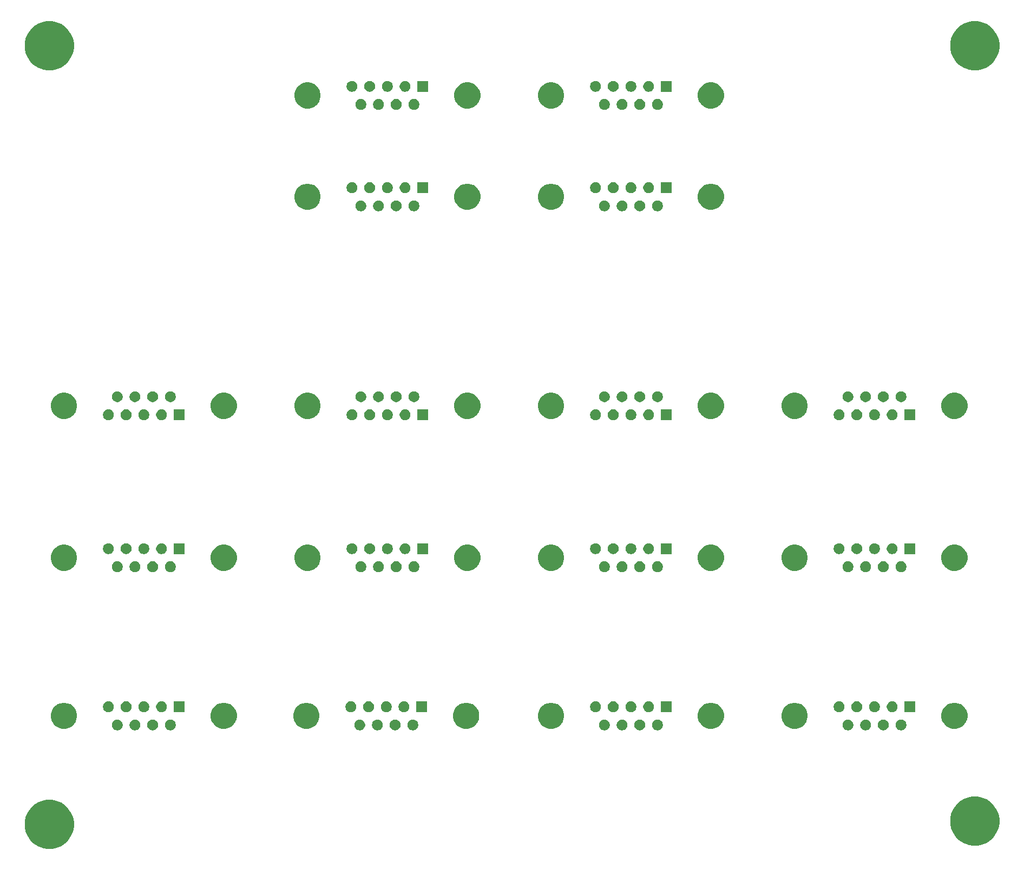
<source format=gbr>
G04 #@! TF.GenerationSoftware,KiCad,Pcbnew,(5.1.4)-1*
G04 #@! TF.CreationDate,2020-06-05T14:27:08+02:00*
G04 #@! TF.ProjectId,Breakout,42726561-6b6f-4757-942e-6b696361645f,rev?*
G04 #@! TF.SameCoordinates,Original*
G04 #@! TF.FileFunction,Soldermask,Bot*
G04 #@! TF.FilePolarity,Negative*
%FSLAX46Y46*%
G04 Gerber Fmt 4.6, Leading zero omitted, Abs format (unit mm)*
G04 Created by KiCad (PCBNEW (5.1.4)-1) date 2020-06-05 14:27:08*
%MOMM*%
%LPD*%
G04 APERTURE LIST*
%ADD10C,0.100000*%
G04 APERTURE END LIST*
D10*
G36*
X71995293Y-148647661D02*
G01*
X72243295Y-148696992D01*
X72944132Y-148987288D01*
X73574869Y-149408733D01*
X74111267Y-149945131D01*
X74532712Y-150575868D01*
X74823008Y-151276705D01*
X74971000Y-152020710D01*
X74971000Y-152779290D01*
X74823008Y-153523295D01*
X74532712Y-154224132D01*
X74111267Y-154854869D01*
X73574869Y-155391267D01*
X72944132Y-155812712D01*
X72243295Y-156103008D01*
X71995293Y-156152339D01*
X71499292Y-156251000D01*
X70740708Y-156251000D01*
X70244707Y-156152339D01*
X69996705Y-156103008D01*
X69295868Y-155812712D01*
X68665131Y-155391267D01*
X68128733Y-154854869D01*
X67707288Y-154224132D01*
X67416992Y-153523295D01*
X67269000Y-152779290D01*
X67269000Y-152020710D01*
X67416992Y-151276705D01*
X67707288Y-150575868D01*
X68128733Y-149945131D01*
X68665131Y-149408733D01*
X69295868Y-148987288D01*
X69996705Y-148696992D01*
X70244707Y-148647661D01*
X70740708Y-148549000D01*
X71499292Y-148549000D01*
X71995293Y-148647661D01*
X71995293Y-148647661D01*
G37*
G36*
X216775293Y-148139661D02*
G01*
X217023295Y-148188992D01*
X217724132Y-148479288D01*
X218354869Y-148900733D01*
X218891267Y-149437131D01*
X219312712Y-150067868D01*
X219603008Y-150768705D01*
X219751000Y-151512710D01*
X219751000Y-152271290D01*
X219603008Y-153015295D01*
X219312712Y-153716132D01*
X218891267Y-154346869D01*
X218354869Y-154883267D01*
X217724132Y-155304712D01*
X217023295Y-155595008D01*
X216775293Y-155644339D01*
X216279292Y-155743000D01*
X215520708Y-155743000D01*
X215024707Y-155644339D01*
X214776705Y-155595008D01*
X214075868Y-155304712D01*
X213445131Y-154883267D01*
X212908733Y-154346869D01*
X212487288Y-153716132D01*
X212196992Y-153015295D01*
X212049000Y-152271290D01*
X212049000Y-151512710D01*
X212196992Y-150768705D01*
X212487288Y-150067868D01*
X212908733Y-149437131D01*
X213445131Y-148900733D01*
X214075868Y-148479288D01*
X214776705Y-148188992D01*
X215024707Y-148139661D01*
X215520708Y-148041000D01*
X216279292Y-148041000D01*
X216775293Y-148139661D01*
X216775293Y-148139661D01*
G37*
G36*
X163733228Y-136006703D02*
G01*
X163888100Y-136070853D01*
X164027481Y-136163985D01*
X164146015Y-136282519D01*
X164239147Y-136421900D01*
X164303297Y-136576772D01*
X164336000Y-136741184D01*
X164336000Y-136908816D01*
X164303297Y-137073228D01*
X164239147Y-137228100D01*
X164146015Y-137367481D01*
X164027481Y-137486015D01*
X163888100Y-137579147D01*
X163733228Y-137643297D01*
X163568816Y-137676000D01*
X163401184Y-137676000D01*
X163236772Y-137643297D01*
X163081900Y-137579147D01*
X162942519Y-137486015D01*
X162823985Y-137367481D01*
X162730853Y-137228100D01*
X162666703Y-137073228D01*
X162634000Y-136908816D01*
X162634000Y-136741184D01*
X162666703Y-136576772D01*
X162730853Y-136421900D01*
X162823985Y-136282519D01*
X162942519Y-136163985D01*
X163081900Y-136070853D01*
X163236772Y-136006703D01*
X163401184Y-135974000D01*
X163568816Y-135974000D01*
X163733228Y-136006703D01*
X163733228Y-136006703D01*
G37*
G36*
X128228228Y-136006703D02*
G01*
X128383100Y-136070853D01*
X128522481Y-136163985D01*
X128641015Y-136282519D01*
X128734147Y-136421900D01*
X128798297Y-136576772D01*
X128831000Y-136741184D01*
X128831000Y-136908816D01*
X128798297Y-137073228D01*
X128734147Y-137228100D01*
X128641015Y-137367481D01*
X128522481Y-137486015D01*
X128383100Y-137579147D01*
X128228228Y-137643297D01*
X128063816Y-137676000D01*
X127896184Y-137676000D01*
X127731772Y-137643297D01*
X127576900Y-137579147D01*
X127437519Y-137486015D01*
X127318985Y-137367481D01*
X127225853Y-137228100D01*
X127161703Y-137073228D01*
X127129000Y-136908816D01*
X127129000Y-136741184D01*
X127161703Y-136576772D01*
X127225853Y-136421900D01*
X127318985Y-136282519D01*
X127437519Y-136163985D01*
X127576900Y-136070853D01*
X127731772Y-136006703D01*
X127896184Y-135974000D01*
X128063816Y-135974000D01*
X128228228Y-136006703D01*
X128228228Y-136006703D01*
G37*
G36*
X125458228Y-136006703D02*
G01*
X125613100Y-136070853D01*
X125752481Y-136163985D01*
X125871015Y-136282519D01*
X125964147Y-136421900D01*
X126028297Y-136576772D01*
X126061000Y-136741184D01*
X126061000Y-136908816D01*
X126028297Y-137073228D01*
X125964147Y-137228100D01*
X125871015Y-137367481D01*
X125752481Y-137486015D01*
X125613100Y-137579147D01*
X125458228Y-137643297D01*
X125293816Y-137676000D01*
X125126184Y-137676000D01*
X124961772Y-137643297D01*
X124806900Y-137579147D01*
X124667519Y-137486015D01*
X124548985Y-137367481D01*
X124455853Y-137228100D01*
X124391703Y-137073228D01*
X124359000Y-136908816D01*
X124359000Y-136741184D01*
X124391703Y-136576772D01*
X124455853Y-136421900D01*
X124548985Y-136282519D01*
X124667519Y-136163985D01*
X124806900Y-136070853D01*
X124961772Y-136006703D01*
X125126184Y-135974000D01*
X125293816Y-135974000D01*
X125458228Y-136006703D01*
X125458228Y-136006703D01*
G37*
G36*
X122688228Y-136006703D02*
G01*
X122843100Y-136070853D01*
X122982481Y-136163985D01*
X123101015Y-136282519D01*
X123194147Y-136421900D01*
X123258297Y-136576772D01*
X123291000Y-136741184D01*
X123291000Y-136908816D01*
X123258297Y-137073228D01*
X123194147Y-137228100D01*
X123101015Y-137367481D01*
X122982481Y-137486015D01*
X122843100Y-137579147D01*
X122688228Y-137643297D01*
X122523816Y-137676000D01*
X122356184Y-137676000D01*
X122191772Y-137643297D01*
X122036900Y-137579147D01*
X121897519Y-137486015D01*
X121778985Y-137367481D01*
X121685853Y-137228100D01*
X121621703Y-137073228D01*
X121589000Y-136908816D01*
X121589000Y-136741184D01*
X121621703Y-136576772D01*
X121685853Y-136421900D01*
X121778985Y-136282519D01*
X121897519Y-136163985D01*
X122036900Y-136070853D01*
X122191772Y-136006703D01*
X122356184Y-135974000D01*
X122523816Y-135974000D01*
X122688228Y-136006703D01*
X122688228Y-136006703D01*
G37*
G36*
X119918228Y-136006703D02*
G01*
X120073100Y-136070853D01*
X120212481Y-136163985D01*
X120331015Y-136282519D01*
X120424147Y-136421900D01*
X120488297Y-136576772D01*
X120521000Y-136741184D01*
X120521000Y-136908816D01*
X120488297Y-137073228D01*
X120424147Y-137228100D01*
X120331015Y-137367481D01*
X120212481Y-137486015D01*
X120073100Y-137579147D01*
X119918228Y-137643297D01*
X119753816Y-137676000D01*
X119586184Y-137676000D01*
X119421772Y-137643297D01*
X119266900Y-137579147D01*
X119127519Y-137486015D01*
X119008985Y-137367481D01*
X118915853Y-137228100D01*
X118851703Y-137073228D01*
X118819000Y-136908816D01*
X118819000Y-136741184D01*
X118851703Y-136576772D01*
X118915853Y-136421900D01*
X119008985Y-136282519D01*
X119127519Y-136163985D01*
X119266900Y-136070853D01*
X119421772Y-136006703D01*
X119586184Y-135974000D01*
X119753816Y-135974000D01*
X119918228Y-136006703D01*
X119918228Y-136006703D01*
G37*
G36*
X158193228Y-136006703D02*
G01*
X158348100Y-136070853D01*
X158487481Y-136163985D01*
X158606015Y-136282519D01*
X158699147Y-136421900D01*
X158763297Y-136576772D01*
X158796000Y-136741184D01*
X158796000Y-136908816D01*
X158763297Y-137073228D01*
X158699147Y-137228100D01*
X158606015Y-137367481D01*
X158487481Y-137486015D01*
X158348100Y-137579147D01*
X158193228Y-137643297D01*
X158028816Y-137676000D01*
X157861184Y-137676000D01*
X157696772Y-137643297D01*
X157541900Y-137579147D01*
X157402519Y-137486015D01*
X157283985Y-137367481D01*
X157190853Y-137228100D01*
X157126703Y-137073228D01*
X157094000Y-136908816D01*
X157094000Y-136741184D01*
X157126703Y-136576772D01*
X157190853Y-136421900D01*
X157283985Y-136282519D01*
X157402519Y-136163985D01*
X157541900Y-136070853D01*
X157696772Y-136006703D01*
X157861184Y-135974000D01*
X158028816Y-135974000D01*
X158193228Y-136006703D01*
X158193228Y-136006703D01*
G37*
G36*
X160963228Y-136006703D02*
G01*
X161118100Y-136070853D01*
X161257481Y-136163985D01*
X161376015Y-136282519D01*
X161469147Y-136421900D01*
X161533297Y-136576772D01*
X161566000Y-136741184D01*
X161566000Y-136908816D01*
X161533297Y-137073228D01*
X161469147Y-137228100D01*
X161376015Y-137367481D01*
X161257481Y-137486015D01*
X161118100Y-137579147D01*
X160963228Y-137643297D01*
X160798816Y-137676000D01*
X160631184Y-137676000D01*
X160466772Y-137643297D01*
X160311900Y-137579147D01*
X160172519Y-137486015D01*
X160053985Y-137367481D01*
X159960853Y-137228100D01*
X159896703Y-137073228D01*
X159864000Y-136908816D01*
X159864000Y-136741184D01*
X159896703Y-136576772D01*
X159960853Y-136421900D01*
X160053985Y-136282519D01*
X160172519Y-136163985D01*
X160311900Y-136070853D01*
X160466772Y-136006703D01*
X160631184Y-135974000D01*
X160798816Y-135974000D01*
X160963228Y-136006703D01*
X160963228Y-136006703D01*
G37*
G36*
X196293228Y-136006703D02*
G01*
X196448100Y-136070853D01*
X196587481Y-136163985D01*
X196706015Y-136282519D01*
X196799147Y-136421900D01*
X196863297Y-136576772D01*
X196896000Y-136741184D01*
X196896000Y-136908816D01*
X196863297Y-137073228D01*
X196799147Y-137228100D01*
X196706015Y-137367481D01*
X196587481Y-137486015D01*
X196448100Y-137579147D01*
X196293228Y-137643297D01*
X196128816Y-137676000D01*
X195961184Y-137676000D01*
X195796772Y-137643297D01*
X195641900Y-137579147D01*
X195502519Y-137486015D01*
X195383985Y-137367481D01*
X195290853Y-137228100D01*
X195226703Y-137073228D01*
X195194000Y-136908816D01*
X195194000Y-136741184D01*
X195226703Y-136576772D01*
X195290853Y-136421900D01*
X195383985Y-136282519D01*
X195502519Y-136163985D01*
X195641900Y-136070853D01*
X195796772Y-136006703D01*
X195961184Y-135974000D01*
X196128816Y-135974000D01*
X196293228Y-136006703D01*
X196293228Y-136006703D01*
G37*
G36*
X199063228Y-136006703D02*
G01*
X199218100Y-136070853D01*
X199357481Y-136163985D01*
X199476015Y-136282519D01*
X199569147Y-136421900D01*
X199633297Y-136576772D01*
X199666000Y-136741184D01*
X199666000Y-136908816D01*
X199633297Y-137073228D01*
X199569147Y-137228100D01*
X199476015Y-137367481D01*
X199357481Y-137486015D01*
X199218100Y-137579147D01*
X199063228Y-137643297D01*
X198898816Y-137676000D01*
X198731184Y-137676000D01*
X198566772Y-137643297D01*
X198411900Y-137579147D01*
X198272519Y-137486015D01*
X198153985Y-137367481D01*
X198060853Y-137228100D01*
X197996703Y-137073228D01*
X197964000Y-136908816D01*
X197964000Y-136741184D01*
X197996703Y-136576772D01*
X198060853Y-136421900D01*
X198153985Y-136282519D01*
X198272519Y-136163985D01*
X198411900Y-136070853D01*
X198566772Y-136006703D01*
X198731184Y-135974000D01*
X198898816Y-135974000D01*
X199063228Y-136006703D01*
X199063228Y-136006703D01*
G37*
G36*
X204603228Y-136006703D02*
G01*
X204758100Y-136070853D01*
X204897481Y-136163985D01*
X205016015Y-136282519D01*
X205109147Y-136421900D01*
X205173297Y-136576772D01*
X205206000Y-136741184D01*
X205206000Y-136908816D01*
X205173297Y-137073228D01*
X205109147Y-137228100D01*
X205016015Y-137367481D01*
X204897481Y-137486015D01*
X204758100Y-137579147D01*
X204603228Y-137643297D01*
X204438816Y-137676000D01*
X204271184Y-137676000D01*
X204106772Y-137643297D01*
X203951900Y-137579147D01*
X203812519Y-137486015D01*
X203693985Y-137367481D01*
X203600853Y-137228100D01*
X203536703Y-137073228D01*
X203504000Y-136908816D01*
X203504000Y-136741184D01*
X203536703Y-136576772D01*
X203600853Y-136421900D01*
X203693985Y-136282519D01*
X203812519Y-136163985D01*
X203951900Y-136070853D01*
X204106772Y-136006703D01*
X204271184Y-135974000D01*
X204438816Y-135974000D01*
X204603228Y-136006703D01*
X204603228Y-136006703D01*
G37*
G36*
X201833228Y-136006703D02*
G01*
X201988100Y-136070853D01*
X202127481Y-136163985D01*
X202246015Y-136282519D01*
X202339147Y-136421900D01*
X202403297Y-136576772D01*
X202436000Y-136741184D01*
X202436000Y-136908816D01*
X202403297Y-137073228D01*
X202339147Y-137228100D01*
X202246015Y-137367481D01*
X202127481Y-137486015D01*
X201988100Y-137579147D01*
X201833228Y-137643297D01*
X201668816Y-137676000D01*
X201501184Y-137676000D01*
X201336772Y-137643297D01*
X201181900Y-137579147D01*
X201042519Y-137486015D01*
X200923985Y-137367481D01*
X200830853Y-137228100D01*
X200766703Y-137073228D01*
X200734000Y-136908816D01*
X200734000Y-136741184D01*
X200766703Y-136576772D01*
X200830853Y-136421900D01*
X200923985Y-136282519D01*
X201042519Y-136163985D01*
X201181900Y-136070853D01*
X201336772Y-136006703D01*
X201501184Y-135974000D01*
X201668816Y-135974000D01*
X201833228Y-136006703D01*
X201833228Y-136006703D01*
G37*
G36*
X81993228Y-136006703D02*
G01*
X82148100Y-136070853D01*
X82287481Y-136163985D01*
X82406015Y-136282519D01*
X82499147Y-136421900D01*
X82563297Y-136576772D01*
X82596000Y-136741184D01*
X82596000Y-136908816D01*
X82563297Y-137073228D01*
X82499147Y-137228100D01*
X82406015Y-137367481D01*
X82287481Y-137486015D01*
X82148100Y-137579147D01*
X81993228Y-137643297D01*
X81828816Y-137676000D01*
X81661184Y-137676000D01*
X81496772Y-137643297D01*
X81341900Y-137579147D01*
X81202519Y-137486015D01*
X81083985Y-137367481D01*
X80990853Y-137228100D01*
X80926703Y-137073228D01*
X80894000Y-136908816D01*
X80894000Y-136741184D01*
X80926703Y-136576772D01*
X80990853Y-136421900D01*
X81083985Y-136282519D01*
X81202519Y-136163985D01*
X81341900Y-136070853D01*
X81496772Y-136006703D01*
X81661184Y-135974000D01*
X81828816Y-135974000D01*
X81993228Y-136006703D01*
X81993228Y-136006703D01*
G37*
G36*
X84763228Y-136006703D02*
G01*
X84918100Y-136070853D01*
X85057481Y-136163985D01*
X85176015Y-136282519D01*
X85269147Y-136421900D01*
X85333297Y-136576772D01*
X85366000Y-136741184D01*
X85366000Y-136908816D01*
X85333297Y-137073228D01*
X85269147Y-137228100D01*
X85176015Y-137367481D01*
X85057481Y-137486015D01*
X84918100Y-137579147D01*
X84763228Y-137643297D01*
X84598816Y-137676000D01*
X84431184Y-137676000D01*
X84266772Y-137643297D01*
X84111900Y-137579147D01*
X83972519Y-137486015D01*
X83853985Y-137367481D01*
X83760853Y-137228100D01*
X83696703Y-137073228D01*
X83664000Y-136908816D01*
X83664000Y-136741184D01*
X83696703Y-136576772D01*
X83760853Y-136421900D01*
X83853985Y-136282519D01*
X83972519Y-136163985D01*
X84111900Y-136070853D01*
X84266772Y-136006703D01*
X84431184Y-135974000D01*
X84598816Y-135974000D01*
X84763228Y-136006703D01*
X84763228Y-136006703D01*
G37*
G36*
X87533228Y-136006703D02*
G01*
X87688100Y-136070853D01*
X87827481Y-136163985D01*
X87946015Y-136282519D01*
X88039147Y-136421900D01*
X88103297Y-136576772D01*
X88136000Y-136741184D01*
X88136000Y-136908816D01*
X88103297Y-137073228D01*
X88039147Y-137228100D01*
X87946015Y-137367481D01*
X87827481Y-137486015D01*
X87688100Y-137579147D01*
X87533228Y-137643297D01*
X87368816Y-137676000D01*
X87201184Y-137676000D01*
X87036772Y-137643297D01*
X86881900Y-137579147D01*
X86742519Y-137486015D01*
X86623985Y-137367481D01*
X86530853Y-137228100D01*
X86466703Y-137073228D01*
X86434000Y-136908816D01*
X86434000Y-136741184D01*
X86466703Y-136576772D01*
X86530853Y-136421900D01*
X86623985Y-136282519D01*
X86742519Y-136163985D01*
X86881900Y-136070853D01*
X87036772Y-136006703D01*
X87201184Y-135974000D01*
X87368816Y-135974000D01*
X87533228Y-136006703D01*
X87533228Y-136006703D01*
G37*
G36*
X90303228Y-136006703D02*
G01*
X90458100Y-136070853D01*
X90597481Y-136163985D01*
X90716015Y-136282519D01*
X90809147Y-136421900D01*
X90873297Y-136576772D01*
X90906000Y-136741184D01*
X90906000Y-136908816D01*
X90873297Y-137073228D01*
X90809147Y-137228100D01*
X90716015Y-137367481D01*
X90597481Y-137486015D01*
X90458100Y-137579147D01*
X90303228Y-137643297D01*
X90138816Y-137676000D01*
X89971184Y-137676000D01*
X89806772Y-137643297D01*
X89651900Y-137579147D01*
X89512519Y-137486015D01*
X89393985Y-137367481D01*
X89300853Y-137228100D01*
X89236703Y-137073228D01*
X89204000Y-136908816D01*
X89204000Y-136741184D01*
X89236703Y-136576772D01*
X89300853Y-136421900D01*
X89393985Y-136282519D01*
X89512519Y-136163985D01*
X89651900Y-136070853D01*
X89806772Y-136006703D01*
X89971184Y-135974000D01*
X90138816Y-135974000D01*
X90303228Y-136006703D01*
X90303228Y-136006703D01*
G37*
G36*
X166503228Y-136006703D02*
G01*
X166658100Y-136070853D01*
X166797481Y-136163985D01*
X166916015Y-136282519D01*
X167009147Y-136421900D01*
X167073297Y-136576772D01*
X167106000Y-136741184D01*
X167106000Y-136908816D01*
X167073297Y-137073228D01*
X167009147Y-137228100D01*
X166916015Y-137367481D01*
X166797481Y-137486015D01*
X166658100Y-137579147D01*
X166503228Y-137643297D01*
X166338816Y-137676000D01*
X166171184Y-137676000D01*
X166006772Y-137643297D01*
X165851900Y-137579147D01*
X165712519Y-137486015D01*
X165593985Y-137367481D01*
X165500853Y-137228100D01*
X165436703Y-137073228D01*
X165404000Y-136908816D01*
X165404000Y-136741184D01*
X165436703Y-136576772D01*
X165500853Y-136421900D01*
X165593985Y-136282519D01*
X165712519Y-136163985D01*
X165851900Y-136070853D01*
X166006772Y-136006703D01*
X166171184Y-135974000D01*
X166338816Y-135974000D01*
X166503228Y-136006703D01*
X166503228Y-136006703D01*
G37*
G36*
X136923254Y-133432818D02*
G01*
X137283170Y-133581900D01*
X137296513Y-133587427D01*
X137632436Y-133811884D01*
X137918116Y-134097564D01*
X138008765Y-134233229D01*
X138142574Y-134433489D01*
X138297182Y-134806746D01*
X138376000Y-135202993D01*
X138376000Y-135607007D01*
X138297182Y-136003254D01*
X138181506Y-136282520D01*
X138142573Y-136376513D01*
X137918116Y-136712436D01*
X137632436Y-136998116D01*
X137296513Y-137222573D01*
X137296512Y-137222574D01*
X137296511Y-137222574D01*
X136923254Y-137377182D01*
X136527007Y-137456000D01*
X136122993Y-137456000D01*
X135726746Y-137377182D01*
X135353489Y-137222574D01*
X135353488Y-137222574D01*
X135353487Y-137222573D01*
X135017564Y-136998116D01*
X134731884Y-136712436D01*
X134507427Y-136376513D01*
X134468494Y-136282520D01*
X134352818Y-136003254D01*
X134274000Y-135607007D01*
X134274000Y-135202993D01*
X134352818Y-134806746D01*
X134507426Y-134433489D01*
X134641236Y-134233229D01*
X134731884Y-134097564D01*
X135017564Y-133811884D01*
X135353487Y-133587427D01*
X135366830Y-133581900D01*
X135726746Y-133432818D01*
X136122993Y-133354000D01*
X136527007Y-133354000D01*
X136923254Y-133432818D01*
X136923254Y-133432818D01*
G37*
G36*
X213298254Y-133432818D02*
G01*
X213658170Y-133581900D01*
X213671513Y-133587427D01*
X214007436Y-133811884D01*
X214293116Y-134097564D01*
X214383765Y-134233229D01*
X214517574Y-134433489D01*
X214672182Y-134806746D01*
X214751000Y-135202993D01*
X214751000Y-135607007D01*
X214672182Y-136003254D01*
X214556506Y-136282520D01*
X214517573Y-136376513D01*
X214293116Y-136712436D01*
X214007436Y-136998116D01*
X213671513Y-137222573D01*
X213671512Y-137222574D01*
X213671511Y-137222574D01*
X213298254Y-137377182D01*
X212902007Y-137456000D01*
X212497993Y-137456000D01*
X212101746Y-137377182D01*
X211728489Y-137222574D01*
X211728488Y-137222574D01*
X211728487Y-137222573D01*
X211392564Y-136998116D01*
X211106884Y-136712436D01*
X210882427Y-136376513D01*
X210843494Y-136282520D01*
X210727818Y-136003254D01*
X210649000Y-135607007D01*
X210649000Y-135202993D01*
X210727818Y-134806746D01*
X210882426Y-134433489D01*
X211016236Y-134233229D01*
X211106884Y-134097564D01*
X211392564Y-133811884D01*
X211728487Y-133587427D01*
X211741830Y-133581900D01*
X212101746Y-133432818D01*
X212497993Y-133354000D01*
X212902007Y-133354000D01*
X213298254Y-133432818D01*
X213298254Y-133432818D01*
G37*
G36*
X111923254Y-133432818D02*
G01*
X112283170Y-133581900D01*
X112296513Y-133587427D01*
X112632436Y-133811884D01*
X112918116Y-134097564D01*
X113008765Y-134233229D01*
X113142574Y-134433489D01*
X113297182Y-134806746D01*
X113376000Y-135202993D01*
X113376000Y-135607007D01*
X113297182Y-136003254D01*
X113181506Y-136282520D01*
X113142573Y-136376513D01*
X112918116Y-136712436D01*
X112632436Y-136998116D01*
X112296513Y-137222573D01*
X112296512Y-137222574D01*
X112296511Y-137222574D01*
X111923254Y-137377182D01*
X111527007Y-137456000D01*
X111122993Y-137456000D01*
X110726746Y-137377182D01*
X110353489Y-137222574D01*
X110353488Y-137222574D01*
X110353487Y-137222573D01*
X110017564Y-136998116D01*
X109731884Y-136712436D01*
X109507427Y-136376513D01*
X109468494Y-136282520D01*
X109352818Y-136003254D01*
X109274000Y-135607007D01*
X109274000Y-135202993D01*
X109352818Y-134806746D01*
X109507426Y-134433489D01*
X109641236Y-134233229D01*
X109731884Y-134097564D01*
X110017564Y-133811884D01*
X110353487Y-133587427D01*
X110366830Y-133581900D01*
X110726746Y-133432818D01*
X111122993Y-133354000D01*
X111527007Y-133354000D01*
X111923254Y-133432818D01*
X111923254Y-133432818D01*
G37*
G36*
X98998254Y-133432818D02*
G01*
X99358170Y-133581900D01*
X99371513Y-133587427D01*
X99707436Y-133811884D01*
X99993116Y-134097564D01*
X100083765Y-134233229D01*
X100217574Y-134433489D01*
X100372182Y-134806746D01*
X100451000Y-135202993D01*
X100451000Y-135607007D01*
X100372182Y-136003254D01*
X100256506Y-136282520D01*
X100217573Y-136376513D01*
X99993116Y-136712436D01*
X99707436Y-136998116D01*
X99371513Y-137222573D01*
X99371512Y-137222574D01*
X99371511Y-137222574D01*
X98998254Y-137377182D01*
X98602007Y-137456000D01*
X98197993Y-137456000D01*
X97801746Y-137377182D01*
X97428489Y-137222574D01*
X97428488Y-137222574D01*
X97428487Y-137222573D01*
X97092564Y-136998116D01*
X96806884Y-136712436D01*
X96582427Y-136376513D01*
X96543494Y-136282520D01*
X96427818Y-136003254D01*
X96349000Y-135607007D01*
X96349000Y-135202993D01*
X96427818Y-134806746D01*
X96582426Y-134433489D01*
X96716236Y-134233229D01*
X96806884Y-134097564D01*
X97092564Y-133811884D01*
X97428487Y-133587427D01*
X97441830Y-133581900D01*
X97801746Y-133432818D01*
X98197993Y-133354000D01*
X98602007Y-133354000D01*
X98998254Y-133432818D01*
X98998254Y-133432818D01*
G37*
G36*
X73998254Y-133432818D02*
G01*
X74358170Y-133581900D01*
X74371513Y-133587427D01*
X74707436Y-133811884D01*
X74993116Y-134097564D01*
X75083765Y-134233229D01*
X75217574Y-134433489D01*
X75372182Y-134806746D01*
X75451000Y-135202993D01*
X75451000Y-135607007D01*
X75372182Y-136003254D01*
X75256506Y-136282520D01*
X75217573Y-136376513D01*
X74993116Y-136712436D01*
X74707436Y-136998116D01*
X74371513Y-137222573D01*
X74371512Y-137222574D01*
X74371511Y-137222574D01*
X73998254Y-137377182D01*
X73602007Y-137456000D01*
X73197993Y-137456000D01*
X72801746Y-137377182D01*
X72428489Y-137222574D01*
X72428488Y-137222574D01*
X72428487Y-137222573D01*
X72092564Y-136998116D01*
X71806884Y-136712436D01*
X71582427Y-136376513D01*
X71543494Y-136282520D01*
X71427818Y-136003254D01*
X71349000Y-135607007D01*
X71349000Y-135202993D01*
X71427818Y-134806746D01*
X71582426Y-134433489D01*
X71716236Y-134233229D01*
X71806884Y-134097564D01*
X72092564Y-133811884D01*
X72428487Y-133587427D01*
X72441830Y-133581900D01*
X72801746Y-133432818D01*
X73197993Y-133354000D01*
X73602007Y-133354000D01*
X73998254Y-133432818D01*
X73998254Y-133432818D01*
G37*
G36*
X188298254Y-133432818D02*
G01*
X188658170Y-133581900D01*
X188671513Y-133587427D01*
X189007436Y-133811884D01*
X189293116Y-134097564D01*
X189383765Y-134233229D01*
X189517574Y-134433489D01*
X189672182Y-134806746D01*
X189751000Y-135202993D01*
X189751000Y-135607007D01*
X189672182Y-136003254D01*
X189556506Y-136282520D01*
X189517573Y-136376513D01*
X189293116Y-136712436D01*
X189007436Y-136998116D01*
X188671513Y-137222573D01*
X188671512Y-137222574D01*
X188671511Y-137222574D01*
X188298254Y-137377182D01*
X187902007Y-137456000D01*
X187497993Y-137456000D01*
X187101746Y-137377182D01*
X186728489Y-137222574D01*
X186728488Y-137222574D01*
X186728487Y-137222573D01*
X186392564Y-136998116D01*
X186106884Y-136712436D01*
X185882427Y-136376513D01*
X185843494Y-136282520D01*
X185727818Y-136003254D01*
X185649000Y-135607007D01*
X185649000Y-135202993D01*
X185727818Y-134806746D01*
X185882426Y-134433489D01*
X186016236Y-134233229D01*
X186106884Y-134097564D01*
X186392564Y-133811884D01*
X186728487Y-133587427D01*
X186741830Y-133581900D01*
X187101746Y-133432818D01*
X187497993Y-133354000D01*
X187902007Y-133354000D01*
X188298254Y-133432818D01*
X188298254Y-133432818D01*
G37*
G36*
X175198254Y-133432818D02*
G01*
X175558170Y-133581900D01*
X175571513Y-133587427D01*
X175907436Y-133811884D01*
X176193116Y-134097564D01*
X176283765Y-134233229D01*
X176417574Y-134433489D01*
X176572182Y-134806746D01*
X176651000Y-135202993D01*
X176651000Y-135607007D01*
X176572182Y-136003254D01*
X176456506Y-136282520D01*
X176417573Y-136376513D01*
X176193116Y-136712436D01*
X175907436Y-136998116D01*
X175571513Y-137222573D01*
X175571512Y-137222574D01*
X175571511Y-137222574D01*
X175198254Y-137377182D01*
X174802007Y-137456000D01*
X174397993Y-137456000D01*
X174001746Y-137377182D01*
X173628489Y-137222574D01*
X173628488Y-137222574D01*
X173628487Y-137222573D01*
X173292564Y-136998116D01*
X173006884Y-136712436D01*
X172782427Y-136376513D01*
X172743494Y-136282520D01*
X172627818Y-136003254D01*
X172549000Y-135607007D01*
X172549000Y-135202993D01*
X172627818Y-134806746D01*
X172782426Y-134433489D01*
X172916236Y-134233229D01*
X173006884Y-134097564D01*
X173292564Y-133811884D01*
X173628487Y-133587427D01*
X173641830Y-133581900D01*
X174001746Y-133432818D01*
X174397993Y-133354000D01*
X174802007Y-133354000D01*
X175198254Y-133432818D01*
X175198254Y-133432818D01*
G37*
G36*
X150198254Y-133432818D02*
G01*
X150558170Y-133581900D01*
X150571513Y-133587427D01*
X150907436Y-133811884D01*
X151193116Y-134097564D01*
X151283765Y-134233229D01*
X151417574Y-134433489D01*
X151572182Y-134806746D01*
X151651000Y-135202993D01*
X151651000Y-135607007D01*
X151572182Y-136003254D01*
X151456506Y-136282520D01*
X151417573Y-136376513D01*
X151193116Y-136712436D01*
X150907436Y-136998116D01*
X150571513Y-137222573D01*
X150571512Y-137222574D01*
X150571511Y-137222574D01*
X150198254Y-137377182D01*
X149802007Y-137456000D01*
X149397993Y-137456000D01*
X149001746Y-137377182D01*
X148628489Y-137222574D01*
X148628488Y-137222574D01*
X148628487Y-137222573D01*
X148292564Y-136998116D01*
X148006884Y-136712436D01*
X147782427Y-136376513D01*
X147743494Y-136282520D01*
X147627818Y-136003254D01*
X147549000Y-135607007D01*
X147549000Y-135202993D01*
X147627818Y-134806746D01*
X147782426Y-134433489D01*
X147916236Y-134233229D01*
X148006884Y-134097564D01*
X148292564Y-133811884D01*
X148628487Y-133587427D01*
X148641830Y-133581900D01*
X149001746Y-133432818D01*
X149397993Y-133354000D01*
X149802007Y-133354000D01*
X150198254Y-133432818D01*
X150198254Y-133432818D01*
G37*
G36*
X92291000Y-134836000D02*
G01*
X90589000Y-134836000D01*
X90589000Y-133134000D01*
X92291000Y-133134000D01*
X92291000Y-134836000D01*
X92291000Y-134836000D01*
G37*
G36*
X130216000Y-134836000D02*
G01*
X128514000Y-134836000D01*
X128514000Y-133134000D01*
X130216000Y-133134000D01*
X130216000Y-134836000D01*
X130216000Y-134836000D01*
G37*
G36*
X80608228Y-133166703D02*
G01*
X80763100Y-133230853D01*
X80902481Y-133323985D01*
X81021015Y-133442519D01*
X81114147Y-133581900D01*
X81178297Y-133736772D01*
X81211000Y-133901184D01*
X81211000Y-134068816D01*
X81178297Y-134233228D01*
X81114147Y-134388100D01*
X81021015Y-134527481D01*
X80902481Y-134646015D01*
X80763100Y-134739147D01*
X80608228Y-134803297D01*
X80443816Y-134836000D01*
X80276184Y-134836000D01*
X80111772Y-134803297D01*
X79956900Y-134739147D01*
X79817519Y-134646015D01*
X79698985Y-134527481D01*
X79605853Y-134388100D01*
X79541703Y-134233228D01*
X79509000Y-134068816D01*
X79509000Y-133901184D01*
X79541703Y-133736772D01*
X79605853Y-133581900D01*
X79698985Y-133442519D01*
X79817519Y-133323985D01*
X79956900Y-133230853D01*
X80111772Y-133166703D01*
X80276184Y-133134000D01*
X80443816Y-133134000D01*
X80608228Y-133166703D01*
X80608228Y-133166703D01*
G37*
G36*
X83378228Y-133166703D02*
G01*
X83533100Y-133230853D01*
X83672481Y-133323985D01*
X83791015Y-133442519D01*
X83884147Y-133581900D01*
X83948297Y-133736772D01*
X83981000Y-133901184D01*
X83981000Y-134068816D01*
X83948297Y-134233228D01*
X83884147Y-134388100D01*
X83791015Y-134527481D01*
X83672481Y-134646015D01*
X83533100Y-134739147D01*
X83378228Y-134803297D01*
X83213816Y-134836000D01*
X83046184Y-134836000D01*
X82881772Y-134803297D01*
X82726900Y-134739147D01*
X82587519Y-134646015D01*
X82468985Y-134527481D01*
X82375853Y-134388100D01*
X82311703Y-134233228D01*
X82279000Y-134068816D01*
X82279000Y-133901184D01*
X82311703Y-133736772D01*
X82375853Y-133581900D01*
X82468985Y-133442519D01*
X82587519Y-133323985D01*
X82726900Y-133230853D01*
X82881772Y-133166703D01*
X83046184Y-133134000D01*
X83213816Y-133134000D01*
X83378228Y-133166703D01*
X83378228Y-133166703D01*
G37*
G36*
X86148228Y-133166703D02*
G01*
X86303100Y-133230853D01*
X86442481Y-133323985D01*
X86561015Y-133442519D01*
X86654147Y-133581900D01*
X86718297Y-133736772D01*
X86751000Y-133901184D01*
X86751000Y-134068816D01*
X86718297Y-134233228D01*
X86654147Y-134388100D01*
X86561015Y-134527481D01*
X86442481Y-134646015D01*
X86303100Y-134739147D01*
X86148228Y-134803297D01*
X85983816Y-134836000D01*
X85816184Y-134836000D01*
X85651772Y-134803297D01*
X85496900Y-134739147D01*
X85357519Y-134646015D01*
X85238985Y-134527481D01*
X85145853Y-134388100D01*
X85081703Y-134233228D01*
X85049000Y-134068816D01*
X85049000Y-133901184D01*
X85081703Y-133736772D01*
X85145853Y-133581900D01*
X85238985Y-133442519D01*
X85357519Y-133323985D01*
X85496900Y-133230853D01*
X85651772Y-133166703D01*
X85816184Y-133134000D01*
X85983816Y-133134000D01*
X86148228Y-133166703D01*
X86148228Y-133166703D01*
G37*
G36*
X206591000Y-134836000D02*
G01*
X204889000Y-134836000D01*
X204889000Y-133134000D01*
X206591000Y-133134000D01*
X206591000Y-134836000D01*
X206591000Y-134836000D01*
G37*
G36*
X203218228Y-133166703D02*
G01*
X203373100Y-133230853D01*
X203512481Y-133323985D01*
X203631015Y-133442519D01*
X203724147Y-133581900D01*
X203788297Y-133736772D01*
X203821000Y-133901184D01*
X203821000Y-134068816D01*
X203788297Y-134233228D01*
X203724147Y-134388100D01*
X203631015Y-134527481D01*
X203512481Y-134646015D01*
X203373100Y-134739147D01*
X203218228Y-134803297D01*
X203053816Y-134836000D01*
X202886184Y-134836000D01*
X202721772Y-134803297D01*
X202566900Y-134739147D01*
X202427519Y-134646015D01*
X202308985Y-134527481D01*
X202215853Y-134388100D01*
X202151703Y-134233228D01*
X202119000Y-134068816D01*
X202119000Y-133901184D01*
X202151703Y-133736772D01*
X202215853Y-133581900D01*
X202308985Y-133442519D01*
X202427519Y-133323985D01*
X202566900Y-133230853D01*
X202721772Y-133166703D01*
X202886184Y-133134000D01*
X203053816Y-133134000D01*
X203218228Y-133166703D01*
X203218228Y-133166703D01*
G37*
G36*
X200448228Y-133166703D02*
G01*
X200603100Y-133230853D01*
X200742481Y-133323985D01*
X200861015Y-133442519D01*
X200954147Y-133581900D01*
X201018297Y-133736772D01*
X201051000Y-133901184D01*
X201051000Y-134068816D01*
X201018297Y-134233228D01*
X200954147Y-134388100D01*
X200861015Y-134527481D01*
X200742481Y-134646015D01*
X200603100Y-134739147D01*
X200448228Y-134803297D01*
X200283816Y-134836000D01*
X200116184Y-134836000D01*
X199951772Y-134803297D01*
X199796900Y-134739147D01*
X199657519Y-134646015D01*
X199538985Y-134527481D01*
X199445853Y-134388100D01*
X199381703Y-134233228D01*
X199349000Y-134068816D01*
X199349000Y-133901184D01*
X199381703Y-133736772D01*
X199445853Y-133581900D01*
X199538985Y-133442519D01*
X199657519Y-133323985D01*
X199796900Y-133230853D01*
X199951772Y-133166703D01*
X200116184Y-133134000D01*
X200283816Y-133134000D01*
X200448228Y-133166703D01*
X200448228Y-133166703D01*
G37*
G36*
X197678228Y-133166703D02*
G01*
X197833100Y-133230853D01*
X197972481Y-133323985D01*
X198091015Y-133442519D01*
X198184147Y-133581900D01*
X198248297Y-133736772D01*
X198281000Y-133901184D01*
X198281000Y-134068816D01*
X198248297Y-134233228D01*
X198184147Y-134388100D01*
X198091015Y-134527481D01*
X197972481Y-134646015D01*
X197833100Y-134739147D01*
X197678228Y-134803297D01*
X197513816Y-134836000D01*
X197346184Y-134836000D01*
X197181772Y-134803297D01*
X197026900Y-134739147D01*
X196887519Y-134646015D01*
X196768985Y-134527481D01*
X196675853Y-134388100D01*
X196611703Y-134233228D01*
X196579000Y-134068816D01*
X196579000Y-133901184D01*
X196611703Y-133736772D01*
X196675853Y-133581900D01*
X196768985Y-133442519D01*
X196887519Y-133323985D01*
X197026900Y-133230853D01*
X197181772Y-133166703D01*
X197346184Y-133134000D01*
X197513816Y-133134000D01*
X197678228Y-133166703D01*
X197678228Y-133166703D01*
G37*
G36*
X194908228Y-133166703D02*
G01*
X195063100Y-133230853D01*
X195202481Y-133323985D01*
X195321015Y-133442519D01*
X195414147Y-133581900D01*
X195478297Y-133736772D01*
X195511000Y-133901184D01*
X195511000Y-134068816D01*
X195478297Y-134233228D01*
X195414147Y-134388100D01*
X195321015Y-134527481D01*
X195202481Y-134646015D01*
X195063100Y-134739147D01*
X194908228Y-134803297D01*
X194743816Y-134836000D01*
X194576184Y-134836000D01*
X194411772Y-134803297D01*
X194256900Y-134739147D01*
X194117519Y-134646015D01*
X193998985Y-134527481D01*
X193905853Y-134388100D01*
X193841703Y-134233228D01*
X193809000Y-134068816D01*
X193809000Y-133901184D01*
X193841703Y-133736772D01*
X193905853Y-133581900D01*
X193998985Y-133442519D01*
X194117519Y-133323985D01*
X194256900Y-133230853D01*
X194411772Y-133166703D01*
X194576184Y-133134000D01*
X194743816Y-133134000D01*
X194908228Y-133166703D01*
X194908228Y-133166703D01*
G37*
G36*
X118533228Y-133166703D02*
G01*
X118688100Y-133230853D01*
X118827481Y-133323985D01*
X118946015Y-133442519D01*
X119039147Y-133581900D01*
X119103297Y-133736772D01*
X119136000Y-133901184D01*
X119136000Y-134068816D01*
X119103297Y-134233228D01*
X119039147Y-134388100D01*
X118946015Y-134527481D01*
X118827481Y-134646015D01*
X118688100Y-134739147D01*
X118533228Y-134803297D01*
X118368816Y-134836000D01*
X118201184Y-134836000D01*
X118036772Y-134803297D01*
X117881900Y-134739147D01*
X117742519Y-134646015D01*
X117623985Y-134527481D01*
X117530853Y-134388100D01*
X117466703Y-134233228D01*
X117434000Y-134068816D01*
X117434000Y-133901184D01*
X117466703Y-133736772D01*
X117530853Y-133581900D01*
X117623985Y-133442519D01*
X117742519Y-133323985D01*
X117881900Y-133230853D01*
X118036772Y-133166703D01*
X118201184Y-133134000D01*
X118368816Y-133134000D01*
X118533228Y-133166703D01*
X118533228Y-133166703D01*
G37*
G36*
X121303228Y-133166703D02*
G01*
X121458100Y-133230853D01*
X121597481Y-133323985D01*
X121716015Y-133442519D01*
X121809147Y-133581900D01*
X121873297Y-133736772D01*
X121906000Y-133901184D01*
X121906000Y-134068816D01*
X121873297Y-134233228D01*
X121809147Y-134388100D01*
X121716015Y-134527481D01*
X121597481Y-134646015D01*
X121458100Y-134739147D01*
X121303228Y-134803297D01*
X121138816Y-134836000D01*
X120971184Y-134836000D01*
X120806772Y-134803297D01*
X120651900Y-134739147D01*
X120512519Y-134646015D01*
X120393985Y-134527481D01*
X120300853Y-134388100D01*
X120236703Y-134233228D01*
X120204000Y-134068816D01*
X120204000Y-133901184D01*
X120236703Y-133736772D01*
X120300853Y-133581900D01*
X120393985Y-133442519D01*
X120512519Y-133323985D01*
X120651900Y-133230853D01*
X120806772Y-133166703D01*
X120971184Y-133134000D01*
X121138816Y-133134000D01*
X121303228Y-133166703D01*
X121303228Y-133166703D01*
G37*
G36*
X124073228Y-133166703D02*
G01*
X124228100Y-133230853D01*
X124367481Y-133323985D01*
X124486015Y-133442519D01*
X124579147Y-133581900D01*
X124643297Y-133736772D01*
X124676000Y-133901184D01*
X124676000Y-134068816D01*
X124643297Y-134233228D01*
X124579147Y-134388100D01*
X124486015Y-134527481D01*
X124367481Y-134646015D01*
X124228100Y-134739147D01*
X124073228Y-134803297D01*
X123908816Y-134836000D01*
X123741184Y-134836000D01*
X123576772Y-134803297D01*
X123421900Y-134739147D01*
X123282519Y-134646015D01*
X123163985Y-134527481D01*
X123070853Y-134388100D01*
X123006703Y-134233228D01*
X122974000Y-134068816D01*
X122974000Y-133901184D01*
X123006703Y-133736772D01*
X123070853Y-133581900D01*
X123163985Y-133442519D01*
X123282519Y-133323985D01*
X123421900Y-133230853D01*
X123576772Y-133166703D01*
X123741184Y-133134000D01*
X123908816Y-133134000D01*
X124073228Y-133166703D01*
X124073228Y-133166703D01*
G37*
G36*
X126843228Y-133166703D02*
G01*
X126998100Y-133230853D01*
X127137481Y-133323985D01*
X127256015Y-133442519D01*
X127349147Y-133581900D01*
X127413297Y-133736772D01*
X127446000Y-133901184D01*
X127446000Y-134068816D01*
X127413297Y-134233228D01*
X127349147Y-134388100D01*
X127256015Y-134527481D01*
X127137481Y-134646015D01*
X126998100Y-134739147D01*
X126843228Y-134803297D01*
X126678816Y-134836000D01*
X126511184Y-134836000D01*
X126346772Y-134803297D01*
X126191900Y-134739147D01*
X126052519Y-134646015D01*
X125933985Y-134527481D01*
X125840853Y-134388100D01*
X125776703Y-134233228D01*
X125744000Y-134068816D01*
X125744000Y-133901184D01*
X125776703Y-133736772D01*
X125840853Y-133581900D01*
X125933985Y-133442519D01*
X126052519Y-133323985D01*
X126191900Y-133230853D01*
X126346772Y-133166703D01*
X126511184Y-133134000D01*
X126678816Y-133134000D01*
X126843228Y-133166703D01*
X126843228Y-133166703D01*
G37*
G36*
X168491000Y-134836000D02*
G01*
X166789000Y-134836000D01*
X166789000Y-133134000D01*
X168491000Y-133134000D01*
X168491000Y-134836000D01*
X168491000Y-134836000D01*
G37*
G36*
X165118228Y-133166703D02*
G01*
X165273100Y-133230853D01*
X165412481Y-133323985D01*
X165531015Y-133442519D01*
X165624147Y-133581900D01*
X165688297Y-133736772D01*
X165721000Y-133901184D01*
X165721000Y-134068816D01*
X165688297Y-134233228D01*
X165624147Y-134388100D01*
X165531015Y-134527481D01*
X165412481Y-134646015D01*
X165273100Y-134739147D01*
X165118228Y-134803297D01*
X164953816Y-134836000D01*
X164786184Y-134836000D01*
X164621772Y-134803297D01*
X164466900Y-134739147D01*
X164327519Y-134646015D01*
X164208985Y-134527481D01*
X164115853Y-134388100D01*
X164051703Y-134233228D01*
X164019000Y-134068816D01*
X164019000Y-133901184D01*
X164051703Y-133736772D01*
X164115853Y-133581900D01*
X164208985Y-133442519D01*
X164327519Y-133323985D01*
X164466900Y-133230853D01*
X164621772Y-133166703D01*
X164786184Y-133134000D01*
X164953816Y-133134000D01*
X165118228Y-133166703D01*
X165118228Y-133166703D01*
G37*
G36*
X162348228Y-133166703D02*
G01*
X162503100Y-133230853D01*
X162642481Y-133323985D01*
X162761015Y-133442519D01*
X162854147Y-133581900D01*
X162918297Y-133736772D01*
X162951000Y-133901184D01*
X162951000Y-134068816D01*
X162918297Y-134233228D01*
X162854147Y-134388100D01*
X162761015Y-134527481D01*
X162642481Y-134646015D01*
X162503100Y-134739147D01*
X162348228Y-134803297D01*
X162183816Y-134836000D01*
X162016184Y-134836000D01*
X161851772Y-134803297D01*
X161696900Y-134739147D01*
X161557519Y-134646015D01*
X161438985Y-134527481D01*
X161345853Y-134388100D01*
X161281703Y-134233228D01*
X161249000Y-134068816D01*
X161249000Y-133901184D01*
X161281703Y-133736772D01*
X161345853Y-133581900D01*
X161438985Y-133442519D01*
X161557519Y-133323985D01*
X161696900Y-133230853D01*
X161851772Y-133166703D01*
X162016184Y-133134000D01*
X162183816Y-133134000D01*
X162348228Y-133166703D01*
X162348228Y-133166703D01*
G37*
G36*
X159578228Y-133166703D02*
G01*
X159733100Y-133230853D01*
X159872481Y-133323985D01*
X159991015Y-133442519D01*
X160084147Y-133581900D01*
X160148297Y-133736772D01*
X160181000Y-133901184D01*
X160181000Y-134068816D01*
X160148297Y-134233228D01*
X160084147Y-134388100D01*
X159991015Y-134527481D01*
X159872481Y-134646015D01*
X159733100Y-134739147D01*
X159578228Y-134803297D01*
X159413816Y-134836000D01*
X159246184Y-134836000D01*
X159081772Y-134803297D01*
X158926900Y-134739147D01*
X158787519Y-134646015D01*
X158668985Y-134527481D01*
X158575853Y-134388100D01*
X158511703Y-134233228D01*
X158479000Y-134068816D01*
X158479000Y-133901184D01*
X158511703Y-133736772D01*
X158575853Y-133581900D01*
X158668985Y-133442519D01*
X158787519Y-133323985D01*
X158926900Y-133230853D01*
X159081772Y-133166703D01*
X159246184Y-133134000D01*
X159413816Y-133134000D01*
X159578228Y-133166703D01*
X159578228Y-133166703D01*
G37*
G36*
X88918228Y-133166703D02*
G01*
X89073100Y-133230853D01*
X89212481Y-133323985D01*
X89331015Y-133442519D01*
X89424147Y-133581900D01*
X89488297Y-133736772D01*
X89521000Y-133901184D01*
X89521000Y-134068816D01*
X89488297Y-134233228D01*
X89424147Y-134388100D01*
X89331015Y-134527481D01*
X89212481Y-134646015D01*
X89073100Y-134739147D01*
X88918228Y-134803297D01*
X88753816Y-134836000D01*
X88586184Y-134836000D01*
X88421772Y-134803297D01*
X88266900Y-134739147D01*
X88127519Y-134646015D01*
X88008985Y-134527481D01*
X87915853Y-134388100D01*
X87851703Y-134233228D01*
X87819000Y-134068816D01*
X87819000Y-133901184D01*
X87851703Y-133736772D01*
X87915853Y-133581900D01*
X88008985Y-133442519D01*
X88127519Y-133323985D01*
X88266900Y-133230853D01*
X88421772Y-133166703D01*
X88586184Y-133134000D01*
X88753816Y-133134000D01*
X88918228Y-133166703D01*
X88918228Y-133166703D01*
G37*
G36*
X156808228Y-133166703D02*
G01*
X156963100Y-133230853D01*
X157102481Y-133323985D01*
X157221015Y-133442519D01*
X157314147Y-133581900D01*
X157378297Y-133736772D01*
X157411000Y-133901184D01*
X157411000Y-134068816D01*
X157378297Y-134233228D01*
X157314147Y-134388100D01*
X157221015Y-134527481D01*
X157102481Y-134646015D01*
X156963100Y-134739147D01*
X156808228Y-134803297D01*
X156643816Y-134836000D01*
X156476184Y-134836000D01*
X156311772Y-134803297D01*
X156156900Y-134739147D01*
X156017519Y-134646015D01*
X155898985Y-134527481D01*
X155805853Y-134388100D01*
X155741703Y-134233228D01*
X155709000Y-134068816D01*
X155709000Y-133901184D01*
X155741703Y-133736772D01*
X155805853Y-133581900D01*
X155898985Y-133442519D01*
X156017519Y-133323985D01*
X156156900Y-133230853D01*
X156311772Y-133166703D01*
X156476184Y-133134000D01*
X156643816Y-133134000D01*
X156808228Y-133166703D01*
X156808228Y-133166703D01*
G37*
G36*
X160963228Y-111241703D02*
G01*
X161118100Y-111305853D01*
X161257481Y-111398985D01*
X161376015Y-111517519D01*
X161469147Y-111656900D01*
X161533297Y-111811772D01*
X161566000Y-111976184D01*
X161566000Y-112143816D01*
X161533297Y-112308228D01*
X161469147Y-112463100D01*
X161376015Y-112602481D01*
X161257481Y-112721015D01*
X161118100Y-112814147D01*
X160963228Y-112878297D01*
X160798816Y-112911000D01*
X160631184Y-112911000D01*
X160466772Y-112878297D01*
X160311900Y-112814147D01*
X160172519Y-112721015D01*
X160053985Y-112602481D01*
X159960853Y-112463100D01*
X159896703Y-112308228D01*
X159864000Y-112143816D01*
X159864000Y-111976184D01*
X159896703Y-111811772D01*
X159960853Y-111656900D01*
X160053985Y-111517519D01*
X160172519Y-111398985D01*
X160311900Y-111305853D01*
X160466772Y-111241703D01*
X160631184Y-111209000D01*
X160798816Y-111209000D01*
X160963228Y-111241703D01*
X160963228Y-111241703D01*
G37*
G36*
X90303228Y-111241703D02*
G01*
X90458100Y-111305853D01*
X90597481Y-111398985D01*
X90716015Y-111517519D01*
X90809147Y-111656900D01*
X90873297Y-111811772D01*
X90906000Y-111976184D01*
X90906000Y-112143816D01*
X90873297Y-112308228D01*
X90809147Y-112463100D01*
X90716015Y-112602481D01*
X90597481Y-112721015D01*
X90458100Y-112814147D01*
X90303228Y-112878297D01*
X90138816Y-112911000D01*
X89971184Y-112911000D01*
X89806772Y-112878297D01*
X89651900Y-112814147D01*
X89512519Y-112721015D01*
X89393985Y-112602481D01*
X89300853Y-112463100D01*
X89236703Y-112308228D01*
X89204000Y-112143816D01*
X89204000Y-111976184D01*
X89236703Y-111811772D01*
X89300853Y-111656900D01*
X89393985Y-111517519D01*
X89512519Y-111398985D01*
X89651900Y-111305853D01*
X89806772Y-111241703D01*
X89971184Y-111209000D01*
X90138816Y-111209000D01*
X90303228Y-111241703D01*
X90303228Y-111241703D01*
G37*
G36*
X87533228Y-111241703D02*
G01*
X87688100Y-111305853D01*
X87827481Y-111398985D01*
X87946015Y-111517519D01*
X88039147Y-111656900D01*
X88103297Y-111811772D01*
X88136000Y-111976184D01*
X88136000Y-112143816D01*
X88103297Y-112308228D01*
X88039147Y-112463100D01*
X87946015Y-112602481D01*
X87827481Y-112721015D01*
X87688100Y-112814147D01*
X87533228Y-112878297D01*
X87368816Y-112911000D01*
X87201184Y-112911000D01*
X87036772Y-112878297D01*
X86881900Y-112814147D01*
X86742519Y-112721015D01*
X86623985Y-112602481D01*
X86530853Y-112463100D01*
X86466703Y-112308228D01*
X86434000Y-112143816D01*
X86434000Y-111976184D01*
X86466703Y-111811772D01*
X86530853Y-111656900D01*
X86623985Y-111517519D01*
X86742519Y-111398985D01*
X86881900Y-111305853D01*
X87036772Y-111241703D01*
X87201184Y-111209000D01*
X87368816Y-111209000D01*
X87533228Y-111241703D01*
X87533228Y-111241703D01*
G37*
G36*
X84763228Y-111241703D02*
G01*
X84918100Y-111305853D01*
X85057481Y-111398985D01*
X85176015Y-111517519D01*
X85269147Y-111656900D01*
X85333297Y-111811772D01*
X85366000Y-111976184D01*
X85366000Y-112143816D01*
X85333297Y-112308228D01*
X85269147Y-112463100D01*
X85176015Y-112602481D01*
X85057481Y-112721015D01*
X84918100Y-112814147D01*
X84763228Y-112878297D01*
X84598816Y-112911000D01*
X84431184Y-112911000D01*
X84266772Y-112878297D01*
X84111900Y-112814147D01*
X83972519Y-112721015D01*
X83853985Y-112602481D01*
X83760853Y-112463100D01*
X83696703Y-112308228D01*
X83664000Y-112143816D01*
X83664000Y-111976184D01*
X83696703Y-111811772D01*
X83760853Y-111656900D01*
X83853985Y-111517519D01*
X83972519Y-111398985D01*
X84111900Y-111305853D01*
X84266772Y-111241703D01*
X84431184Y-111209000D01*
X84598816Y-111209000D01*
X84763228Y-111241703D01*
X84763228Y-111241703D01*
G37*
G36*
X81993228Y-111241703D02*
G01*
X82148100Y-111305853D01*
X82287481Y-111398985D01*
X82406015Y-111517519D01*
X82499147Y-111656900D01*
X82563297Y-111811772D01*
X82596000Y-111976184D01*
X82596000Y-112143816D01*
X82563297Y-112308228D01*
X82499147Y-112463100D01*
X82406015Y-112602481D01*
X82287481Y-112721015D01*
X82148100Y-112814147D01*
X81993228Y-112878297D01*
X81828816Y-112911000D01*
X81661184Y-112911000D01*
X81496772Y-112878297D01*
X81341900Y-112814147D01*
X81202519Y-112721015D01*
X81083985Y-112602481D01*
X80990853Y-112463100D01*
X80926703Y-112308228D01*
X80894000Y-112143816D01*
X80894000Y-111976184D01*
X80926703Y-111811772D01*
X80990853Y-111656900D01*
X81083985Y-111517519D01*
X81202519Y-111398985D01*
X81341900Y-111305853D01*
X81496772Y-111241703D01*
X81661184Y-111209000D01*
X81828816Y-111209000D01*
X81993228Y-111241703D01*
X81993228Y-111241703D01*
G37*
G36*
X158193228Y-111241703D02*
G01*
X158348100Y-111305853D01*
X158487481Y-111398985D01*
X158606015Y-111517519D01*
X158699147Y-111656900D01*
X158763297Y-111811772D01*
X158796000Y-111976184D01*
X158796000Y-112143816D01*
X158763297Y-112308228D01*
X158699147Y-112463100D01*
X158606015Y-112602481D01*
X158487481Y-112721015D01*
X158348100Y-112814147D01*
X158193228Y-112878297D01*
X158028816Y-112911000D01*
X157861184Y-112911000D01*
X157696772Y-112878297D01*
X157541900Y-112814147D01*
X157402519Y-112721015D01*
X157283985Y-112602481D01*
X157190853Y-112463100D01*
X157126703Y-112308228D01*
X157094000Y-112143816D01*
X157094000Y-111976184D01*
X157126703Y-111811772D01*
X157190853Y-111656900D01*
X157283985Y-111517519D01*
X157402519Y-111398985D01*
X157541900Y-111305853D01*
X157696772Y-111241703D01*
X157861184Y-111209000D01*
X158028816Y-111209000D01*
X158193228Y-111241703D01*
X158193228Y-111241703D01*
G37*
G36*
X166503228Y-111241703D02*
G01*
X166658100Y-111305853D01*
X166797481Y-111398985D01*
X166916015Y-111517519D01*
X167009147Y-111656900D01*
X167073297Y-111811772D01*
X167106000Y-111976184D01*
X167106000Y-112143816D01*
X167073297Y-112308228D01*
X167009147Y-112463100D01*
X166916015Y-112602481D01*
X166797481Y-112721015D01*
X166658100Y-112814147D01*
X166503228Y-112878297D01*
X166338816Y-112911000D01*
X166171184Y-112911000D01*
X166006772Y-112878297D01*
X165851900Y-112814147D01*
X165712519Y-112721015D01*
X165593985Y-112602481D01*
X165500853Y-112463100D01*
X165436703Y-112308228D01*
X165404000Y-112143816D01*
X165404000Y-111976184D01*
X165436703Y-111811772D01*
X165500853Y-111656900D01*
X165593985Y-111517519D01*
X165712519Y-111398985D01*
X165851900Y-111305853D01*
X166006772Y-111241703D01*
X166171184Y-111209000D01*
X166338816Y-111209000D01*
X166503228Y-111241703D01*
X166503228Y-111241703D01*
G37*
G36*
X125633228Y-111241703D02*
G01*
X125788100Y-111305853D01*
X125927481Y-111398985D01*
X126046015Y-111517519D01*
X126139147Y-111656900D01*
X126203297Y-111811772D01*
X126236000Y-111976184D01*
X126236000Y-112143816D01*
X126203297Y-112308228D01*
X126139147Y-112463100D01*
X126046015Y-112602481D01*
X125927481Y-112721015D01*
X125788100Y-112814147D01*
X125633228Y-112878297D01*
X125468816Y-112911000D01*
X125301184Y-112911000D01*
X125136772Y-112878297D01*
X124981900Y-112814147D01*
X124842519Y-112721015D01*
X124723985Y-112602481D01*
X124630853Y-112463100D01*
X124566703Y-112308228D01*
X124534000Y-112143816D01*
X124534000Y-111976184D01*
X124566703Y-111811772D01*
X124630853Y-111656900D01*
X124723985Y-111517519D01*
X124842519Y-111398985D01*
X124981900Y-111305853D01*
X125136772Y-111241703D01*
X125301184Y-111209000D01*
X125468816Y-111209000D01*
X125633228Y-111241703D01*
X125633228Y-111241703D01*
G37*
G36*
X201833228Y-111241703D02*
G01*
X201988100Y-111305853D01*
X202127481Y-111398985D01*
X202246015Y-111517519D01*
X202339147Y-111656900D01*
X202403297Y-111811772D01*
X202436000Y-111976184D01*
X202436000Y-112143816D01*
X202403297Y-112308228D01*
X202339147Y-112463100D01*
X202246015Y-112602481D01*
X202127481Y-112721015D01*
X201988100Y-112814147D01*
X201833228Y-112878297D01*
X201668816Y-112911000D01*
X201501184Y-112911000D01*
X201336772Y-112878297D01*
X201181900Y-112814147D01*
X201042519Y-112721015D01*
X200923985Y-112602481D01*
X200830853Y-112463100D01*
X200766703Y-112308228D01*
X200734000Y-112143816D01*
X200734000Y-111976184D01*
X200766703Y-111811772D01*
X200830853Y-111656900D01*
X200923985Y-111517519D01*
X201042519Y-111398985D01*
X201181900Y-111305853D01*
X201336772Y-111241703D01*
X201501184Y-111209000D01*
X201668816Y-111209000D01*
X201833228Y-111241703D01*
X201833228Y-111241703D01*
G37*
G36*
X199063228Y-111241703D02*
G01*
X199218100Y-111305853D01*
X199357481Y-111398985D01*
X199476015Y-111517519D01*
X199569147Y-111656900D01*
X199633297Y-111811772D01*
X199666000Y-111976184D01*
X199666000Y-112143816D01*
X199633297Y-112308228D01*
X199569147Y-112463100D01*
X199476015Y-112602481D01*
X199357481Y-112721015D01*
X199218100Y-112814147D01*
X199063228Y-112878297D01*
X198898816Y-112911000D01*
X198731184Y-112911000D01*
X198566772Y-112878297D01*
X198411900Y-112814147D01*
X198272519Y-112721015D01*
X198153985Y-112602481D01*
X198060853Y-112463100D01*
X197996703Y-112308228D01*
X197964000Y-112143816D01*
X197964000Y-111976184D01*
X197996703Y-111811772D01*
X198060853Y-111656900D01*
X198153985Y-111517519D01*
X198272519Y-111398985D01*
X198411900Y-111305853D01*
X198566772Y-111241703D01*
X198731184Y-111209000D01*
X198898816Y-111209000D01*
X199063228Y-111241703D01*
X199063228Y-111241703D01*
G37*
G36*
X128403228Y-111241703D02*
G01*
X128558100Y-111305853D01*
X128697481Y-111398985D01*
X128816015Y-111517519D01*
X128909147Y-111656900D01*
X128973297Y-111811772D01*
X129006000Y-111976184D01*
X129006000Y-112143816D01*
X128973297Y-112308228D01*
X128909147Y-112463100D01*
X128816015Y-112602481D01*
X128697481Y-112721015D01*
X128558100Y-112814147D01*
X128403228Y-112878297D01*
X128238816Y-112911000D01*
X128071184Y-112911000D01*
X127906772Y-112878297D01*
X127751900Y-112814147D01*
X127612519Y-112721015D01*
X127493985Y-112602481D01*
X127400853Y-112463100D01*
X127336703Y-112308228D01*
X127304000Y-112143816D01*
X127304000Y-111976184D01*
X127336703Y-111811772D01*
X127400853Y-111656900D01*
X127493985Y-111517519D01*
X127612519Y-111398985D01*
X127751900Y-111305853D01*
X127906772Y-111241703D01*
X128071184Y-111209000D01*
X128238816Y-111209000D01*
X128403228Y-111241703D01*
X128403228Y-111241703D01*
G37*
G36*
X196293228Y-111241703D02*
G01*
X196448100Y-111305853D01*
X196587481Y-111398985D01*
X196706015Y-111517519D01*
X196799147Y-111656900D01*
X196863297Y-111811772D01*
X196896000Y-111976184D01*
X196896000Y-112143816D01*
X196863297Y-112308228D01*
X196799147Y-112463100D01*
X196706015Y-112602481D01*
X196587481Y-112721015D01*
X196448100Y-112814147D01*
X196293228Y-112878297D01*
X196128816Y-112911000D01*
X195961184Y-112911000D01*
X195796772Y-112878297D01*
X195641900Y-112814147D01*
X195502519Y-112721015D01*
X195383985Y-112602481D01*
X195290853Y-112463100D01*
X195226703Y-112308228D01*
X195194000Y-112143816D01*
X195194000Y-111976184D01*
X195226703Y-111811772D01*
X195290853Y-111656900D01*
X195383985Y-111517519D01*
X195502519Y-111398985D01*
X195641900Y-111305853D01*
X195796772Y-111241703D01*
X195961184Y-111209000D01*
X196128816Y-111209000D01*
X196293228Y-111241703D01*
X196293228Y-111241703D01*
G37*
G36*
X122863228Y-111241703D02*
G01*
X123018100Y-111305853D01*
X123157481Y-111398985D01*
X123276015Y-111517519D01*
X123369147Y-111656900D01*
X123433297Y-111811772D01*
X123466000Y-111976184D01*
X123466000Y-112143816D01*
X123433297Y-112308228D01*
X123369147Y-112463100D01*
X123276015Y-112602481D01*
X123157481Y-112721015D01*
X123018100Y-112814147D01*
X122863228Y-112878297D01*
X122698816Y-112911000D01*
X122531184Y-112911000D01*
X122366772Y-112878297D01*
X122211900Y-112814147D01*
X122072519Y-112721015D01*
X121953985Y-112602481D01*
X121860853Y-112463100D01*
X121796703Y-112308228D01*
X121764000Y-112143816D01*
X121764000Y-111976184D01*
X121796703Y-111811772D01*
X121860853Y-111656900D01*
X121953985Y-111517519D01*
X122072519Y-111398985D01*
X122211900Y-111305853D01*
X122366772Y-111241703D01*
X122531184Y-111209000D01*
X122698816Y-111209000D01*
X122863228Y-111241703D01*
X122863228Y-111241703D01*
G37*
G36*
X120093228Y-111241703D02*
G01*
X120248100Y-111305853D01*
X120387481Y-111398985D01*
X120506015Y-111517519D01*
X120599147Y-111656900D01*
X120663297Y-111811772D01*
X120696000Y-111976184D01*
X120696000Y-112143816D01*
X120663297Y-112308228D01*
X120599147Y-112463100D01*
X120506015Y-112602481D01*
X120387481Y-112721015D01*
X120248100Y-112814147D01*
X120093228Y-112878297D01*
X119928816Y-112911000D01*
X119761184Y-112911000D01*
X119596772Y-112878297D01*
X119441900Y-112814147D01*
X119302519Y-112721015D01*
X119183985Y-112602481D01*
X119090853Y-112463100D01*
X119026703Y-112308228D01*
X118994000Y-112143816D01*
X118994000Y-111976184D01*
X119026703Y-111811772D01*
X119090853Y-111656900D01*
X119183985Y-111517519D01*
X119302519Y-111398985D01*
X119441900Y-111305853D01*
X119596772Y-111241703D01*
X119761184Y-111209000D01*
X119928816Y-111209000D01*
X120093228Y-111241703D01*
X120093228Y-111241703D01*
G37*
G36*
X163733228Y-111241703D02*
G01*
X163888100Y-111305853D01*
X164027481Y-111398985D01*
X164146015Y-111517519D01*
X164239147Y-111656900D01*
X164303297Y-111811772D01*
X164336000Y-111976184D01*
X164336000Y-112143816D01*
X164303297Y-112308228D01*
X164239147Y-112463100D01*
X164146015Y-112602481D01*
X164027481Y-112721015D01*
X163888100Y-112814147D01*
X163733228Y-112878297D01*
X163568816Y-112911000D01*
X163401184Y-112911000D01*
X163236772Y-112878297D01*
X163081900Y-112814147D01*
X162942519Y-112721015D01*
X162823985Y-112602481D01*
X162730853Y-112463100D01*
X162666703Y-112308228D01*
X162634000Y-112143816D01*
X162634000Y-111976184D01*
X162666703Y-111811772D01*
X162730853Y-111656900D01*
X162823985Y-111517519D01*
X162942519Y-111398985D01*
X163081900Y-111305853D01*
X163236772Y-111241703D01*
X163401184Y-111209000D01*
X163568816Y-111209000D01*
X163733228Y-111241703D01*
X163733228Y-111241703D01*
G37*
G36*
X204603228Y-111241703D02*
G01*
X204758100Y-111305853D01*
X204897481Y-111398985D01*
X205016015Y-111517519D01*
X205109147Y-111656900D01*
X205173297Y-111811772D01*
X205206000Y-111976184D01*
X205206000Y-112143816D01*
X205173297Y-112308228D01*
X205109147Y-112463100D01*
X205016015Y-112602481D01*
X204897481Y-112721015D01*
X204758100Y-112814147D01*
X204603228Y-112878297D01*
X204438816Y-112911000D01*
X204271184Y-112911000D01*
X204106772Y-112878297D01*
X203951900Y-112814147D01*
X203812519Y-112721015D01*
X203693985Y-112602481D01*
X203600853Y-112463100D01*
X203536703Y-112308228D01*
X203504000Y-112143816D01*
X203504000Y-111976184D01*
X203536703Y-111811772D01*
X203600853Y-111656900D01*
X203693985Y-111517519D01*
X203812519Y-111398985D01*
X203951900Y-111305853D01*
X204106772Y-111241703D01*
X204271184Y-111209000D01*
X204438816Y-111209000D01*
X204603228Y-111241703D01*
X204603228Y-111241703D01*
G37*
G36*
X150198254Y-108667818D02*
G01*
X150558170Y-108816900D01*
X150571513Y-108822427D01*
X150907436Y-109046884D01*
X151193116Y-109332564D01*
X151283765Y-109468229D01*
X151417574Y-109668489D01*
X151572182Y-110041746D01*
X151651000Y-110437993D01*
X151651000Y-110842007D01*
X151572182Y-111238254D01*
X151456506Y-111517520D01*
X151417573Y-111611513D01*
X151193116Y-111947436D01*
X150907436Y-112233116D01*
X150571513Y-112457573D01*
X150571512Y-112457574D01*
X150571511Y-112457574D01*
X150198254Y-112612182D01*
X149802007Y-112691000D01*
X149397993Y-112691000D01*
X149001746Y-112612182D01*
X148628489Y-112457574D01*
X148628488Y-112457574D01*
X148628487Y-112457573D01*
X148292564Y-112233116D01*
X148006884Y-111947436D01*
X147782427Y-111611513D01*
X147743494Y-111517520D01*
X147627818Y-111238254D01*
X147549000Y-110842007D01*
X147549000Y-110437993D01*
X147627818Y-110041746D01*
X147782426Y-109668489D01*
X147916236Y-109468229D01*
X148006884Y-109332564D01*
X148292564Y-109046884D01*
X148628487Y-108822427D01*
X148641830Y-108816900D01*
X149001746Y-108667818D01*
X149397993Y-108589000D01*
X149802007Y-108589000D01*
X150198254Y-108667818D01*
X150198254Y-108667818D01*
G37*
G36*
X188298254Y-108667818D02*
G01*
X188658170Y-108816900D01*
X188671513Y-108822427D01*
X189007436Y-109046884D01*
X189293116Y-109332564D01*
X189383765Y-109468229D01*
X189517574Y-109668489D01*
X189672182Y-110041746D01*
X189751000Y-110437993D01*
X189751000Y-110842007D01*
X189672182Y-111238254D01*
X189556506Y-111517520D01*
X189517573Y-111611513D01*
X189293116Y-111947436D01*
X189007436Y-112233116D01*
X188671513Y-112457573D01*
X188671512Y-112457574D01*
X188671511Y-112457574D01*
X188298254Y-112612182D01*
X187902007Y-112691000D01*
X187497993Y-112691000D01*
X187101746Y-112612182D01*
X186728489Y-112457574D01*
X186728488Y-112457574D01*
X186728487Y-112457573D01*
X186392564Y-112233116D01*
X186106884Y-111947436D01*
X185882427Y-111611513D01*
X185843494Y-111517520D01*
X185727818Y-111238254D01*
X185649000Y-110842007D01*
X185649000Y-110437993D01*
X185727818Y-110041746D01*
X185882426Y-109668489D01*
X186016236Y-109468229D01*
X186106884Y-109332564D01*
X186392564Y-109046884D01*
X186728487Y-108822427D01*
X186741830Y-108816900D01*
X187101746Y-108667818D01*
X187497993Y-108589000D01*
X187902007Y-108589000D01*
X188298254Y-108667818D01*
X188298254Y-108667818D01*
G37*
G36*
X137098254Y-108667818D02*
G01*
X137458170Y-108816900D01*
X137471513Y-108822427D01*
X137807436Y-109046884D01*
X138093116Y-109332564D01*
X138183765Y-109468229D01*
X138317574Y-109668489D01*
X138472182Y-110041746D01*
X138551000Y-110437993D01*
X138551000Y-110842007D01*
X138472182Y-111238254D01*
X138356506Y-111517520D01*
X138317573Y-111611513D01*
X138093116Y-111947436D01*
X137807436Y-112233116D01*
X137471513Y-112457573D01*
X137471512Y-112457574D01*
X137471511Y-112457574D01*
X137098254Y-112612182D01*
X136702007Y-112691000D01*
X136297993Y-112691000D01*
X135901746Y-112612182D01*
X135528489Y-112457574D01*
X135528488Y-112457574D01*
X135528487Y-112457573D01*
X135192564Y-112233116D01*
X134906884Y-111947436D01*
X134682427Y-111611513D01*
X134643494Y-111517520D01*
X134527818Y-111238254D01*
X134449000Y-110842007D01*
X134449000Y-110437993D01*
X134527818Y-110041746D01*
X134682426Y-109668489D01*
X134816236Y-109468229D01*
X134906884Y-109332564D01*
X135192564Y-109046884D01*
X135528487Y-108822427D01*
X135541830Y-108816900D01*
X135901746Y-108667818D01*
X136297993Y-108589000D01*
X136702007Y-108589000D01*
X137098254Y-108667818D01*
X137098254Y-108667818D01*
G37*
G36*
X213298254Y-108667818D02*
G01*
X213658170Y-108816900D01*
X213671513Y-108822427D01*
X214007436Y-109046884D01*
X214293116Y-109332564D01*
X214383765Y-109468229D01*
X214517574Y-109668489D01*
X214672182Y-110041746D01*
X214751000Y-110437993D01*
X214751000Y-110842007D01*
X214672182Y-111238254D01*
X214556506Y-111517520D01*
X214517573Y-111611513D01*
X214293116Y-111947436D01*
X214007436Y-112233116D01*
X213671513Y-112457573D01*
X213671512Y-112457574D01*
X213671511Y-112457574D01*
X213298254Y-112612182D01*
X212902007Y-112691000D01*
X212497993Y-112691000D01*
X212101746Y-112612182D01*
X211728489Y-112457574D01*
X211728488Y-112457574D01*
X211728487Y-112457573D01*
X211392564Y-112233116D01*
X211106884Y-111947436D01*
X210882427Y-111611513D01*
X210843494Y-111517520D01*
X210727818Y-111238254D01*
X210649000Y-110842007D01*
X210649000Y-110437993D01*
X210727818Y-110041746D01*
X210882426Y-109668489D01*
X211016236Y-109468229D01*
X211106884Y-109332564D01*
X211392564Y-109046884D01*
X211728487Y-108822427D01*
X211741830Y-108816900D01*
X212101746Y-108667818D01*
X212497993Y-108589000D01*
X212902007Y-108589000D01*
X213298254Y-108667818D01*
X213298254Y-108667818D01*
G37*
G36*
X73998254Y-108667818D02*
G01*
X74358170Y-108816900D01*
X74371513Y-108822427D01*
X74707436Y-109046884D01*
X74993116Y-109332564D01*
X75083765Y-109468229D01*
X75217574Y-109668489D01*
X75372182Y-110041746D01*
X75451000Y-110437993D01*
X75451000Y-110842007D01*
X75372182Y-111238254D01*
X75256506Y-111517520D01*
X75217573Y-111611513D01*
X74993116Y-111947436D01*
X74707436Y-112233116D01*
X74371513Y-112457573D01*
X74371512Y-112457574D01*
X74371511Y-112457574D01*
X73998254Y-112612182D01*
X73602007Y-112691000D01*
X73197993Y-112691000D01*
X72801746Y-112612182D01*
X72428489Y-112457574D01*
X72428488Y-112457574D01*
X72428487Y-112457573D01*
X72092564Y-112233116D01*
X71806884Y-111947436D01*
X71582427Y-111611513D01*
X71543494Y-111517520D01*
X71427818Y-111238254D01*
X71349000Y-110842007D01*
X71349000Y-110437993D01*
X71427818Y-110041746D01*
X71582426Y-109668489D01*
X71716236Y-109468229D01*
X71806884Y-109332564D01*
X72092564Y-109046884D01*
X72428487Y-108822427D01*
X72441830Y-108816900D01*
X72801746Y-108667818D01*
X73197993Y-108589000D01*
X73602007Y-108589000D01*
X73998254Y-108667818D01*
X73998254Y-108667818D01*
G37*
G36*
X98998254Y-108667818D02*
G01*
X99358170Y-108816900D01*
X99371513Y-108822427D01*
X99707436Y-109046884D01*
X99993116Y-109332564D01*
X100083765Y-109468229D01*
X100217574Y-109668489D01*
X100372182Y-110041746D01*
X100451000Y-110437993D01*
X100451000Y-110842007D01*
X100372182Y-111238254D01*
X100256506Y-111517520D01*
X100217573Y-111611513D01*
X99993116Y-111947436D01*
X99707436Y-112233116D01*
X99371513Y-112457573D01*
X99371512Y-112457574D01*
X99371511Y-112457574D01*
X98998254Y-112612182D01*
X98602007Y-112691000D01*
X98197993Y-112691000D01*
X97801746Y-112612182D01*
X97428489Y-112457574D01*
X97428488Y-112457574D01*
X97428487Y-112457573D01*
X97092564Y-112233116D01*
X96806884Y-111947436D01*
X96582427Y-111611513D01*
X96543494Y-111517520D01*
X96427818Y-111238254D01*
X96349000Y-110842007D01*
X96349000Y-110437993D01*
X96427818Y-110041746D01*
X96582426Y-109668489D01*
X96716236Y-109468229D01*
X96806884Y-109332564D01*
X97092564Y-109046884D01*
X97428487Y-108822427D01*
X97441830Y-108816900D01*
X97801746Y-108667818D01*
X98197993Y-108589000D01*
X98602007Y-108589000D01*
X98998254Y-108667818D01*
X98998254Y-108667818D01*
G37*
G36*
X112098254Y-108667818D02*
G01*
X112458170Y-108816900D01*
X112471513Y-108822427D01*
X112807436Y-109046884D01*
X113093116Y-109332564D01*
X113183765Y-109468229D01*
X113317574Y-109668489D01*
X113472182Y-110041746D01*
X113551000Y-110437993D01*
X113551000Y-110842007D01*
X113472182Y-111238254D01*
X113356506Y-111517520D01*
X113317573Y-111611513D01*
X113093116Y-111947436D01*
X112807436Y-112233116D01*
X112471513Y-112457573D01*
X112471512Y-112457574D01*
X112471511Y-112457574D01*
X112098254Y-112612182D01*
X111702007Y-112691000D01*
X111297993Y-112691000D01*
X110901746Y-112612182D01*
X110528489Y-112457574D01*
X110528488Y-112457574D01*
X110528487Y-112457573D01*
X110192564Y-112233116D01*
X109906884Y-111947436D01*
X109682427Y-111611513D01*
X109643494Y-111517520D01*
X109527818Y-111238254D01*
X109449000Y-110842007D01*
X109449000Y-110437993D01*
X109527818Y-110041746D01*
X109682426Y-109668489D01*
X109816236Y-109468229D01*
X109906884Y-109332564D01*
X110192564Y-109046884D01*
X110528487Y-108822427D01*
X110541830Y-108816900D01*
X110901746Y-108667818D01*
X111297993Y-108589000D01*
X111702007Y-108589000D01*
X112098254Y-108667818D01*
X112098254Y-108667818D01*
G37*
G36*
X175198254Y-108667818D02*
G01*
X175558170Y-108816900D01*
X175571513Y-108822427D01*
X175907436Y-109046884D01*
X176193116Y-109332564D01*
X176283765Y-109468229D01*
X176417574Y-109668489D01*
X176572182Y-110041746D01*
X176651000Y-110437993D01*
X176651000Y-110842007D01*
X176572182Y-111238254D01*
X176456506Y-111517520D01*
X176417573Y-111611513D01*
X176193116Y-111947436D01*
X175907436Y-112233116D01*
X175571513Y-112457573D01*
X175571512Y-112457574D01*
X175571511Y-112457574D01*
X175198254Y-112612182D01*
X174802007Y-112691000D01*
X174397993Y-112691000D01*
X174001746Y-112612182D01*
X173628489Y-112457574D01*
X173628488Y-112457574D01*
X173628487Y-112457573D01*
X173292564Y-112233116D01*
X173006884Y-111947436D01*
X172782427Y-111611513D01*
X172743494Y-111517520D01*
X172627818Y-111238254D01*
X172549000Y-110842007D01*
X172549000Y-110437993D01*
X172627818Y-110041746D01*
X172782426Y-109668489D01*
X172916236Y-109468229D01*
X173006884Y-109332564D01*
X173292564Y-109046884D01*
X173628487Y-108822427D01*
X173641830Y-108816900D01*
X174001746Y-108667818D01*
X174397993Y-108589000D01*
X174802007Y-108589000D01*
X175198254Y-108667818D01*
X175198254Y-108667818D01*
G37*
G36*
X200448228Y-108401703D02*
G01*
X200603100Y-108465853D01*
X200742481Y-108558985D01*
X200861015Y-108677519D01*
X200954147Y-108816900D01*
X201018297Y-108971772D01*
X201051000Y-109136184D01*
X201051000Y-109303816D01*
X201018297Y-109468228D01*
X200954147Y-109623100D01*
X200861015Y-109762481D01*
X200742481Y-109881015D01*
X200603100Y-109974147D01*
X200448228Y-110038297D01*
X200283816Y-110071000D01*
X200116184Y-110071000D01*
X199951772Y-110038297D01*
X199796900Y-109974147D01*
X199657519Y-109881015D01*
X199538985Y-109762481D01*
X199445853Y-109623100D01*
X199381703Y-109468228D01*
X199349000Y-109303816D01*
X199349000Y-109136184D01*
X199381703Y-108971772D01*
X199445853Y-108816900D01*
X199538985Y-108677519D01*
X199657519Y-108558985D01*
X199796900Y-108465853D01*
X199951772Y-108401703D01*
X200116184Y-108369000D01*
X200283816Y-108369000D01*
X200448228Y-108401703D01*
X200448228Y-108401703D01*
G37*
G36*
X159578228Y-108401703D02*
G01*
X159733100Y-108465853D01*
X159872481Y-108558985D01*
X159991015Y-108677519D01*
X160084147Y-108816900D01*
X160148297Y-108971772D01*
X160181000Y-109136184D01*
X160181000Y-109303816D01*
X160148297Y-109468228D01*
X160084147Y-109623100D01*
X159991015Y-109762481D01*
X159872481Y-109881015D01*
X159733100Y-109974147D01*
X159578228Y-110038297D01*
X159413816Y-110071000D01*
X159246184Y-110071000D01*
X159081772Y-110038297D01*
X158926900Y-109974147D01*
X158787519Y-109881015D01*
X158668985Y-109762481D01*
X158575853Y-109623100D01*
X158511703Y-109468228D01*
X158479000Y-109303816D01*
X158479000Y-109136184D01*
X158511703Y-108971772D01*
X158575853Y-108816900D01*
X158668985Y-108677519D01*
X158787519Y-108558985D01*
X158926900Y-108465853D01*
X159081772Y-108401703D01*
X159246184Y-108369000D01*
X159413816Y-108369000D01*
X159578228Y-108401703D01*
X159578228Y-108401703D01*
G37*
G36*
X165118228Y-108401703D02*
G01*
X165273100Y-108465853D01*
X165412481Y-108558985D01*
X165531015Y-108677519D01*
X165624147Y-108816900D01*
X165688297Y-108971772D01*
X165721000Y-109136184D01*
X165721000Y-109303816D01*
X165688297Y-109468228D01*
X165624147Y-109623100D01*
X165531015Y-109762481D01*
X165412481Y-109881015D01*
X165273100Y-109974147D01*
X165118228Y-110038297D01*
X164953816Y-110071000D01*
X164786184Y-110071000D01*
X164621772Y-110038297D01*
X164466900Y-109974147D01*
X164327519Y-109881015D01*
X164208985Y-109762481D01*
X164115853Y-109623100D01*
X164051703Y-109468228D01*
X164019000Y-109303816D01*
X164019000Y-109136184D01*
X164051703Y-108971772D01*
X164115853Y-108816900D01*
X164208985Y-108677519D01*
X164327519Y-108558985D01*
X164466900Y-108465853D01*
X164621772Y-108401703D01*
X164786184Y-108369000D01*
X164953816Y-108369000D01*
X165118228Y-108401703D01*
X165118228Y-108401703D01*
G37*
G36*
X168491000Y-110071000D02*
G01*
X166789000Y-110071000D01*
X166789000Y-108369000D01*
X168491000Y-108369000D01*
X168491000Y-110071000D01*
X168491000Y-110071000D01*
G37*
G36*
X162348228Y-108401703D02*
G01*
X162503100Y-108465853D01*
X162642481Y-108558985D01*
X162761015Y-108677519D01*
X162854147Y-108816900D01*
X162918297Y-108971772D01*
X162951000Y-109136184D01*
X162951000Y-109303816D01*
X162918297Y-109468228D01*
X162854147Y-109623100D01*
X162761015Y-109762481D01*
X162642481Y-109881015D01*
X162503100Y-109974147D01*
X162348228Y-110038297D01*
X162183816Y-110071000D01*
X162016184Y-110071000D01*
X161851772Y-110038297D01*
X161696900Y-109974147D01*
X161557519Y-109881015D01*
X161438985Y-109762481D01*
X161345853Y-109623100D01*
X161281703Y-109468228D01*
X161249000Y-109303816D01*
X161249000Y-109136184D01*
X161281703Y-108971772D01*
X161345853Y-108816900D01*
X161438985Y-108677519D01*
X161557519Y-108558985D01*
X161696900Y-108465853D01*
X161851772Y-108401703D01*
X162016184Y-108369000D01*
X162183816Y-108369000D01*
X162348228Y-108401703D01*
X162348228Y-108401703D01*
G37*
G36*
X206591000Y-110071000D02*
G01*
X204889000Y-110071000D01*
X204889000Y-108369000D01*
X206591000Y-108369000D01*
X206591000Y-110071000D01*
X206591000Y-110071000D01*
G37*
G36*
X203218228Y-108401703D02*
G01*
X203373100Y-108465853D01*
X203512481Y-108558985D01*
X203631015Y-108677519D01*
X203724147Y-108816900D01*
X203788297Y-108971772D01*
X203821000Y-109136184D01*
X203821000Y-109303816D01*
X203788297Y-109468228D01*
X203724147Y-109623100D01*
X203631015Y-109762481D01*
X203512481Y-109881015D01*
X203373100Y-109974147D01*
X203218228Y-110038297D01*
X203053816Y-110071000D01*
X202886184Y-110071000D01*
X202721772Y-110038297D01*
X202566900Y-109974147D01*
X202427519Y-109881015D01*
X202308985Y-109762481D01*
X202215853Y-109623100D01*
X202151703Y-109468228D01*
X202119000Y-109303816D01*
X202119000Y-109136184D01*
X202151703Y-108971772D01*
X202215853Y-108816900D01*
X202308985Y-108677519D01*
X202427519Y-108558985D01*
X202566900Y-108465853D01*
X202721772Y-108401703D01*
X202886184Y-108369000D01*
X203053816Y-108369000D01*
X203218228Y-108401703D01*
X203218228Y-108401703D01*
G37*
G36*
X197678228Y-108401703D02*
G01*
X197833100Y-108465853D01*
X197972481Y-108558985D01*
X198091015Y-108677519D01*
X198184147Y-108816900D01*
X198248297Y-108971772D01*
X198281000Y-109136184D01*
X198281000Y-109303816D01*
X198248297Y-109468228D01*
X198184147Y-109623100D01*
X198091015Y-109762481D01*
X197972481Y-109881015D01*
X197833100Y-109974147D01*
X197678228Y-110038297D01*
X197513816Y-110071000D01*
X197346184Y-110071000D01*
X197181772Y-110038297D01*
X197026900Y-109974147D01*
X196887519Y-109881015D01*
X196768985Y-109762481D01*
X196675853Y-109623100D01*
X196611703Y-109468228D01*
X196579000Y-109303816D01*
X196579000Y-109136184D01*
X196611703Y-108971772D01*
X196675853Y-108816900D01*
X196768985Y-108677519D01*
X196887519Y-108558985D01*
X197026900Y-108465853D01*
X197181772Y-108401703D01*
X197346184Y-108369000D01*
X197513816Y-108369000D01*
X197678228Y-108401703D01*
X197678228Y-108401703D01*
G37*
G36*
X194908228Y-108401703D02*
G01*
X195063100Y-108465853D01*
X195202481Y-108558985D01*
X195321015Y-108677519D01*
X195414147Y-108816900D01*
X195478297Y-108971772D01*
X195511000Y-109136184D01*
X195511000Y-109303816D01*
X195478297Y-109468228D01*
X195414147Y-109623100D01*
X195321015Y-109762481D01*
X195202481Y-109881015D01*
X195063100Y-109974147D01*
X194908228Y-110038297D01*
X194743816Y-110071000D01*
X194576184Y-110071000D01*
X194411772Y-110038297D01*
X194256900Y-109974147D01*
X194117519Y-109881015D01*
X193998985Y-109762481D01*
X193905853Y-109623100D01*
X193841703Y-109468228D01*
X193809000Y-109303816D01*
X193809000Y-109136184D01*
X193841703Y-108971772D01*
X193905853Y-108816900D01*
X193998985Y-108677519D01*
X194117519Y-108558985D01*
X194256900Y-108465853D01*
X194411772Y-108401703D01*
X194576184Y-108369000D01*
X194743816Y-108369000D01*
X194908228Y-108401703D01*
X194908228Y-108401703D01*
G37*
G36*
X118708228Y-108401703D02*
G01*
X118863100Y-108465853D01*
X119002481Y-108558985D01*
X119121015Y-108677519D01*
X119214147Y-108816900D01*
X119278297Y-108971772D01*
X119311000Y-109136184D01*
X119311000Y-109303816D01*
X119278297Y-109468228D01*
X119214147Y-109623100D01*
X119121015Y-109762481D01*
X119002481Y-109881015D01*
X118863100Y-109974147D01*
X118708228Y-110038297D01*
X118543816Y-110071000D01*
X118376184Y-110071000D01*
X118211772Y-110038297D01*
X118056900Y-109974147D01*
X117917519Y-109881015D01*
X117798985Y-109762481D01*
X117705853Y-109623100D01*
X117641703Y-109468228D01*
X117609000Y-109303816D01*
X117609000Y-109136184D01*
X117641703Y-108971772D01*
X117705853Y-108816900D01*
X117798985Y-108677519D01*
X117917519Y-108558985D01*
X118056900Y-108465853D01*
X118211772Y-108401703D01*
X118376184Y-108369000D01*
X118543816Y-108369000D01*
X118708228Y-108401703D01*
X118708228Y-108401703D01*
G37*
G36*
X124248228Y-108401703D02*
G01*
X124403100Y-108465853D01*
X124542481Y-108558985D01*
X124661015Y-108677519D01*
X124754147Y-108816900D01*
X124818297Y-108971772D01*
X124851000Y-109136184D01*
X124851000Y-109303816D01*
X124818297Y-109468228D01*
X124754147Y-109623100D01*
X124661015Y-109762481D01*
X124542481Y-109881015D01*
X124403100Y-109974147D01*
X124248228Y-110038297D01*
X124083816Y-110071000D01*
X123916184Y-110071000D01*
X123751772Y-110038297D01*
X123596900Y-109974147D01*
X123457519Y-109881015D01*
X123338985Y-109762481D01*
X123245853Y-109623100D01*
X123181703Y-109468228D01*
X123149000Y-109303816D01*
X123149000Y-109136184D01*
X123181703Y-108971772D01*
X123245853Y-108816900D01*
X123338985Y-108677519D01*
X123457519Y-108558985D01*
X123596900Y-108465853D01*
X123751772Y-108401703D01*
X123916184Y-108369000D01*
X124083816Y-108369000D01*
X124248228Y-108401703D01*
X124248228Y-108401703D01*
G37*
G36*
X80608228Y-108401703D02*
G01*
X80763100Y-108465853D01*
X80902481Y-108558985D01*
X81021015Y-108677519D01*
X81114147Y-108816900D01*
X81178297Y-108971772D01*
X81211000Y-109136184D01*
X81211000Y-109303816D01*
X81178297Y-109468228D01*
X81114147Y-109623100D01*
X81021015Y-109762481D01*
X80902481Y-109881015D01*
X80763100Y-109974147D01*
X80608228Y-110038297D01*
X80443816Y-110071000D01*
X80276184Y-110071000D01*
X80111772Y-110038297D01*
X79956900Y-109974147D01*
X79817519Y-109881015D01*
X79698985Y-109762481D01*
X79605853Y-109623100D01*
X79541703Y-109468228D01*
X79509000Y-109303816D01*
X79509000Y-109136184D01*
X79541703Y-108971772D01*
X79605853Y-108816900D01*
X79698985Y-108677519D01*
X79817519Y-108558985D01*
X79956900Y-108465853D01*
X80111772Y-108401703D01*
X80276184Y-108369000D01*
X80443816Y-108369000D01*
X80608228Y-108401703D01*
X80608228Y-108401703D01*
G37*
G36*
X130391000Y-110071000D02*
G01*
X128689000Y-110071000D01*
X128689000Y-108369000D01*
X130391000Y-108369000D01*
X130391000Y-110071000D01*
X130391000Y-110071000D01*
G37*
G36*
X127018228Y-108401703D02*
G01*
X127173100Y-108465853D01*
X127312481Y-108558985D01*
X127431015Y-108677519D01*
X127524147Y-108816900D01*
X127588297Y-108971772D01*
X127621000Y-109136184D01*
X127621000Y-109303816D01*
X127588297Y-109468228D01*
X127524147Y-109623100D01*
X127431015Y-109762481D01*
X127312481Y-109881015D01*
X127173100Y-109974147D01*
X127018228Y-110038297D01*
X126853816Y-110071000D01*
X126686184Y-110071000D01*
X126521772Y-110038297D01*
X126366900Y-109974147D01*
X126227519Y-109881015D01*
X126108985Y-109762481D01*
X126015853Y-109623100D01*
X125951703Y-109468228D01*
X125919000Y-109303816D01*
X125919000Y-109136184D01*
X125951703Y-108971772D01*
X126015853Y-108816900D01*
X126108985Y-108677519D01*
X126227519Y-108558985D01*
X126366900Y-108465853D01*
X126521772Y-108401703D01*
X126686184Y-108369000D01*
X126853816Y-108369000D01*
X127018228Y-108401703D01*
X127018228Y-108401703D01*
G37*
G36*
X83378228Y-108401703D02*
G01*
X83533100Y-108465853D01*
X83672481Y-108558985D01*
X83791015Y-108677519D01*
X83884147Y-108816900D01*
X83948297Y-108971772D01*
X83981000Y-109136184D01*
X83981000Y-109303816D01*
X83948297Y-109468228D01*
X83884147Y-109623100D01*
X83791015Y-109762481D01*
X83672481Y-109881015D01*
X83533100Y-109974147D01*
X83378228Y-110038297D01*
X83213816Y-110071000D01*
X83046184Y-110071000D01*
X82881772Y-110038297D01*
X82726900Y-109974147D01*
X82587519Y-109881015D01*
X82468985Y-109762481D01*
X82375853Y-109623100D01*
X82311703Y-109468228D01*
X82279000Y-109303816D01*
X82279000Y-109136184D01*
X82311703Y-108971772D01*
X82375853Y-108816900D01*
X82468985Y-108677519D01*
X82587519Y-108558985D01*
X82726900Y-108465853D01*
X82881772Y-108401703D01*
X83046184Y-108369000D01*
X83213816Y-108369000D01*
X83378228Y-108401703D01*
X83378228Y-108401703D01*
G37*
G36*
X86148228Y-108401703D02*
G01*
X86303100Y-108465853D01*
X86442481Y-108558985D01*
X86561015Y-108677519D01*
X86654147Y-108816900D01*
X86718297Y-108971772D01*
X86751000Y-109136184D01*
X86751000Y-109303816D01*
X86718297Y-109468228D01*
X86654147Y-109623100D01*
X86561015Y-109762481D01*
X86442481Y-109881015D01*
X86303100Y-109974147D01*
X86148228Y-110038297D01*
X85983816Y-110071000D01*
X85816184Y-110071000D01*
X85651772Y-110038297D01*
X85496900Y-109974147D01*
X85357519Y-109881015D01*
X85238985Y-109762481D01*
X85145853Y-109623100D01*
X85081703Y-109468228D01*
X85049000Y-109303816D01*
X85049000Y-109136184D01*
X85081703Y-108971772D01*
X85145853Y-108816900D01*
X85238985Y-108677519D01*
X85357519Y-108558985D01*
X85496900Y-108465853D01*
X85651772Y-108401703D01*
X85816184Y-108369000D01*
X85983816Y-108369000D01*
X86148228Y-108401703D01*
X86148228Y-108401703D01*
G37*
G36*
X88918228Y-108401703D02*
G01*
X89073100Y-108465853D01*
X89212481Y-108558985D01*
X89331015Y-108677519D01*
X89424147Y-108816900D01*
X89488297Y-108971772D01*
X89521000Y-109136184D01*
X89521000Y-109303816D01*
X89488297Y-109468228D01*
X89424147Y-109623100D01*
X89331015Y-109762481D01*
X89212481Y-109881015D01*
X89073100Y-109974147D01*
X88918228Y-110038297D01*
X88753816Y-110071000D01*
X88586184Y-110071000D01*
X88421772Y-110038297D01*
X88266900Y-109974147D01*
X88127519Y-109881015D01*
X88008985Y-109762481D01*
X87915853Y-109623100D01*
X87851703Y-109468228D01*
X87819000Y-109303816D01*
X87819000Y-109136184D01*
X87851703Y-108971772D01*
X87915853Y-108816900D01*
X88008985Y-108677519D01*
X88127519Y-108558985D01*
X88266900Y-108465853D01*
X88421772Y-108401703D01*
X88586184Y-108369000D01*
X88753816Y-108369000D01*
X88918228Y-108401703D01*
X88918228Y-108401703D01*
G37*
G36*
X92291000Y-110071000D02*
G01*
X90589000Y-110071000D01*
X90589000Y-108369000D01*
X92291000Y-108369000D01*
X92291000Y-110071000D01*
X92291000Y-110071000D01*
G37*
G36*
X156808228Y-108401703D02*
G01*
X156963100Y-108465853D01*
X157102481Y-108558985D01*
X157221015Y-108677519D01*
X157314147Y-108816900D01*
X157378297Y-108971772D01*
X157411000Y-109136184D01*
X157411000Y-109303816D01*
X157378297Y-109468228D01*
X157314147Y-109623100D01*
X157221015Y-109762481D01*
X157102481Y-109881015D01*
X156963100Y-109974147D01*
X156808228Y-110038297D01*
X156643816Y-110071000D01*
X156476184Y-110071000D01*
X156311772Y-110038297D01*
X156156900Y-109974147D01*
X156017519Y-109881015D01*
X155898985Y-109762481D01*
X155805853Y-109623100D01*
X155741703Y-109468228D01*
X155709000Y-109303816D01*
X155709000Y-109136184D01*
X155741703Y-108971772D01*
X155805853Y-108816900D01*
X155898985Y-108677519D01*
X156017519Y-108558985D01*
X156156900Y-108465853D01*
X156311772Y-108401703D01*
X156476184Y-108369000D01*
X156643816Y-108369000D01*
X156808228Y-108401703D01*
X156808228Y-108401703D01*
G37*
G36*
X121478228Y-108401703D02*
G01*
X121633100Y-108465853D01*
X121772481Y-108558985D01*
X121891015Y-108677519D01*
X121984147Y-108816900D01*
X122048297Y-108971772D01*
X122081000Y-109136184D01*
X122081000Y-109303816D01*
X122048297Y-109468228D01*
X121984147Y-109623100D01*
X121891015Y-109762481D01*
X121772481Y-109881015D01*
X121633100Y-109974147D01*
X121478228Y-110038297D01*
X121313816Y-110071000D01*
X121146184Y-110071000D01*
X120981772Y-110038297D01*
X120826900Y-109974147D01*
X120687519Y-109881015D01*
X120568985Y-109762481D01*
X120475853Y-109623100D01*
X120411703Y-109468228D01*
X120379000Y-109303816D01*
X120379000Y-109136184D01*
X120411703Y-108971772D01*
X120475853Y-108816900D01*
X120568985Y-108677519D01*
X120687519Y-108558985D01*
X120826900Y-108465853D01*
X120981772Y-108401703D01*
X121146184Y-108369000D01*
X121313816Y-108369000D01*
X121478228Y-108401703D01*
X121478228Y-108401703D01*
G37*
G36*
X162348228Y-87446703D02*
G01*
X162503100Y-87510853D01*
X162642481Y-87603985D01*
X162761015Y-87722519D01*
X162854147Y-87861900D01*
X162918297Y-88016772D01*
X162951000Y-88181184D01*
X162951000Y-88348816D01*
X162918297Y-88513228D01*
X162854147Y-88668100D01*
X162761015Y-88807481D01*
X162642481Y-88926015D01*
X162503100Y-89019147D01*
X162348228Y-89083297D01*
X162183816Y-89116000D01*
X162016184Y-89116000D01*
X161851772Y-89083297D01*
X161696900Y-89019147D01*
X161557519Y-88926015D01*
X161438985Y-88807481D01*
X161345853Y-88668100D01*
X161281703Y-88513228D01*
X161249000Y-88348816D01*
X161249000Y-88181184D01*
X161281703Y-88016772D01*
X161345853Y-87861900D01*
X161438985Y-87722519D01*
X161557519Y-87603985D01*
X161696900Y-87510853D01*
X161851772Y-87446703D01*
X162016184Y-87414000D01*
X162183816Y-87414000D01*
X162348228Y-87446703D01*
X162348228Y-87446703D01*
G37*
G36*
X203218228Y-87446703D02*
G01*
X203373100Y-87510853D01*
X203512481Y-87603985D01*
X203631015Y-87722519D01*
X203724147Y-87861900D01*
X203788297Y-88016772D01*
X203821000Y-88181184D01*
X203821000Y-88348816D01*
X203788297Y-88513228D01*
X203724147Y-88668100D01*
X203631015Y-88807481D01*
X203512481Y-88926015D01*
X203373100Y-89019147D01*
X203218228Y-89083297D01*
X203053816Y-89116000D01*
X202886184Y-89116000D01*
X202721772Y-89083297D01*
X202566900Y-89019147D01*
X202427519Y-88926015D01*
X202308985Y-88807481D01*
X202215853Y-88668100D01*
X202151703Y-88513228D01*
X202119000Y-88348816D01*
X202119000Y-88181184D01*
X202151703Y-88016772D01*
X202215853Y-87861900D01*
X202308985Y-87722519D01*
X202427519Y-87603985D01*
X202566900Y-87510853D01*
X202721772Y-87446703D01*
X202886184Y-87414000D01*
X203053816Y-87414000D01*
X203218228Y-87446703D01*
X203218228Y-87446703D01*
G37*
G36*
X206591000Y-89116000D02*
G01*
X204889000Y-89116000D01*
X204889000Y-87414000D01*
X206591000Y-87414000D01*
X206591000Y-89116000D01*
X206591000Y-89116000D01*
G37*
G36*
X130391000Y-89116000D02*
G01*
X128689000Y-89116000D01*
X128689000Y-87414000D01*
X130391000Y-87414000D01*
X130391000Y-89116000D01*
X130391000Y-89116000D01*
G37*
G36*
X156808228Y-87446703D02*
G01*
X156963100Y-87510853D01*
X157102481Y-87603985D01*
X157221015Y-87722519D01*
X157314147Y-87861900D01*
X157378297Y-88016772D01*
X157411000Y-88181184D01*
X157411000Y-88348816D01*
X157378297Y-88513228D01*
X157314147Y-88668100D01*
X157221015Y-88807481D01*
X157102481Y-88926015D01*
X156963100Y-89019147D01*
X156808228Y-89083297D01*
X156643816Y-89116000D01*
X156476184Y-89116000D01*
X156311772Y-89083297D01*
X156156900Y-89019147D01*
X156017519Y-88926015D01*
X155898985Y-88807481D01*
X155805853Y-88668100D01*
X155741703Y-88513228D01*
X155709000Y-88348816D01*
X155709000Y-88181184D01*
X155741703Y-88016772D01*
X155805853Y-87861900D01*
X155898985Y-87722519D01*
X156017519Y-87603985D01*
X156156900Y-87510853D01*
X156311772Y-87446703D01*
X156476184Y-87414000D01*
X156643816Y-87414000D01*
X156808228Y-87446703D01*
X156808228Y-87446703D01*
G37*
G36*
X118708228Y-87446703D02*
G01*
X118863100Y-87510853D01*
X119002481Y-87603985D01*
X119121015Y-87722519D01*
X119214147Y-87861900D01*
X119278297Y-88016772D01*
X119311000Y-88181184D01*
X119311000Y-88348816D01*
X119278297Y-88513228D01*
X119214147Y-88668100D01*
X119121015Y-88807481D01*
X119002481Y-88926015D01*
X118863100Y-89019147D01*
X118708228Y-89083297D01*
X118543816Y-89116000D01*
X118376184Y-89116000D01*
X118211772Y-89083297D01*
X118056900Y-89019147D01*
X117917519Y-88926015D01*
X117798985Y-88807481D01*
X117705853Y-88668100D01*
X117641703Y-88513228D01*
X117609000Y-88348816D01*
X117609000Y-88181184D01*
X117641703Y-88016772D01*
X117705853Y-87861900D01*
X117798985Y-87722519D01*
X117917519Y-87603985D01*
X118056900Y-87510853D01*
X118211772Y-87446703D01*
X118376184Y-87414000D01*
X118543816Y-87414000D01*
X118708228Y-87446703D01*
X118708228Y-87446703D01*
G37*
G36*
X121478228Y-87446703D02*
G01*
X121633100Y-87510853D01*
X121772481Y-87603985D01*
X121891015Y-87722519D01*
X121984147Y-87861900D01*
X122048297Y-88016772D01*
X122081000Y-88181184D01*
X122081000Y-88348816D01*
X122048297Y-88513228D01*
X121984147Y-88668100D01*
X121891015Y-88807481D01*
X121772481Y-88926015D01*
X121633100Y-89019147D01*
X121478228Y-89083297D01*
X121313816Y-89116000D01*
X121146184Y-89116000D01*
X120981772Y-89083297D01*
X120826900Y-89019147D01*
X120687519Y-88926015D01*
X120568985Y-88807481D01*
X120475853Y-88668100D01*
X120411703Y-88513228D01*
X120379000Y-88348816D01*
X120379000Y-88181184D01*
X120411703Y-88016772D01*
X120475853Y-87861900D01*
X120568985Y-87722519D01*
X120687519Y-87603985D01*
X120826900Y-87510853D01*
X120981772Y-87446703D01*
X121146184Y-87414000D01*
X121313816Y-87414000D01*
X121478228Y-87446703D01*
X121478228Y-87446703D01*
G37*
G36*
X124248228Y-87446703D02*
G01*
X124403100Y-87510853D01*
X124542481Y-87603985D01*
X124661015Y-87722519D01*
X124754147Y-87861900D01*
X124818297Y-88016772D01*
X124851000Y-88181184D01*
X124851000Y-88348816D01*
X124818297Y-88513228D01*
X124754147Y-88668100D01*
X124661015Y-88807481D01*
X124542481Y-88926015D01*
X124403100Y-89019147D01*
X124248228Y-89083297D01*
X124083816Y-89116000D01*
X123916184Y-89116000D01*
X123751772Y-89083297D01*
X123596900Y-89019147D01*
X123457519Y-88926015D01*
X123338985Y-88807481D01*
X123245853Y-88668100D01*
X123181703Y-88513228D01*
X123149000Y-88348816D01*
X123149000Y-88181184D01*
X123181703Y-88016772D01*
X123245853Y-87861900D01*
X123338985Y-87722519D01*
X123457519Y-87603985D01*
X123596900Y-87510853D01*
X123751772Y-87446703D01*
X123916184Y-87414000D01*
X124083816Y-87414000D01*
X124248228Y-87446703D01*
X124248228Y-87446703D01*
G37*
G36*
X127018228Y-87446703D02*
G01*
X127173100Y-87510853D01*
X127312481Y-87603985D01*
X127431015Y-87722519D01*
X127524147Y-87861900D01*
X127588297Y-88016772D01*
X127621000Y-88181184D01*
X127621000Y-88348816D01*
X127588297Y-88513228D01*
X127524147Y-88668100D01*
X127431015Y-88807481D01*
X127312481Y-88926015D01*
X127173100Y-89019147D01*
X127018228Y-89083297D01*
X126853816Y-89116000D01*
X126686184Y-89116000D01*
X126521772Y-89083297D01*
X126366900Y-89019147D01*
X126227519Y-88926015D01*
X126108985Y-88807481D01*
X126015853Y-88668100D01*
X125951703Y-88513228D01*
X125919000Y-88348816D01*
X125919000Y-88181184D01*
X125951703Y-88016772D01*
X126015853Y-87861900D01*
X126108985Y-87722519D01*
X126227519Y-87603985D01*
X126366900Y-87510853D01*
X126521772Y-87446703D01*
X126686184Y-87414000D01*
X126853816Y-87414000D01*
X127018228Y-87446703D01*
X127018228Y-87446703D01*
G37*
G36*
X197678228Y-87446703D02*
G01*
X197833100Y-87510853D01*
X197972481Y-87603985D01*
X198091015Y-87722519D01*
X198184147Y-87861900D01*
X198248297Y-88016772D01*
X198281000Y-88181184D01*
X198281000Y-88348816D01*
X198248297Y-88513228D01*
X198184147Y-88668100D01*
X198091015Y-88807481D01*
X197972481Y-88926015D01*
X197833100Y-89019147D01*
X197678228Y-89083297D01*
X197513816Y-89116000D01*
X197346184Y-89116000D01*
X197181772Y-89083297D01*
X197026900Y-89019147D01*
X196887519Y-88926015D01*
X196768985Y-88807481D01*
X196675853Y-88668100D01*
X196611703Y-88513228D01*
X196579000Y-88348816D01*
X196579000Y-88181184D01*
X196611703Y-88016772D01*
X196675853Y-87861900D01*
X196768985Y-87722519D01*
X196887519Y-87603985D01*
X197026900Y-87510853D01*
X197181772Y-87446703D01*
X197346184Y-87414000D01*
X197513816Y-87414000D01*
X197678228Y-87446703D01*
X197678228Y-87446703D01*
G37*
G36*
X88918228Y-87446703D02*
G01*
X89073100Y-87510853D01*
X89212481Y-87603985D01*
X89331015Y-87722519D01*
X89424147Y-87861900D01*
X89488297Y-88016772D01*
X89521000Y-88181184D01*
X89521000Y-88348816D01*
X89488297Y-88513228D01*
X89424147Y-88668100D01*
X89331015Y-88807481D01*
X89212481Y-88926015D01*
X89073100Y-89019147D01*
X88918228Y-89083297D01*
X88753816Y-89116000D01*
X88586184Y-89116000D01*
X88421772Y-89083297D01*
X88266900Y-89019147D01*
X88127519Y-88926015D01*
X88008985Y-88807481D01*
X87915853Y-88668100D01*
X87851703Y-88513228D01*
X87819000Y-88348816D01*
X87819000Y-88181184D01*
X87851703Y-88016772D01*
X87915853Y-87861900D01*
X88008985Y-87722519D01*
X88127519Y-87603985D01*
X88266900Y-87510853D01*
X88421772Y-87446703D01*
X88586184Y-87414000D01*
X88753816Y-87414000D01*
X88918228Y-87446703D01*
X88918228Y-87446703D01*
G37*
G36*
X86148228Y-87446703D02*
G01*
X86303100Y-87510853D01*
X86442481Y-87603985D01*
X86561015Y-87722519D01*
X86654147Y-87861900D01*
X86718297Y-88016772D01*
X86751000Y-88181184D01*
X86751000Y-88348816D01*
X86718297Y-88513228D01*
X86654147Y-88668100D01*
X86561015Y-88807481D01*
X86442481Y-88926015D01*
X86303100Y-89019147D01*
X86148228Y-89083297D01*
X85983816Y-89116000D01*
X85816184Y-89116000D01*
X85651772Y-89083297D01*
X85496900Y-89019147D01*
X85357519Y-88926015D01*
X85238985Y-88807481D01*
X85145853Y-88668100D01*
X85081703Y-88513228D01*
X85049000Y-88348816D01*
X85049000Y-88181184D01*
X85081703Y-88016772D01*
X85145853Y-87861900D01*
X85238985Y-87722519D01*
X85357519Y-87603985D01*
X85496900Y-87510853D01*
X85651772Y-87446703D01*
X85816184Y-87414000D01*
X85983816Y-87414000D01*
X86148228Y-87446703D01*
X86148228Y-87446703D01*
G37*
G36*
X83378228Y-87446703D02*
G01*
X83533100Y-87510853D01*
X83672481Y-87603985D01*
X83791015Y-87722519D01*
X83884147Y-87861900D01*
X83948297Y-88016772D01*
X83981000Y-88181184D01*
X83981000Y-88348816D01*
X83948297Y-88513228D01*
X83884147Y-88668100D01*
X83791015Y-88807481D01*
X83672481Y-88926015D01*
X83533100Y-89019147D01*
X83378228Y-89083297D01*
X83213816Y-89116000D01*
X83046184Y-89116000D01*
X82881772Y-89083297D01*
X82726900Y-89019147D01*
X82587519Y-88926015D01*
X82468985Y-88807481D01*
X82375853Y-88668100D01*
X82311703Y-88513228D01*
X82279000Y-88348816D01*
X82279000Y-88181184D01*
X82311703Y-88016772D01*
X82375853Y-87861900D01*
X82468985Y-87722519D01*
X82587519Y-87603985D01*
X82726900Y-87510853D01*
X82881772Y-87446703D01*
X83046184Y-87414000D01*
X83213816Y-87414000D01*
X83378228Y-87446703D01*
X83378228Y-87446703D01*
G37*
G36*
X80608228Y-87446703D02*
G01*
X80763100Y-87510853D01*
X80902481Y-87603985D01*
X81021015Y-87722519D01*
X81114147Y-87861900D01*
X81178297Y-88016772D01*
X81211000Y-88181184D01*
X81211000Y-88348816D01*
X81178297Y-88513228D01*
X81114147Y-88668100D01*
X81021015Y-88807481D01*
X80902481Y-88926015D01*
X80763100Y-89019147D01*
X80608228Y-89083297D01*
X80443816Y-89116000D01*
X80276184Y-89116000D01*
X80111772Y-89083297D01*
X79956900Y-89019147D01*
X79817519Y-88926015D01*
X79698985Y-88807481D01*
X79605853Y-88668100D01*
X79541703Y-88513228D01*
X79509000Y-88348816D01*
X79509000Y-88181184D01*
X79541703Y-88016772D01*
X79605853Y-87861900D01*
X79698985Y-87722519D01*
X79817519Y-87603985D01*
X79956900Y-87510853D01*
X80111772Y-87446703D01*
X80276184Y-87414000D01*
X80443816Y-87414000D01*
X80608228Y-87446703D01*
X80608228Y-87446703D01*
G37*
G36*
X165118228Y-87446703D02*
G01*
X165273100Y-87510853D01*
X165412481Y-87603985D01*
X165531015Y-87722519D01*
X165624147Y-87861900D01*
X165688297Y-88016772D01*
X165721000Y-88181184D01*
X165721000Y-88348816D01*
X165688297Y-88513228D01*
X165624147Y-88668100D01*
X165531015Y-88807481D01*
X165412481Y-88926015D01*
X165273100Y-89019147D01*
X165118228Y-89083297D01*
X164953816Y-89116000D01*
X164786184Y-89116000D01*
X164621772Y-89083297D01*
X164466900Y-89019147D01*
X164327519Y-88926015D01*
X164208985Y-88807481D01*
X164115853Y-88668100D01*
X164051703Y-88513228D01*
X164019000Y-88348816D01*
X164019000Y-88181184D01*
X164051703Y-88016772D01*
X164115853Y-87861900D01*
X164208985Y-87722519D01*
X164327519Y-87603985D01*
X164466900Y-87510853D01*
X164621772Y-87446703D01*
X164786184Y-87414000D01*
X164953816Y-87414000D01*
X165118228Y-87446703D01*
X165118228Y-87446703D01*
G37*
G36*
X168491000Y-89116000D02*
G01*
X166789000Y-89116000D01*
X166789000Y-87414000D01*
X168491000Y-87414000D01*
X168491000Y-89116000D01*
X168491000Y-89116000D01*
G37*
G36*
X200448228Y-87446703D02*
G01*
X200603100Y-87510853D01*
X200742481Y-87603985D01*
X200861015Y-87722519D01*
X200954147Y-87861900D01*
X201018297Y-88016772D01*
X201051000Y-88181184D01*
X201051000Y-88348816D01*
X201018297Y-88513228D01*
X200954147Y-88668100D01*
X200861015Y-88807481D01*
X200742481Y-88926015D01*
X200603100Y-89019147D01*
X200448228Y-89083297D01*
X200283816Y-89116000D01*
X200116184Y-89116000D01*
X199951772Y-89083297D01*
X199796900Y-89019147D01*
X199657519Y-88926015D01*
X199538985Y-88807481D01*
X199445853Y-88668100D01*
X199381703Y-88513228D01*
X199349000Y-88348816D01*
X199349000Y-88181184D01*
X199381703Y-88016772D01*
X199445853Y-87861900D01*
X199538985Y-87722519D01*
X199657519Y-87603985D01*
X199796900Y-87510853D01*
X199951772Y-87446703D01*
X200116184Y-87414000D01*
X200283816Y-87414000D01*
X200448228Y-87446703D01*
X200448228Y-87446703D01*
G37*
G36*
X194908228Y-87446703D02*
G01*
X195063100Y-87510853D01*
X195202481Y-87603985D01*
X195321015Y-87722519D01*
X195414147Y-87861900D01*
X195478297Y-88016772D01*
X195511000Y-88181184D01*
X195511000Y-88348816D01*
X195478297Y-88513228D01*
X195414147Y-88668100D01*
X195321015Y-88807481D01*
X195202481Y-88926015D01*
X195063100Y-89019147D01*
X194908228Y-89083297D01*
X194743816Y-89116000D01*
X194576184Y-89116000D01*
X194411772Y-89083297D01*
X194256900Y-89019147D01*
X194117519Y-88926015D01*
X193998985Y-88807481D01*
X193905853Y-88668100D01*
X193841703Y-88513228D01*
X193809000Y-88348816D01*
X193809000Y-88181184D01*
X193841703Y-88016772D01*
X193905853Y-87861900D01*
X193998985Y-87722519D01*
X194117519Y-87603985D01*
X194256900Y-87510853D01*
X194411772Y-87446703D01*
X194576184Y-87414000D01*
X194743816Y-87414000D01*
X194908228Y-87446703D01*
X194908228Y-87446703D01*
G37*
G36*
X159578228Y-87446703D02*
G01*
X159733100Y-87510853D01*
X159872481Y-87603985D01*
X159991015Y-87722519D01*
X160084147Y-87861900D01*
X160148297Y-88016772D01*
X160181000Y-88181184D01*
X160181000Y-88348816D01*
X160148297Y-88513228D01*
X160084147Y-88668100D01*
X159991015Y-88807481D01*
X159872481Y-88926015D01*
X159733100Y-89019147D01*
X159578228Y-89083297D01*
X159413816Y-89116000D01*
X159246184Y-89116000D01*
X159081772Y-89083297D01*
X158926900Y-89019147D01*
X158787519Y-88926015D01*
X158668985Y-88807481D01*
X158575853Y-88668100D01*
X158511703Y-88513228D01*
X158479000Y-88348816D01*
X158479000Y-88181184D01*
X158511703Y-88016772D01*
X158575853Y-87861900D01*
X158668985Y-87722519D01*
X158787519Y-87603985D01*
X158926900Y-87510853D01*
X159081772Y-87446703D01*
X159246184Y-87414000D01*
X159413816Y-87414000D01*
X159578228Y-87446703D01*
X159578228Y-87446703D01*
G37*
G36*
X92291000Y-89116000D02*
G01*
X90589000Y-89116000D01*
X90589000Y-87414000D01*
X92291000Y-87414000D01*
X92291000Y-89116000D01*
X92291000Y-89116000D01*
G37*
G36*
X175198254Y-84872818D02*
G01*
X175558170Y-85021900D01*
X175571513Y-85027427D01*
X175907436Y-85251884D01*
X176193116Y-85537564D01*
X176283765Y-85673229D01*
X176417574Y-85873489D01*
X176572182Y-86246746D01*
X176651000Y-86642993D01*
X176651000Y-87047007D01*
X176572182Y-87443254D01*
X176456506Y-87722520D01*
X176417573Y-87816513D01*
X176193116Y-88152436D01*
X175907436Y-88438116D01*
X175571513Y-88662573D01*
X175571512Y-88662574D01*
X175571511Y-88662574D01*
X175198254Y-88817182D01*
X174802007Y-88896000D01*
X174397993Y-88896000D01*
X174001746Y-88817182D01*
X173628489Y-88662574D01*
X173628488Y-88662574D01*
X173628487Y-88662573D01*
X173292564Y-88438116D01*
X173006884Y-88152436D01*
X172782427Y-87816513D01*
X172743494Y-87722520D01*
X172627818Y-87443254D01*
X172549000Y-87047007D01*
X172549000Y-86642993D01*
X172627818Y-86246746D01*
X172782426Y-85873489D01*
X172916236Y-85673229D01*
X173006884Y-85537564D01*
X173292564Y-85251884D01*
X173628487Y-85027427D01*
X173641830Y-85021900D01*
X174001746Y-84872818D01*
X174397993Y-84794000D01*
X174802007Y-84794000D01*
X175198254Y-84872818D01*
X175198254Y-84872818D01*
G37*
G36*
X73998254Y-84872818D02*
G01*
X74358170Y-85021900D01*
X74371513Y-85027427D01*
X74707436Y-85251884D01*
X74993116Y-85537564D01*
X75083765Y-85673229D01*
X75217574Y-85873489D01*
X75372182Y-86246746D01*
X75451000Y-86642993D01*
X75451000Y-87047007D01*
X75372182Y-87443254D01*
X75256506Y-87722520D01*
X75217573Y-87816513D01*
X74993116Y-88152436D01*
X74707436Y-88438116D01*
X74371513Y-88662573D01*
X74371512Y-88662574D01*
X74371511Y-88662574D01*
X73998254Y-88817182D01*
X73602007Y-88896000D01*
X73197993Y-88896000D01*
X72801746Y-88817182D01*
X72428489Y-88662574D01*
X72428488Y-88662574D01*
X72428487Y-88662573D01*
X72092564Y-88438116D01*
X71806884Y-88152436D01*
X71582427Y-87816513D01*
X71543494Y-87722520D01*
X71427818Y-87443254D01*
X71349000Y-87047007D01*
X71349000Y-86642993D01*
X71427818Y-86246746D01*
X71582426Y-85873489D01*
X71716236Y-85673229D01*
X71806884Y-85537564D01*
X72092564Y-85251884D01*
X72428487Y-85027427D01*
X72441830Y-85021900D01*
X72801746Y-84872818D01*
X73197993Y-84794000D01*
X73602007Y-84794000D01*
X73998254Y-84872818D01*
X73998254Y-84872818D01*
G37*
G36*
X188298254Y-84872818D02*
G01*
X188658170Y-85021900D01*
X188671513Y-85027427D01*
X189007436Y-85251884D01*
X189293116Y-85537564D01*
X189383765Y-85673229D01*
X189517574Y-85873489D01*
X189672182Y-86246746D01*
X189751000Y-86642993D01*
X189751000Y-87047007D01*
X189672182Y-87443254D01*
X189556506Y-87722520D01*
X189517573Y-87816513D01*
X189293116Y-88152436D01*
X189007436Y-88438116D01*
X188671513Y-88662573D01*
X188671512Y-88662574D01*
X188671511Y-88662574D01*
X188298254Y-88817182D01*
X187902007Y-88896000D01*
X187497993Y-88896000D01*
X187101746Y-88817182D01*
X186728489Y-88662574D01*
X186728488Y-88662574D01*
X186728487Y-88662573D01*
X186392564Y-88438116D01*
X186106884Y-88152436D01*
X185882427Y-87816513D01*
X185843494Y-87722520D01*
X185727818Y-87443254D01*
X185649000Y-87047007D01*
X185649000Y-86642993D01*
X185727818Y-86246746D01*
X185882426Y-85873489D01*
X186016236Y-85673229D01*
X186106884Y-85537564D01*
X186392564Y-85251884D01*
X186728487Y-85027427D01*
X186741830Y-85021900D01*
X187101746Y-84872818D01*
X187497993Y-84794000D01*
X187902007Y-84794000D01*
X188298254Y-84872818D01*
X188298254Y-84872818D01*
G37*
G36*
X213298254Y-84872818D02*
G01*
X213658170Y-85021900D01*
X213671513Y-85027427D01*
X214007436Y-85251884D01*
X214293116Y-85537564D01*
X214383765Y-85673229D01*
X214517574Y-85873489D01*
X214672182Y-86246746D01*
X214751000Y-86642993D01*
X214751000Y-87047007D01*
X214672182Y-87443254D01*
X214556506Y-87722520D01*
X214517573Y-87816513D01*
X214293116Y-88152436D01*
X214007436Y-88438116D01*
X213671513Y-88662573D01*
X213671512Y-88662574D01*
X213671511Y-88662574D01*
X213298254Y-88817182D01*
X212902007Y-88896000D01*
X212497993Y-88896000D01*
X212101746Y-88817182D01*
X211728489Y-88662574D01*
X211728488Y-88662574D01*
X211728487Y-88662573D01*
X211392564Y-88438116D01*
X211106884Y-88152436D01*
X210882427Y-87816513D01*
X210843494Y-87722520D01*
X210727818Y-87443254D01*
X210649000Y-87047007D01*
X210649000Y-86642993D01*
X210727818Y-86246746D01*
X210882426Y-85873489D01*
X211016236Y-85673229D01*
X211106884Y-85537564D01*
X211392564Y-85251884D01*
X211728487Y-85027427D01*
X211741830Y-85021900D01*
X212101746Y-84872818D01*
X212497993Y-84794000D01*
X212902007Y-84794000D01*
X213298254Y-84872818D01*
X213298254Y-84872818D01*
G37*
G36*
X150198254Y-84872818D02*
G01*
X150558170Y-85021900D01*
X150571513Y-85027427D01*
X150907436Y-85251884D01*
X151193116Y-85537564D01*
X151283765Y-85673229D01*
X151417574Y-85873489D01*
X151572182Y-86246746D01*
X151651000Y-86642993D01*
X151651000Y-87047007D01*
X151572182Y-87443254D01*
X151456506Y-87722520D01*
X151417573Y-87816513D01*
X151193116Y-88152436D01*
X150907436Y-88438116D01*
X150571513Y-88662573D01*
X150571512Y-88662574D01*
X150571511Y-88662574D01*
X150198254Y-88817182D01*
X149802007Y-88896000D01*
X149397993Y-88896000D01*
X149001746Y-88817182D01*
X148628489Y-88662574D01*
X148628488Y-88662574D01*
X148628487Y-88662573D01*
X148292564Y-88438116D01*
X148006884Y-88152436D01*
X147782427Y-87816513D01*
X147743494Y-87722520D01*
X147627818Y-87443254D01*
X147549000Y-87047007D01*
X147549000Y-86642993D01*
X147627818Y-86246746D01*
X147782426Y-85873489D01*
X147916236Y-85673229D01*
X148006884Y-85537564D01*
X148292564Y-85251884D01*
X148628487Y-85027427D01*
X148641830Y-85021900D01*
X149001746Y-84872818D01*
X149397993Y-84794000D01*
X149802007Y-84794000D01*
X150198254Y-84872818D01*
X150198254Y-84872818D01*
G37*
G36*
X137098254Y-84872818D02*
G01*
X137458170Y-85021900D01*
X137471513Y-85027427D01*
X137807436Y-85251884D01*
X138093116Y-85537564D01*
X138183765Y-85673229D01*
X138317574Y-85873489D01*
X138472182Y-86246746D01*
X138551000Y-86642993D01*
X138551000Y-87047007D01*
X138472182Y-87443254D01*
X138356506Y-87722520D01*
X138317573Y-87816513D01*
X138093116Y-88152436D01*
X137807436Y-88438116D01*
X137471513Y-88662573D01*
X137471512Y-88662574D01*
X137471511Y-88662574D01*
X137098254Y-88817182D01*
X136702007Y-88896000D01*
X136297993Y-88896000D01*
X135901746Y-88817182D01*
X135528489Y-88662574D01*
X135528488Y-88662574D01*
X135528487Y-88662573D01*
X135192564Y-88438116D01*
X134906884Y-88152436D01*
X134682427Y-87816513D01*
X134643494Y-87722520D01*
X134527818Y-87443254D01*
X134449000Y-87047007D01*
X134449000Y-86642993D01*
X134527818Y-86246746D01*
X134682426Y-85873489D01*
X134816236Y-85673229D01*
X134906884Y-85537564D01*
X135192564Y-85251884D01*
X135528487Y-85027427D01*
X135541830Y-85021900D01*
X135901746Y-84872818D01*
X136297993Y-84794000D01*
X136702007Y-84794000D01*
X137098254Y-84872818D01*
X137098254Y-84872818D01*
G37*
G36*
X112098254Y-84872818D02*
G01*
X112458170Y-85021900D01*
X112471513Y-85027427D01*
X112807436Y-85251884D01*
X113093116Y-85537564D01*
X113183765Y-85673229D01*
X113317574Y-85873489D01*
X113472182Y-86246746D01*
X113551000Y-86642993D01*
X113551000Y-87047007D01*
X113472182Y-87443254D01*
X113356506Y-87722520D01*
X113317573Y-87816513D01*
X113093116Y-88152436D01*
X112807436Y-88438116D01*
X112471513Y-88662573D01*
X112471512Y-88662574D01*
X112471511Y-88662574D01*
X112098254Y-88817182D01*
X111702007Y-88896000D01*
X111297993Y-88896000D01*
X110901746Y-88817182D01*
X110528489Y-88662574D01*
X110528488Y-88662574D01*
X110528487Y-88662573D01*
X110192564Y-88438116D01*
X109906884Y-88152436D01*
X109682427Y-87816513D01*
X109643494Y-87722520D01*
X109527818Y-87443254D01*
X109449000Y-87047007D01*
X109449000Y-86642993D01*
X109527818Y-86246746D01*
X109682426Y-85873489D01*
X109816236Y-85673229D01*
X109906884Y-85537564D01*
X110192564Y-85251884D01*
X110528487Y-85027427D01*
X110541830Y-85021900D01*
X110901746Y-84872818D01*
X111297993Y-84794000D01*
X111702007Y-84794000D01*
X112098254Y-84872818D01*
X112098254Y-84872818D01*
G37*
G36*
X98998254Y-84872818D02*
G01*
X99358170Y-85021900D01*
X99371513Y-85027427D01*
X99707436Y-85251884D01*
X99993116Y-85537564D01*
X100083765Y-85673229D01*
X100217574Y-85873489D01*
X100372182Y-86246746D01*
X100451000Y-86642993D01*
X100451000Y-87047007D01*
X100372182Y-87443254D01*
X100256506Y-87722520D01*
X100217573Y-87816513D01*
X99993116Y-88152436D01*
X99707436Y-88438116D01*
X99371513Y-88662573D01*
X99371512Y-88662574D01*
X99371511Y-88662574D01*
X98998254Y-88817182D01*
X98602007Y-88896000D01*
X98197993Y-88896000D01*
X97801746Y-88817182D01*
X97428489Y-88662574D01*
X97428488Y-88662574D01*
X97428487Y-88662573D01*
X97092564Y-88438116D01*
X96806884Y-88152436D01*
X96582427Y-87816513D01*
X96543494Y-87722520D01*
X96427818Y-87443254D01*
X96349000Y-87047007D01*
X96349000Y-86642993D01*
X96427818Y-86246746D01*
X96582426Y-85873489D01*
X96716236Y-85673229D01*
X96806884Y-85537564D01*
X97092564Y-85251884D01*
X97428487Y-85027427D01*
X97441830Y-85021900D01*
X97801746Y-84872818D01*
X98197993Y-84794000D01*
X98602007Y-84794000D01*
X98998254Y-84872818D01*
X98998254Y-84872818D01*
G37*
G36*
X158193228Y-84606703D02*
G01*
X158348100Y-84670853D01*
X158487481Y-84763985D01*
X158606015Y-84882519D01*
X158699147Y-85021900D01*
X158763297Y-85176772D01*
X158796000Y-85341184D01*
X158796000Y-85508816D01*
X158763297Y-85673228D01*
X158699147Y-85828100D01*
X158606015Y-85967481D01*
X158487481Y-86086015D01*
X158348100Y-86179147D01*
X158193228Y-86243297D01*
X158028816Y-86276000D01*
X157861184Y-86276000D01*
X157696772Y-86243297D01*
X157541900Y-86179147D01*
X157402519Y-86086015D01*
X157283985Y-85967481D01*
X157190853Y-85828100D01*
X157126703Y-85673228D01*
X157094000Y-85508816D01*
X157094000Y-85341184D01*
X157126703Y-85176772D01*
X157190853Y-85021900D01*
X157283985Y-84882519D01*
X157402519Y-84763985D01*
X157541900Y-84670853D01*
X157696772Y-84606703D01*
X157861184Y-84574000D01*
X158028816Y-84574000D01*
X158193228Y-84606703D01*
X158193228Y-84606703D01*
G37*
G36*
X204603228Y-84606703D02*
G01*
X204758100Y-84670853D01*
X204897481Y-84763985D01*
X205016015Y-84882519D01*
X205109147Y-85021900D01*
X205173297Y-85176772D01*
X205206000Y-85341184D01*
X205206000Y-85508816D01*
X205173297Y-85673228D01*
X205109147Y-85828100D01*
X205016015Y-85967481D01*
X204897481Y-86086015D01*
X204758100Y-86179147D01*
X204603228Y-86243297D01*
X204438816Y-86276000D01*
X204271184Y-86276000D01*
X204106772Y-86243297D01*
X203951900Y-86179147D01*
X203812519Y-86086015D01*
X203693985Y-85967481D01*
X203600853Y-85828100D01*
X203536703Y-85673228D01*
X203504000Y-85508816D01*
X203504000Y-85341184D01*
X203536703Y-85176772D01*
X203600853Y-85021900D01*
X203693985Y-84882519D01*
X203812519Y-84763985D01*
X203951900Y-84670853D01*
X204106772Y-84606703D01*
X204271184Y-84574000D01*
X204438816Y-84574000D01*
X204603228Y-84606703D01*
X204603228Y-84606703D01*
G37*
G36*
X201833228Y-84606703D02*
G01*
X201988100Y-84670853D01*
X202127481Y-84763985D01*
X202246015Y-84882519D01*
X202339147Y-85021900D01*
X202403297Y-85176772D01*
X202436000Y-85341184D01*
X202436000Y-85508816D01*
X202403297Y-85673228D01*
X202339147Y-85828100D01*
X202246015Y-85967481D01*
X202127481Y-86086015D01*
X201988100Y-86179147D01*
X201833228Y-86243297D01*
X201668816Y-86276000D01*
X201501184Y-86276000D01*
X201336772Y-86243297D01*
X201181900Y-86179147D01*
X201042519Y-86086015D01*
X200923985Y-85967481D01*
X200830853Y-85828100D01*
X200766703Y-85673228D01*
X200734000Y-85508816D01*
X200734000Y-85341184D01*
X200766703Y-85176772D01*
X200830853Y-85021900D01*
X200923985Y-84882519D01*
X201042519Y-84763985D01*
X201181900Y-84670853D01*
X201336772Y-84606703D01*
X201501184Y-84574000D01*
X201668816Y-84574000D01*
X201833228Y-84606703D01*
X201833228Y-84606703D01*
G37*
G36*
X199063228Y-84606703D02*
G01*
X199218100Y-84670853D01*
X199357481Y-84763985D01*
X199476015Y-84882519D01*
X199569147Y-85021900D01*
X199633297Y-85176772D01*
X199666000Y-85341184D01*
X199666000Y-85508816D01*
X199633297Y-85673228D01*
X199569147Y-85828100D01*
X199476015Y-85967481D01*
X199357481Y-86086015D01*
X199218100Y-86179147D01*
X199063228Y-86243297D01*
X198898816Y-86276000D01*
X198731184Y-86276000D01*
X198566772Y-86243297D01*
X198411900Y-86179147D01*
X198272519Y-86086015D01*
X198153985Y-85967481D01*
X198060853Y-85828100D01*
X197996703Y-85673228D01*
X197964000Y-85508816D01*
X197964000Y-85341184D01*
X197996703Y-85176772D01*
X198060853Y-85021900D01*
X198153985Y-84882519D01*
X198272519Y-84763985D01*
X198411900Y-84670853D01*
X198566772Y-84606703D01*
X198731184Y-84574000D01*
X198898816Y-84574000D01*
X199063228Y-84606703D01*
X199063228Y-84606703D01*
G37*
G36*
X196293228Y-84606703D02*
G01*
X196448100Y-84670853D01*
X196587481Y-84763985D01*
X196706015Y-84882519D01*
X196799147Y-85021900D01*
X196863297Y-85176772D01*
X196896000Y-85341184D01*
X196896000Y-85508816D01*
X196863297Y-85673228D01*
X196799147Y-85828100D01*
X196706015Y-85967481D01*
X196587481Y-86086015D01*
X196448100Y-86179147D01*
X196293228Y-86243297D01*
X196128816Y-86276000D01*
X195961184Y-86276000D01*
X195796772Y-86243297D01*
X195641900Y-86179147D01*
X195502519Y-86086015D01*
X195383985Y-85967481D01*
X195290853Y-85828100D01*
X195226703Y-85673228D01*
X195194000Y-85508816D01*
X195194000Y-85341184D01*
X195226703Y-85176772D01*
X195290853Y-85021900D01*
X195383985Y-84882519D01*
X195502519Y-84763985D01*
X195641900Y-84670853D01*
X195796772Y-84606703D01*
X195961184Y-84574000D01*
X196128816Y-84574000D01*
X196293228Y-84606703D01*
X196293228Y-84606703D01*
G37*
G36*
X90303228Y-84606703D02*
G01*
X90458100Y-84670853D01*
X90597481Y-84763985D01*
X90716015Y-84882519D01*
X90809147Y-85021900D01*
X90873297Y-85176772D01*
X90906000Y-85341184D01*
X90906000Y-85508816D01*
X90873297Y-85673228D01*
X90809147Y-85828100D01*
X90716015Y-85967481D01*
X90597481Y-86086015D01*
X90458100Y-86179147D01*
X90303228Y-86243297D01*
X90138816Y-86276000D01*
X89971184Y-86276000D01*
X89806772Y-86243297D01*
X89651900Y-86179147D01*
X89512519Y-86086015D01*
X89393985Y-85967481D01*
X89300853Y-85828100D01*
X89236703Y-85673228D01*
X89204000Y-85508816D01*
X89204000Y-85341184D01*
X89236703Y-85176772D01*
X89300853Y-85021900D01*
X89393985Y-84882519D01*
X89512519Y-84763985D01*
X89651900Y-84670853D01*
X89806772Y-84606703D01*
X89971184Y-84574000D01*
X90138816Y-84574000D01*
X90303228Y-84606703D01*
X90303228Y-84606703D01*
G37*
G36*
X84763228Y-84606703D02*
G01*
X84918100Y-84670853D01*
X85057481Y-84763985D01*
X85176015Y-84882519D01*
X85269147Y-85021900D01*
X85333297Y-85176772D01*
X85366000Y-85341184D01*
X85366000Y-85508816D01*
X85333297Y-85673228D01*
X85269147Y-85828100D01*
X85176015Y-85967481D01*
X85057481Y-86086015D01*
X84918100Y-86179147D01*
X84763228Y-86243297D01*
X84598816Y-86276000D01*
X84431184Y-86276000D01*
X84266772Y-86243297D01*
X84111900Y-86179147D01*
X83972519Y-86086015D01*
X83853985Y-85967481D01*
X83760853Y-85828100D01*
X83696703Y-85673228D01*
X83664000Y-85508816D01*
X83664000Y-85341184D01*
X83696703Y-85176772D01*
X83760853Y-85021900D01*
X83853985Y-84882519D01*
X83972519Y-84763985D01*
X84111900Y-84670853D01*
X84266772Y-84606703D01*
X84431184Y-84574000D01*
X84598816Y-84574000D01*
X84763228Y-84606703D01*
X84763228Y-84606703D01*
G37*
G36*
X81993228Y-84606703D02*
G01*
X82148100Y-84670853D01*
X82287481Y-84763985D01*
X82406015Y-84882519D01*
X82499147Y-85021900D01*
X82563297Y-85176772D01*
X82596000Y-85341184D01*
X82596000Y-85508816D01*
X82563297Y-85673228D01*
X82499147Y-85828100D01*
X82406015Y-85967481D01*
X82287481Y-86086015D01*
X82148100Y-86179147D01*
X81993228Y-86243297D01*
X81828816Y-86276000D01*
X81661184Y-86276000D01*
X81496772Y-86243297D01*
X81341900Y-86179147D01*
X81202519Y-86086015D01*
X81083985Y-85967481D01*
X80990853Y-85828100D01*
X80926703Y-85673228D01*
X80894000Y-85508816D01*
X80894000Y-85341184D01*
X80926703Y-85176772D01*
X80990853Y-85021900D01*
X81083985Y-84882519D01*
X81202519Y-84763985D01*
X81341900Y-84670853D01*
X81496772Y-84606703D01*
X81661184Y-84574000D01*
X81828816Y-84574000D01*
X81993228Y-84606703D01*
X81993228Y-84606703D01*
G37*
G36*
X120093228Y-84606703D02*
G01*
X120248100Y-84670853D01*
X120387481Y-84763985D01*
X120506015Y-84882519D01*
X120599147Y-85021900D01*
X120663297Y-85176772D01*
X120696000Y-85341184D01*
X120696000Y-85508816D01*
X120663297Y-85673228D01*
X120599147Y-85828100D01*
X120506015Y-85967481D01*
X120387481Y-86086015D01*
X120248100Y-86179147D01*
X120093228Y-86243297D01*
X119928816Y-86276000D01*
X119761184Y-86276000D01*
X119596772Y-86243297D01*
X119441900Y-86179147D01*
X119302519Y-86086015D01*
X119183985Y-85967481D01*
X119090853Y-85828100D01*
X119026703Y-85673228D01*
X118994000Y-85508816D01*
X118994000Y-85341184D01*
X119026703Y-85176772D01*
X119090853Y-85021900D01*
X119183985Y-84882519D01*
X119302519Y-84763985D01*
X119441900Y-84670853D01*
X119596772Y-84606703D01*
X119761184Y-84574000D01*
X119928816Y-84574000D01*
X120093228Y-84606703D01*
X120093228Y-84606703D01*
G37*
G36*
X122863228Y-84606703D02*
G01*
X123018100Y-84670853D01*
X123157481Y-84763985D01*
X123276015Y-84882519D01*
X123369147Y-85021900D01*
X123433297Y-85176772D01*
X123466000Y-85341184D01*
X123466000Y-85508816D01*
X123433297Y-85673228D01*
X123369147Y-85828100D01*
X123276015Y-85967481D01*
X123157481Y-86086015D01*
X123018100Y-86179147D01*
X122863228Y-86243297D01*
X122698816Y-86276000D01*
X122531184Y-86276000D01*
X122366772Y-86243297D01*
X122211900Y-86179147D01*
X122072519Y-86086015D01*
X121953985Y-85967481D01*
X121860853Y-85828100D01*
X121796703Y-85673228D01*
X121764000Y-85508816D01*
X121764000Y-85341184D01*
X121796703Y-85176772D01*
X121860853Y-85021900D01*
X121953985Y-84882519D01*
X122072519Y-84763985D01*
X122211900Y-84670853D01*
X122366772Y-84606703D01*
X122531184Y-84574000D01*
X122698816Y-84574000D01*
X122863228Y-84606703D01*
X122863228Y-84606703D01*
G37*
G36*
X125633228Y-84606703D02*
G01*
X125788100Y-84670853D01*
X125927481Y-84763985D01*
X126046015Y-84882519D01*
X126139147Y-85021900D01*
X126203297Y-85176772D01*
X126236000Y-85341184D01*
X126236000Y-85508816D01*
X126203297Y-85673228D01*
X126139147Y-85828100D01*
X126046015Y-85967481D01*
X125927481Y-86086015D01*
X125788100Y-86179147D01*
X125633228Y-86243297D01*
X125468816Y-86276000D01*
X125301184Y-86276000D01*
X125136772Y-86243297D01*
X124981900Y-86179147D01*
X124842519Y-86086015D01*
X124723985Y-85967481D01*
X124630853Y-85828100D01*
X124566703Y-85673228D01*
X124534000Y-85508816D01*
X124534000Y-85341184D01*
X124566703Y-85176772D01*
X124630853Y-85021900D01*
X124723985Y-84882519D01*
X124842519Y-84763985D01*
X124981900Y-84670853D01*
X125136772Y-84606703D01*
X125301184Y-84574000D01*
X125468816Y-84574000D01*
X125633228Y-84606703D01*
X125633228Y-84606703D01*
G37*
G36*
X128403228Y-84606703D02*
G01*
X128558100Y-84670853D01*
X128697481Y-84763985D01*
X128816015Y-84882519D01*
X128909147Y-85021900D01*
X128973297Y-85176772D01*
X129006000Y-85341184D01*
X129006000Y-85508816D01*
X128973297Y-85673228D01*
X128909147Y-85828100D01*
X128816015Y-85967481D01*
X128697481Y-86086015D01*
X128558100Y-86179147D01*
X128403228Y-86243297D01*
X128238816Y-86276000D01*
X128071184Y-86276000D01*
X127906772Y-86243297D01*
X127751900Y-86179147D01*
X127612519Y-86086015D01*
X127493985Y-85967481D01*
X127400853Y-85828100D01*
X127336703Y-85673228D01*
X127304000Y-85508816D01*
X127304000Y-85341184D01*
X127336703Y-85176772D01*
X127400853Y-85021900D01*
X127493985Y-84882519D01*
X127612519Y-84763985D01*
X127751900Y-84670853D01*
X127906772Y-84606703D01*
X128071184Y-84574000D01*
X128238816Y-84574000D01*
X128403228Y-84606703D01*
X128403228Y-84606703D01*
G37*
G36*
X166503228Y-84606703D02*
G01*
X166658100Y-84670853D01*
X166797481Y-84763985D01*
X166916015Y-84882519D01*
X167009147Y-85021900D01*
X167073297Y-85176772D01*
X167106000Y-85341184D01*
X167106000Y-85508816D01*
X167073297Y-85673228D01*
X167009147Y-85828100D01*
X166916015Y-85967481D01*
X166797481Y-86086015D01*
X166658100Y-86179147D01*
X166503228Y-86243297D01*
X166338816Y-86276000D01*
X166171184Y-86276000D01*
X166006772Y-86243297D01*
X165851900Y-86179147D01*
X165712519Y-86086015D01*
X165593985Y-85967481D01*
X165500853Y-85828100D01*
X165436703Y-85673228D01*
X165404000Y-85508816D01*
X165404000Y-85341184D01*
X165436703Y-85176772D01*
X165500853Y-85021900D01*
X165593985Y-84882519D01*
X165712519Y-84763985D01*
X165851900Y-84670853D01*
X166006772Y-84606703D01*
X166171184Y-84574000D01*
X166338816Y-84574000D01*
X166503228Y-84606703D01*
X166503228Y-84606703D01*
G37*
G36*
X163733228Y-84606703D02*
G01*
X163888100Y-84670853D01*
X164027481Y-84763985D01*
X164146015Y-84882519D01*
X164239147Y-85021900D01*
X164303297Y-85176772D01*
X164336000Y-85341184D01*
X164336000Y-85508816D01*
X164303297Y-85673228D01*
X164239147Y-85828100D01*
X164146015Y-85967481D01*
X164027481Y-86086015D01*
X163888100Y-86179147D01*
X163733228Y-86243297D01*
X163568816Y-86276000D01*
X163401184Y-86276000D01*
X163236772Y-86243297D01*
X163081900Y-86179147D01*
X162942519Y-86086015D01*
X162823985Y-85967481D01*
X162730853Y-85828100D01*
X162666703Y-85673228D01*
X162634000Y-85508816D01*
X162634000Y-85341184D01*
X162666703Y-85176772D01*
X162730853Y-85021900D01*
X162823985Y-84882519D01*
X162942519Y-84763985D01*
X163081900Y-84670853D01*
X163236772Y-84606703D01*
X163401184Y-84574000D01*
X163568816Y-84574000D01*
X163733228Y-84606703D01*
X163733228Y-84606703D01*
G37*
G36*
X160963228Y-84606703D02*
G01*
X161118100Y-84670853D01*
X161257481Y-84763985D01*
X161376015Y-84882519D01*
X161469147Y-85021900D01*
X161533297Y-85176772D01*
X161566000Y-85341184D01*
X161566000Y-85508816D01*
X161533297Y-85673228D01*
X161469147Y-85828100D01*
X161376015Y-85967481D01*
X161257481Y-86086015D01*
X161118100Y-86179147D01*
X160963228Y-86243297D01*
X160798816Y-86276000D01*
X160631184Y-86276000D01*
X160466772Y-86243297D01*
X160311900Y-86179147D01*
X160172519Y-86086015D01*
X160053985Y-85967481D01*
X159960853Y-85828100D01*
X159896703Y-85673228D01*
X159864000Y-85508816D01*
X159864000Y-85341184D01*
X159896703Y-85176772D01*
X159960853Y-85021900D01*
X160053985Y-84882519D01*
X160172519Y-84763985D01*
X160311900Y-84670853D01*
X160466772Y-84606703D01*
X160631184Y-84574000D01*
X160798816Y-84574000D01*
X160963228Y-84606703D01*
X160963228Y-84606703D01*
G37*
G36*
X87533228Y-84606703D02*
G01*
X87688100Y-84670853D01*
X87827481Y-84763985D01*
X87946015Y-84882519D01*
X88039147Y-85021900D01*
X88103297Y-85176772D01*
X88136000Y-85341184D01*
X88136000Y-85508816D01*
X88103297Y-85673228D01*
X88039147Y-85828100D01*
X87946015Y-85967481D01*
X87827481Y-86086015D01*
X87688100Y-86179147D01*
X87533228Y-86243297D01*
X87368816Y-86276000D01*
X87201184Y-86276000D01*
X87036772Y-86243297D01*
X86881900Y-86179147D01*
X86742519Y-86086015D01*
X86623985Y-85967481D01*
X86530853Y-85828100D01*
X86466703Y-85673228D01*
X86434000Y-85508816D01*
X86434000Y-85341184D01*
X86466703Y-85176772D01*
X86530853Y-85021900D01*
X86623985Y-84882519D01*
X86742519Y-84763985D01*
X86881900Y-84670853D01*
X87036772Y-84606703D01*
X87201184Y-84574000D01*
X87368816Y-84574000D01*
X87533228Y-84606703D01*
X87533228Y-84606703D01*
G37*
G36*
X166503228Y-54726703D02*
G01*
X166658100Y-54790853D01*
X166797481Y-54883985D01*
X166916015Y-55002519D01*
X167009147Y-55141900D01*
X167073297Y-55296772D01*
X167106000Y-55461184D01*
X167106000Y-55628816D01*
X167073297Y-55793228D01*
X167009147Y-55948100D01*
X166916015Y-56087481D01*
X166797481Y-56206015D01*
X166658100Y-56299147D01*
X166503228Y-56363297D01*
X166338816Y-56396000D01*
X166171184Y-56396000D01*
X166006772Y-56363297D01*
X165851900Y-56299147D01*
X165712519Y-56206015D01*
X165593985Y-56087481D01*
X165500853Y-55948100D01*
X165436703Y-55793228D01*
X165404000Y-55628816D01*
X165404000Y-55461184D01*
X165436703Y-55296772D01*
X165500853Y-55141900D01*
X165593985Y-55002519D01*
X165712519Y-54883985D01*
X165851900Y-54790853D01*
X166006772Y-54726703D01*
X166171184Y-54694000D01*
X166338816Y-54694000D01*
X166503228Y-54726703D01*
X166503228Y-54726703D01*
G37*
G36*
X163733228Y-54726703D02*
G01*
X163888100Y-54790853D01*
X164027481Y-54883985D01*
X164146015Y-55002519D01*
X164239147Y-55141900D01*
X164303297Y-55296772D01*
X164336000Y-55461184D01*
X164336000Y-55628816D01*
X164303297Y-55793228D01*
X164239147Y-55948100D01*
X164146015Y-56087481D01*
X164027481Y-56206015D01*
X163888100Y-56299147D01*
X163733228Y-56363297D01*
X163568816Y-56396000D01*
X163401184Y-56396000D01*
X163236772Y-56363297D01*
X163081900Y-56299147D01*
X162942519Y-56206015D01*
X162823985Y-56087481D01*
X162730853Y-55948100D01*
X162666703Y-55793228D01*
X162634000Y-55628816D01*
X162634000Y-55461184D01*
X162666703Y-55296772D01*
X162730853Y-55141900D01*
X162823985Y-55002519D01*
X162942519Y-54883985D01*
X163081900Y-54790853D01*
X163236772Y-54726703D01*
X163401184Y-54694000D01*
X163568816Y-54694000D01*
X163733228Y-54726703D01*
X163733228Y-54726703D01*
G37*
G36*
X160963228Y-54726703D02*
G01*
X161118100Y-54790853D01*
X161257481Y-54883985D01*
X161376015Y-55002519D01*
X161469147Y-55141900D01*
X161533297Y-55296772D01*
X161566000Y-55461184D01*
X161566000Y-55628816D01*
X161533297Y-55793228D01*
X161469147Y-55948100D01*
X161376015Y-56087481D01*
X161257481Y-56206015D01*
X161118100Y-56299147D01*
X160963228Y-56363297D01*
X160798816Y-56396000D01*
X160631184Y-56396000D01*
X160466772Y-56363297D01*
X160311900Y-56299147D01*
X160172519Y-56206015D01*
X160053985Y-56087481D01*
X159960853Y-55948100D01*
X159896703Y-55793228D01*
X159864000Y-55628816D01*
X159864000Y-55461184D01*
X159896703Y-55296772D01*
X159960853Y-55141900D01*
X160053985Y-55002519D01*
X160172519Y-54883985D01*
X160311900Y-54790853D01*
X160466772Y-54726703D01*
X160631184Y-54694000D01*
X160798816Y-54694000D01*
X160963228Y-54726703D01*
X160963228Y-54726703D01*
G37*
G36*
X158193228Y-54726703D02*
G01*
X158348100Y-54790853D01*
X158487481Y-54883985D01*
X158606015Y-55002519D01*
X158699147Y-55141900D01*
X158763297Y-55296772D01*
X158796000Y-55461184D01*
X158796000Y-55628816D01*
X158763297Y-55793228D01*
X158699147Y-55948100D01*
X158606015Y-56087481D01*
X158487481Y-56206015D01*
X158348100Y-56299147D01*
X158193228Y-56363297D01*
X158028816Y-56396000D01*
X157861184Y-56396000D01*
X157696772Y-56363297D01*
X157541900Y-56299147D01*
X157402519Y-56206015D01*
X157283985Y-56087481D01*
X157190853Y-55948100D01*
X157126703Y-55793228D01*
X157094000Y-55628816D01*
X157094000Y-55461184D01*
X157126703Y-55296772D01*
X157190853Y-55141900D01*
X157283985Y-55002519D01*
X157402519Y-54883985D01*
X157541900Y-54790853D01*
X157696772Y-54726703D01*
X157861184Y-54694000D01*
X158028816Y-54694000D01*
X158193228Y-54726703D01*
X158193228Y-54726703D01*
G37*
G36*
X125633228Y-54726703D02*
G01*
X125788100Y-54790853D01*
X125927481Y-54883985D01*
X126046015Y-55002519D01*
X126139147Y-55141900D01*
X126203297Y-55296772D01*
X126236000Y-55461184D01*
X126236000Y-55628816D01*
X126203297Y-55793228D01*
X126139147Y-55948100D01*
X126046015Y-56087481D01*
X125927481Y-56206015D01*
X125788100Y-56299147D01*
X125633228Y-56363297D01*
X125468816Y-56396000D01*
X125301184Y-56396000D01*
X125136772Y-56363297D01*
X124981900Y-56299147D01*
X124842519Y-56206015D01*
X124723985Y-56087481D01*
X124630853Y-55948100D01*
X124566703Y-55793228D01*
X124534000Y-55628816D01*
X124534000Y-55461184D01*
X124566703Y-55296772D01*
X124630853Y-55141900D01*
X124723985Y-55002519D01*
X124842519Y-54883985D01*
X124981900Y-54790853D01*
X125136772Y-54726703D01*
X125301184Y-54694000D01*
X125468816Y-54694000D01*
X125633228Y-54726703D01*
X125633228Y-54726703D01*
G37*
G36*
X128403228Y-54726703D02*
G01*
X128558100Y-54790853D01*
X128697481Y-54883985D01*
X128816015Y-55002519D01*
X128909147Y-55141900D01*
X128973297Y-55296772D01*
X129006000Y-55461184D01*
X129006000Y-55628816D01*
X128973297Y-55793228D01*
X128909147Y-55948100D01*
X128816015Y-56087481D01*
X128697481Y-56206015D01*
X128558100Y-56299147D01*
X128403228Y-56363297D01*
X128238816Y-56396000D01*
X128071184Y-56396000D01*
X127906772Y-56363297D01*
X127751900Y-56299147D01*
X127612519Y-56206015D01*
X127493985Y-56087481D01*
X127400853Y-55948100D01*
X127336703Y-55793228D01*
X127304000Y-55628816D01*
X127304000Y-55461184D01*
X127336703Y-55296772D01*
X127400853Y-55141900D01*
X127493985Y-55002519D01*
X127612519Y-54883985D01*
X127751900Y-54790853D01*
X127906772Y-54726703D01*
X128071184Y-54694000D01*
X128238816Y-54694000D01*
X128403228Y-54726703D01*
X128403228Y-54726703D01*
G37*
G36*
X120093228Y-54726703D02*
G01*
X120248100Y-54790853D01*
X120387481Y-54883985D01*
X120506015Y-55002519D01*
X120599147Y-55141900D01*
X120663297Y-55296772D01*
X120696000Y-55461184D01*
X120696000Y-55628816D01*
X120663297Y-55793228D01*
X120599147Y-55948100D01*
X120506015Y-56087481D01*
X120387481Y-56206015D01*
X120248100Y-56299147D01*
X120093228Y-56363297D01*
X119928816Y-56396000D01*
X119761184Y-56396000D01*
X119596772Y-56363297D01*
X119441900Y-56299147D01*
X119302519Y-56206015D01*
X119183985Y-56087481D01*
X119090853Y-55948100D01*
X119026703Y-55793228D01*
X118994000Y-55628816D01*
X118994000Y-55461184D01*
X119026703Y-55296772D01*
X119090853Y-55141900D01*
X119183985Y-55002519D01*
X119302519Y-54883985D01*
X119441900Y-54790853D01*
X119596772Y-54726703D01*
X119761184Y-54694000D01*
X119928816Y-54694000D01*
X120093228Y-54726703D01*
X120093228Y-54726703D01*
G37*
G36*
X122863228Y-54726703D02*
G01*
X123018100Y-54790853D01*
X123157481Y-54883985D01*
X123276015Y-55002519D01*
X123369147Y-55141900D01*
X123433297Y-55296772D01*
X123466000Y-55461184D01*
X123466000Y-55628816D01*
X123433297Y-55793228D01*
X123369147Y-55948100D01*
X123276015Y-56087481D01*
X123157481Y-56206015D01*
X123018100Y-56299147D01*
X122863228Y-56363297D01*
X122698816Y-56396000D01*
X122531184Y-56396000D01*
X122366772Y-56363297D01*
X122211900Y-56299147D01*
X122072519Y-56206015D01*
X121953985Y-56087481D01*
X121860853Y-55948100D01*
X121796703Y-55793228D01*
X121764000Y-55628816D01*
X121764000Y-55461184D01*
X121796703Y-55296772D01*
X121860853Y-55141900D01*
X121953985Y-55002519D01*
X122072519Y-54883985D01*
X122211900Y-54790853D01*
X122366772Y-54726703D01*
X122531184Y-54694000D01*
X122698816Y-54694000D01*
X122863228Y-54726703D01*
X122863228Y-54726703D01*
G37*
G36*
X112098254Y-52152818D02*
G01*
X112458170Y-52301900D01*
X112471513Y-52307427D01*
X112807436Y-52531884D01*
X113093116Y-52817564D01*
X113183765Y-52953229D01*
X113317574Y-53153489D01*
X113472182Y-53526746D01*
X113551000Y-53922993D01*
X113551000Y-54327007D01*
X113472182Y-54723254D01*
X113356506Y-55002520D01*
X113317573Y-55096513D01*
X113093116Y-55432436D01*
X112807436Y-55718116D01*
X112471513Y-55942573D01*
X112471512Y-55942574D01*
X112471511Y-55942574D01*
X112098254Y-56097182D01*
X111702007Y-56176000D01*
X111297993Y-56176000D01*
X110901746Y-56097182D01*
X110528489Y-55942574D01*
X110528488Y-55942574D01*
X110528487Y-55942573D01*
X110192564Y-55718116D01*
X109906884Y-55432436D01*
X109682427Y-55096513D01*
X109643494Y-55002520D01*
X109527818Y-54723254D01*
X109449000Y-54327007D01*
X109449000Y-53922993D01*
X109527818Y-53526746D01*
X109682426Y-53153489D01*
X109816236Y-52953229D01*
X109906884Y-52817564D01*
X110192564Y-52531884D01*
X110528487Y-52307427D01*
X110541830Y-52301900D01*
X110901746Y-52152818D01*
X111297993Y-52074000D01*
X111702007Y-52074000D01*
X112098254Y-52152818D01*
X112098254Y-52152818D01*
G37*
G36*
X175198254Y-52152818D02*
G01*
X175558170Y-52301900D01*
X175571513Y-52307427D01*
X175907436Y-52531884D01*
X176193116Y-52817564D01*
X176283765Y-52953229D01*
X176417574Y-53153489D01*
X176572182Y-53526746D01*
X176651000Y-53922993D01*
X176651000Y-54327007D01*
X176572182Y-54723254D01*
X176456506Y-55002520D01*
X176417573Y-55096513D01*
X176193116Y-55432436D01*
X175907436Y-55718116D01*
X175571513Y-55942573D01*
X175571512Y-55942574D01*
X175571511Y-55942574D01*
X175198254Y-56097182D01*
X174802007Y-56176000D01*
X174397993Y-56176000D01*
X174001746Y-56097182D01*
X173628489Y-55942574D01*
X173628488Y-55942574D01*
X173628487Y-55942573D01*
X173292564Y-55718116D01*
X173006884Y-55432436D01*
X172782427Y-55096513D01*
X172743494Y-55002520D01*
X172627818Y-54723254D01*
X172549000Y-54327007D01*
X172549000Y-53922993D01*
X172627818Y-53526746D01*
X172782426Y-53153489D01*
X172916236Y-52953229D01*
X173006884Y-52817564D01*
X173292564Y-52531884D01*
X173628487Y-52307427D01*
X173641830Y-52301900D01*
X174001746Y-52152818D01*
X174397993Y-52074000D01*
X174802007Y-52074000D01*
X175198254Y-52152818D01*
X175198254Y-52152818D01*
G37*
G36*
X150198254Y-52152818D02*
G01*
X150558170Y-52301900D01*
X150571513Y-52307427D01*
X150907436Y-52531884D01*
X151193116Y-52817564D01*
X151283765Y-52953229D01*
X151417574Y-53153489D01*
X151572182Y-53526746D01*
X151651000Y-53922993D01*
X151651000Y-54327007D01*
X151572182Y-54723254D01*
X151456506Y-55002520D01*
X151417573Y-55096513D01*
X151193116Y-55432436D01*
X150907436Y-55718116D01*
X150571513Y-55942573D01*
X150571512Y-55942574D01*
X150571511Y-55942574D01*
X150198254Y-56097182D01*
X149802007Y-56176000D01*
X149397993Y-56176000D01*
X149001746Y-56097182D01*
X148628489Y-55942574D01*
X148628488Y-55942574D01*
X148628487Y-55942573D01*
X148292564Y-55718116D01*
X148006884Y-55432436D01*
X147782427Y-55096513D01*
X147743494Y-55002520D01*
X147627818Y-54723254D01*
X147549000Y-54327007D01*
X147549000Y-53922993D01*
X147627818Y-53526746D01*
X147782426Y-53153489D01*
X147916236Y-52953229D01*
X148006884Y-52817564D01*
X148292564Y-52531884D01*
X148628487Y-52307427D01*
X148641830Y-52301900D01*
X149001746Y-52152818D01*
X149397993Y-52074000D01*
X149802007Y-52074000D01*
X150198254Y-52152818D01*
X150198254Y-52152818D01*
G37*
G36*
X137098254Y-52152818D02*
G01*
X137458170Y-52301900D01*
X137471513Y-52307427D01*
X137807436Y-52531884D01*
X138093116Y-52817564D01*
X138183765Y-52953229D01*
X138317574Y-53153489D01*
X138472182Y-53526746D01*
X138551000Y-53922993D01*
X138551000Y-54327007D01*
X138472182Y-54723254D01*
X138356506Y-55002520D01*
X138317573Y-55096513D01*
X138093116Y-55432436D01*
X137807436Y-55718116D01*
X137471513Y-55942573D01*
X137471512Y-55942574D01*
X137471511Y-55942574D01*
X137098254Y-56097182D01*
X136702007Y-56176000D01*
X136297993Y-56176000D01*
X135901746Y-56097182D01*
X135528489Y-55942574D01*
X135528488Y-55942574D01*
X135528487Y-55942573D01*
X135192564Y-55718116D01*
X134906884Y-55432436D01*
X134682427Y-55096513D01*
X134643494Y-55002520D01*
X134527818Y-54723254D01*
X134449000Y-54327007D01*
X134449000Y-53922993D01*
X134527818Y-53526746D01*
X134682426Y-53153489D01*
X134816236Y-52953229D01*
X134906884Y-52817564D01*
X135192564Y-52531884D01*
X135528487Y-52307427D01*
X135541830Y-52301900D01*
X135901746Y-52152818D01*
X136297993Y-52074000D01*
X136702007Y-52074000D01*
X137098254Y-52152818D01*
X137098254Y-52152818D01*
G37*
G36*
X159578228Y-51886703D02*
G01*
X159733100Y-51950853D01*
X159872481Y-52043985D01*
X159991015Y-52162519D01*
X160084147Y-52301900D01*
X160148297Y-52456772D01*
X160181000Y-52621184D01*
X160181000Y-52788816D01*
X160148297Y-52953228D01*
X160084147Y-53108100D01*
X159991015Y-53247481D01*
X159872481Y-53366015D01*
X159733100Y-53459147D01*
X159578228Y-53523297D01*
X159413816Y-53556000D01*
X159246184Y-53556000D01*
X159081772Y-53523297D01*
X158926900Y-53459147D01*
X158787519Y-53366015D01*
X158668985Y-53247481D01*
X158575853Y-53108100D01*
X158511703Y-52953228D01*
X158479000Y-52788816D01*
X158479000Y-52621184D01*
X158511703Y-52456772D01*
X158575853Y-52301900D01*
X158668985Y-52162519D01*
X158787519Y-52043985D01*
X158926900Y-51950853D01*
X159081772Y-51886703D01*
X159246184Y-51854000D01*
X159413816Y-51854000D01*
X159578228Y-51886703D01*
X159578228Y-51886703D01*
G37*
G36*
X127018228Y-51886703D02*
G01*
X127173100Y-51950853D01*
X127312481Y-52043985D01*
X127431015Y-52162519D01*
X127524147Y-52301900D01*
X127588297Y-52456772D01*
X127621000Y-52621184D01*
X127621000Y-52788816D01*
X127588297Y-52953228D01*
X127524147Y-53108100D01*
X127431015Y-53247481D01*
X127312481Y-53366015D01*
X127173100Y-53459147D01*
X127018228Y-53523297D01*
X126853816Y-53556000D01*
X126686184Y-53556000D01*
X126521772Y-53523297D01*
X126366900Y-53459147D01*
X126227519Y-53366015D01*
X126108985Y-53247481D01*
X126015853Y-53108100D01*
X125951703Y-52953228D01*
X125919000Y-52788816D01*
X125919000Y-52621184D01*
X125951703Y-52456772D01*
X126015853Y-52301900D01*
X126108985Y-52162519D01*
X126227519Y-52043985D01*
X126366900Y-51950853D01*
X126521772Y-51886703D01*
X126686184Y-51854000D01*
X126853816Y-51854000D01*
X127018228Y-51886703D01*
X127018228Y-51886703D01*
G37*
G36*
X124248228Y-51886703D02*
G01*
X124403100Y-51950853D01*
X124542481Y-52043985D01*
X124661015Y-52162519D01*
X124754147Y-52301900D01*
X124818297Y-52456772D01*
X124851000Y-52621184D01*
X124851000Y-52788816D01*
X124818297Y-52953228D01*
X124754147Y-53108100D01*
X124661015Y-53247481D01*
X124542481Y-53366015D01*
X124403100Y-53459147D01*
X124248228Y-53523297D01*
X124083816Y-53556000D01*
X123916184Y-53556000D01*
X123751772Y-53523297D01*
X123596900Y-53459147D01*
X123457519Y-53366015D01*
X123338985Y-53247481D01*
X123245853Y-53108100D01*
X123181703Y-52953228D01*
X123149000Y-52788816D01*
X123149000Y-52621184D01*
X123181703Y-52456772D01*
X123245853Y-52301900D01*
X123338985Y-52162519D01*
X123457519Y-52043985D01*
X123596900Y-51950853D01*
X123751772Y-51886703D01*
X123916184Y-51854000D01*
X124083816Y-51854000D01*
X124248228Y-51886703D01*
X124248228Y-51886703D01*
G37*
G36*
X121478228Y-51886703D02*
G01*
X121633100Y-51950853D01*
X121772481Y-52043985D01*
X121891015Y-52162519D01*
X121984147Y-52301900D01*
X122048297Y-52456772D01*
X122081000Y-52621184D01*
X122081000Y-52788816D01*
X122048297Y-52953228D01*
X121984147Y-53108100D01*
X121891015Y-53247481D01*
X121772481Y-53366015D01*
X121633100Y-53459147D01*
X121478228Y-53523297D01*
X121313816Y-53556000D01*
X121146184Y-53556000D01*
X120981772Y-53523297D01*
X120826900Y-53459147D01*
X120687519Y-53366015D01*
X120568985Y-53247481D01*
X120475853Y-53108100D01*
X120411703Y-52953228D01*
X120379000Y-52788816D01*
X120379000Y-52621184D01*
X120411703Y-52456772D01*
X120475853Y-52301900D01*
X120568985Y-52162519D01*
X120687519Y-52043985D01*
X120826900Y-51950853D01*
X120981772Y-51886703D01*
X121146184Y-51854000D01*
X121313816Y-51854000D01*
X121478228Y-51886703D01*
X121478228Y-51886703D01*
G37*
G36*
X118708228Y-51886703D02*
G01*
X118863100Y-51950853D01*
X119002481Y-52043985D01*
X119121015Y-52162519D01*
X119214147Y-52301900D01*
X119278297Y-52456772D01*
X119311000Y-52621184D01*
X119311000Y-52788816D01*
X119278297Y-52953228D01*
X119214147Y-53108100D01*
X119121015Y-53247481D01*
X119002481Y-53366015D01*
X118863100Y-53459147D01*
X118708228Y-53523297D01*
X118543816Y-53556000D01*
X118376184Y-53556000D01*
X118211772Y-53523297D01*
X118056900Y-53459147D01*
X117917519Y-53366015D01*
X117798985Y-53247481D01*
X117705853Y-53108100D01*
X117641703Y-52953228D01*
X117609000Y-52788816D01*
X117609000Y-52621184D01*
X117641703Y-52456772D01*
X117705853Y-52301900D01*
X117798985Y-52162519D01*
X117917519Y-52043985D01*
X118056900Y-51950853D01*
X118211772Y-51886703D01*
X118376184Y-51854000D01*
X118543816Y-51854000D01*
X118708228Y-51886703D01*
X118708228Y-51886703D01*
G37*
G36*
X156808228Y-51886703D02*
G01*
X156963100Y-51950853D01*
X157102481Y-52043985D01*
X157221015Y-52162519D01*
X157314147Y-52301900D01*
X157378297Y-52456772D01*
X157411000Y-52621184D01*
X157411000Y-52788816D01*
X157378297Y-52953228D01*
X157314147Y-53108100D01*
X157221015Y-53247481D01*
X157102481Y-53366015D01*
X156963100Y-53459147D01*
X156808228Y-53523297D01*
X156643816Y-53556000D01*
X156476184Y-53556000D01*
X156311772Y-53523297D01*
X156156900Y-53459147D01*
X156017519Y-53366015D01*
X155898985Y-53247481D01*
X155805853Y-53108100D01*
X155741703Y-52953228D01*
X155709000Y-52788816D01*
X155709000Y-52621184D01*
X155741703Y-52456772D01*
X155805853Y-52301900D01*
X155898985Y-52162519D01*
X156017519Y-52043985D01*
X156156900Y-51950853D01*
X156311772Y-51886703D01*
X156476184Y-51854000D01*
X156643816Y-51854000D01*
X156808228Y-51886703D01*
X156808228Y-51886703D01*
G37*
G36*
X162348228Y-51886703D02*
G01*
X162503100Y-51950853D01*
X162642481Y-52043985D01*
X162761015Y-52162519D01*
X162854147Y-52301900D01*
X162918297Y-52456772D01*
X162951000Y-52621184D01*
X162951000Y-52788816D01*
X162918297Y-52953228D01*
X162854147Y-53108100D01*
X162761015Y-53247481D01*
X162642481Y-53366015D01*
X162503100Y-53459147D01*
X162348228Y-53523297D01*
X162183816Y-53556000D01*
X162016184Y-53556000D01*
X161851772Y-53523297D01*
X161696900Y-53459147D01*
X161557519Y-53366015D01*
X161438985Y-53247481D01*
X161345853Y-53108100D01*
X161281703Y-52953228D01*
X161249000Y-52788816D01*
X161249000Y-52621184D01*
X161281703Y-52456772D01*
X161345853Y-52301900D01*
X161438985Y-52162519D01*
X161557519Y-52043985D01*
X161696900Y-51950853D01*
X161851772Y-51886703D01*
X162016184Y-51854000D01*
X162183816Y-51854000D01*
X162348228Y-51886703D01*
X162348228Y-51886703D01*
G37*
G36*
X165118228Y-51886703D02*
G01*
X165273100Y-51950853D01*
X165412481Y-52043985D01*
X165531015Y-52162519D01*
X165624147Y-52301900D01*
X165688297Y-52456772D01*
X165721000Y-52621184D01*
X165721000Y-52788816D01*
X165688297Y-52953228D01*
X165624147Y-53108100D01*
X165531015Y-53247481D01*
X165412481Y-53366015D01*
X165273100Y-53459147D01*
X165118228Y-53523297D01*
X164953816Y-53556000D01*
X164786184Y-53556000D01*
X164621772Y-53523297D01*
X164466900Y-53459147D01*
X164327519Y-53366015D01*
X164208985Y-53247481D01*
X164115853Y-53108100D01*
X164051703Y-52953228D01*
X164019000Y-52788816D01*
X164019000Y-52621184D01*
X164051703Y-52456772D01*
X164115853Y-52301900D01*
X164208985Y-52162519D01*
X164327519Y-52043985D01*
X164466900Y-51950853D01*
X164621772Y-51886703D01*
X164786184Y-51854000D01*
X164953816Y-51854000D01*
X165118228Y-51886703D01*
X165118228Y-51886703D01*
G37*
G36*
X168491000Y-53556000D02*
G01*
X166789000Y-53556000D01*
X166789000Y-51854000D01*
X168491000Y-51854000D01*
X168491000Y-53556000D01*
X168491000Y-53556000D01*
G37*
G36*
X130391000Y-53556000D02*
G01*
X128689000Y-53556000D01*
X128689000Y-51854000D01*
X130391000Y-51854000D01*
X130391000Y-53556000D01*
X130391000Y-53556000D01*
G37*
G36*
X166503228Y-38851703D02*
G01*
X166658100Y-38915853D01*
X166797481Y-39008985D01*
X166916015Y-39127519D01*
X167009147Y-39266900D01*
X167073297Y-39421772D01*
X167106000Y-39586184D01*
X167106000Y-39753816D01*
X167073297Y-39918228D01*
X167009147Y-40073100D01*
X166916015Y-40212481D01*
X166797481Y-40331015D01*
X166658100Y-40424147D01*
X166503228Y-40488297D01*
X166338816Y-40521000D01*
X166171184Y-40521000D01*
X166006772Y-40488297D01*
X165851900Y-40424147D01*
X165712519Y-40331015D01*
X165593985Y-40212481D01*
X165500853Y-40073100D01*
X165436703Y-39918228D01*
X165404000Y-39753816D01*
X165404000Y-39586184D01*
X165436703Y-39421772D01*
X165500853Y-39266900D01*
X165593985Y-39127519D01*
X165712519Y-39008985D01*
X165851900Y-38915853D01*
X166006772Y-38851703D01*
X166171184Y-38819000D01*
X166338816Y-38819000D01*
X166503228Y-38851703D01*
X166503228Y-38851703D01*
G37*
G36*
X158193228Y-38851703D02*
G01*
X158348100Y-38915853D01*
X158487481Y-39008985D01*
X158606015Y-39127519D01*
X158699147Y-39266900D01*
X158763297Y-39421772D01*
X158796000Y-39586184D01*
X158796000Y-39753816D01*
X158763297Y-39918228D01*
X158699147Y-40073100D01*
X158606015Y-40212481D01*
X158487481Y-40331015D01*
X158348100Y-40424147D01*
X158193228Y-40488297D01*
X158028816Y-40521000D01*
X157861184Y-40521000D01*
X157696772Y-40488297D01*
X157541900Y-40424147D01*
X157402519Y-40331015D01*
X157283985Y-40212481D01*
X157190853Y-40073100D01*
X157126703Y-39918228D01*
X157094000Y-39753816D01*
X157094000Y-39586184D01*
X157126703Y-39421772D01*
X157190853Y-39266900D01*
X157283985Y-39127519D01*
X157402519Y-39008985D01*
X157541900Y-38915853D01*
X157696772Y-38851703D01*
X157861184Y-38819000D01*
X158028816Y-38819000D01*
X158193228Y-38851703D01*
X158193228Y-38851703D01*
G37*
G36*
X160963228Y-38851703D02*
G01*
X161118100Y-38915853D01*
X161257481Y-39008985D01*
X161376015Y-39127519D01*
X161469147Y-39266900D01*
X161533297Y-39421772D01*
X161566000Y-39586184D01*
X161566000Y-39753816D01*
X161533297Y-39918228D01*
X161469147Y-40073100D01*
X161376015Y-40212481D01*
X161257481Y-40331015D01*
X161118100Y-40424147D01*
X160963228Y-40488297D01*
X160798816Y-40521000D01*
X160631184Y-40521000D01*
X160466772Y-40488297D01*
X160311900Y-40424147D01*
X160172519Y-40331015D01*
X160053985Y-40212481D01*
X159960853Y-40073100D01*
X159896703Y-39918228D01*
X159864000Y-39753816D01*
X159864000Y-39586184D01*
X159896703Y-39421772D01*
X159960853Y-39266900D01*
X160053985Y-39127519D01*
X160172519Y-39008985D01*
X160311900Y-38915853D01*
X160466772Y-38851703D01*
X160631184Y-38819000D01*
X160798816Y-38819000D01*
X160963228Y-38851703D01*
X160963228Y-38851703D01*
G37*
G36*
X122863228Y-38851703D02*
G01*
X123018100Y-38915853D01*
X123157481Y-39008985D01*
X123276015Y-39127519D01*
X123369147Y-39266900D01*
X123433297Y-39421772D01*
X123466000Y-39586184D01*
X123466000Y-39753816D01*
X123433297Y-39918228D01*
X123369147Y-40073100D01*
X123276015Y-40212481D01*
X123157481Y-40331015D01*
X123018100Y-40424147D01*
X122863228Y-40488297D01*
X122698816Y-40521000D01*
X122531184Y-40521000D01*
X122366772Y-40488297D01*
X122211900Y-40424147D01*
X122072519Y-40331015D01*
X121953985Y-40212481D01*
X121860853Y-40073100D01*
X121796703Y-39918228D01*
X121764000Y-39753816D01*
X121764000Y-39586184D01*
X121796703Y-39421772D01*
X121860853Y-39266900D01*
X121953985Y-39127519D01*
X122072519Y-39008985D01*
X122211900Y-38915853D01*
X122366772Y-38851703D01*
X122531184Y-38819000D01*
X122698816Y-38819000D01*
X122863228Y-38851703D01*
X122863228Y-38851703D01*
G37*
G36*
X120093228Y-38851703D02*
G01*
X120248100Y-38915853D01*
X120387481Y-39008985D01*
X120506015Y-39127519D01*
X120599147Y-39266900D01*
X120663297Y-39421772D01*
X120696000Y-39586184D01*
X120696000Y-39753816D01*
X120663297Y-39918228D01*
X120599147Y-40073100D01*
X120506015Y-40212481D01*
X120387481Y-40331015D01*
X120248100Y-40424147D01*
X120093228Y-40488297D01*
X119928816Y-40521000D01*
X119761184Y-40521000D01*
X119596772Y-40488297D01*
X119441900Y-40424147D01*
X119302519Y-40331015D01*
X119183985Y-40212481D01*
X119090853Y-40073100D01*
X119026703Y-39918228D01*
X118994000Y-39753816D01*
X118994000Y-39586184D01*
X119026703Y-39421772D01*
X119090853Y-39266900D01*
X119183985Y-39127519D01*
X119302519Y-39008985D01*
X119441900Y-38915853D01*
X119596772Y-38851703D01*
X119761184Y-38819000D01*
X119928816Y-38819000D01*
X120093228Y-38851703D01*
X120093228Y-38851703D01*
G37*
G36*
X163733228Y-38851703D02*
G01*
X163888100Y-38915853D01*
X164027481Y-39008985D01*
X164146015Y-39127519D01*
X164239147Y-39266900D01*
X164303297Y-39421772D01*
X164336000Y-39586184D01*
X164336000Y-39753816D01*
X164303297Y-39918228D01*
X164239147Y-40073100D01*
X164146015Y-40212481D01*
X164027481Y-40331015D01*
X163888100Y-40424147D01*
X163733228Y-40488297D01*
X163568816Y-40521000D01*
X163401184Y-40521000D01*
X163236772Y-40488297D01*
X163081900Y-40424147D01*
X162942519Y-40331015D01*
X162823985Y-40212481D01*
X162730853Y-40073100D01*
X162666703Y-39918228D01*
X162634000Y-39753816D01*
X162634000Y-39586184D01*
X162666703Y-39421772D01*
X162730853Y-39266900D01*
X162823985Y-39127519D01*
X162942519Y-39008985D01*
X163081900Y-38915853D01*
X163236772Y-38851703D01*
X163401184Y-38819000D01*
X163568816Y-38819000D01*
X163733228Y-38851703D01*
X163733228Y-38851703D01*
G37*
G36*
X128403228Y-38851703D02*
G01*
X128558100Y-38915853D01*
X128697481Y-39008985D01*
X128816015Y-39127519D01*
X128909147Y-39266900D01*
X128973297Y-39421772D01*
X129006000Y-39586184D01*
X129006000Y-39753816D01*
X128973297Y-39918228D01*
X128909147Y-40073100D01*
X128816015Y-40212481D01*
X128697481Y-40331015D01*
X128558100Y-40424147D01*
X128403228Y-40488297D01*
X128238816Y-40521000D01*
X128071184Y-40521000D01*
X127906772Y-40488297D01*
X127751900Y-40424147D01*
X127612519Y-40331015D01*
X127493985Y-40212481D01*
X127400853Y-40073100D01*
X127336703Y-39918228D01*
X127304000Y-39753816D01*
X127304000Y-39586184D01*
X127336703Y-39421772D01*
X127400853Y-39266900D01*
X127493985Y-39127519D01*
X127612519Y-39008985D01*
X127751900Y-38915853D01*
X127906772Y-38851703D01*
X128071184Y-38819000D01*
X128238816Y-38819000D01*
X128403228Y-38851703D01*
X128403228Y-38851703D01*
G37*
G36*
X125633228Y-38851703D02*
G01*
X125788100Y-38915853D01*
X125927481Y-39008985D01*
X126046015Y-39127519D01*
X126139147Y-39266900D01*
X126203297Y-39421772D01*
X126236000Y-39586184D01*
X126236000Y-39753816D01*
X126203297Y-39918228D01*
X126139147Y-40073100D01*
X126046015Y-40212481D01*
X125927481Y-40331015D01*
X125788100Y-40424147D01*
X125633228Y-40488297D01*
X125468816Y-40521000D01*
X125301184Y-40521000D01*
X125136772Y-40488297D01*
X124981900Y-40424147D01*
X124842519Y-40331015D01*
X124723985Y-40212481D01*
X124630853Y-40073100D01*
X124566703Y-39918228D01*
X124534000Y-39753816D01*
X124534000Y-39586184D01*
X124566703Y-39421772D01*
X124630853Y-39266900D01*
X124723985Y-39127519D01*
X124842519Y-39008985D01*
X124981900Y-38915853D01*
X125136772Y-38851703D01*
X125301184Y-38819000D01*
X125468816Y-38819000D01*
X125633228Y-38851703D01*
X125633228Y-38851703D01*
G37*
G36*
X175198254Y-36277818D02*
G01*
X175558170Y-36426900D01*
X175571513Y-36432427D01*
X175907436Y-36656884D01*
X176193116Y-36942564D01*
X176283765Y-37078229D01*
X176417574Y-37278489D01*
X176572182Y-37651746D01*
X176651000Y-38047993D01*
X176651000Y-38452007D01*
X176572182Y-38848254D01*
X176456506Y-39127520D01*
X176417573Y-39221513D01*
X176193116Y-39557436D01*
X175907436Y-39843116D01*
X175571513Y-40067573D01*
X175571512Y-40067574D01*
X175571511Y-40067574D01*
X175198254Y-40222182D01*
X174802007Y-40301000D01*
X174397993Y-40301000D01*
X174001746Y-40222182D01*
X173628489Y-40067574D01*
X173628488Y-40067574D01*
X173628487Y-40067573D01*
X173292564Y-39843116D01*
X173006884Y-39557436D01*
X172782427Y-39221513D01*
X172743494Y-39127520D01*
X172627818Y-38848254D01*
X172549000Y-38452007D01*
X172549000Y-38047993D01*
X172627818Y-37651746D01*
X172782426Y-37278489D01*
X172916236Y-37078229D01*
X173006884Y-36942564D01*
X173292564Y-36656884D01*
X173628487Y-36432427D01*
X173641830Y-36426900D01*
X174001746Y-36277818D01*
X174397993Y-36199000D01*
X174802007Y-36199000D01*
X175198254Y-36277818D01*
X175198254Y-36277818D01*
G37*
G36*
X150198254Y-36277818D02*
G01*
X150558170Y-36426900D01*
X150571513Y-36432427D01*
X150907436Y-36656884D01*
X151193116Y-36942564D01*
X151283765Y-37078229D01*
X151417574Y-37278489D01*
X151572182Y-37651746D01*
X151651000Y-38047993D01*
X151651000Y-38452007D01*
X151572182Y-38848254D01*
X151456506Y-39127520D01*
X151417573Y-39221513D01*
X151193116Y-39557436D01*
X150907436Y-39843116D01*
X150571513Y-40067573D01*
X150571512Y-40067574D01*
X150571511Y-40067574D01*
X150198254Y-40222182D01*
X149802007Y-40301000D01*
X149397993Y-40301000D01*
X149001746Y-40222182D01*
X148628489Y-40067574D01*
X148628488Y-40067574D01*
X148628487Y-40067573D01*
X148292564Y-39843116D01*
X148006884Y-39557436D01*
X147782427Y-39221513D01*
X147743494Y-39127520D01*
X147627818Y-38848254D01*
X147549000Y-38452007D01*
X147549000Y-38047993D01*
X147627818Y-37651746D01*
X147782426Y-37278489D01*
X147916236Y-37078229D01*
X148006884Y-36942564D01*
X148292564Y-36656884D01*
X148628487Y-36432427D01*
X148641830Y-36426900D01*
X149001746Y-36277818D01*
X149397993Y-36199000D01*
X149802007Y-36199000D01*
X150198254Y-36277818D01*
X150198254Y-36277818D01*
G37*
G36*
X112098254Y-36277818D02*
G01*
X112458170Y-36426900D01*
X112471513Y-36432427D01*
X112807436Y-36656884D01*
X113093116Y-36942564D01*
X113183765Y-37078229D01*
X113317574Y-37278489D01*
X113472182Y-37651746D01*
X113551000Y-38047993D01*
X113551000Y-38452007D01*
X113472182Y-38848254D01*
X113356506Y-39127520D01*
X113317573Y-39221513D01*
X113093116Y-39557436D01*
X112807436Y-39843116D01*
X112471513Y-40067573D01*
X112471512Y-40067574D01*
X112471511Y-40067574D01*
X112098254Y-40222182D01*
X111702007Y-40301000D01*
X111297993Y-40301000D01*
X110901746Y-40222182D01*
X110528489Y-40067574D01*
X110528488Y-40067574D01*
X110528487Y-40067573D01*
X110192564Y-39843116D01*
X109906884Y-39557436D01*
X109682427Y-39221513D01*
X109643494Y-39127520D01*
X109527818Y-38848254D01*
X109449000Y-38452007D01*
X109449000Y-38047993D01*
X109527818Y-37651746D01*
X109682426Y-37278489D01*
X109816236Y-37078229D01*
X109906884Y-36942564D01*
X110192564Y-36656884D01*
X110528487Y-36432427D01*
X110541830Y-36426900D01*
X110901746Y-36277818D01*
X111297993Y-36199000D01*
X111702007Y-36199000D01*
X112098254Y-36277818D01*
X112098254Y-36277818D01*
G37*
G36*
X137098254Y-36277818D02*
G01*
X137458170Y-36426900D01*
X137471513Y-36432427D01*
X137807436Y-36656884D01*
X138093116Y-36942564D01*
X138183765Y-37078229D01*
X138317574Y-37278489D01*
X138472182Y-37651746D01*
X138551000Y-38047993D01*
X138551000Y-38452007D01*
X138472182Y-38848254D01*
X138356506Y-39127520D01*
X138317573Y-39221513D01*
X138093116Y-39557436D01*
X137807436Y-39843116D01*
X137471513Y-40067573D01*
X137471512Y-40067574D01*
X137471511Y-40067574D01*
X137098254Y-40222182D01*
X136702007Y-40301000D01*
X136297993Y-40301000D01*
X135901746Y-40222182D01*
X135528489Y-40067574D01*
X135528488Y-40067574D01*
X135528487Y-40067573D01*
X135192564Y-39843116D01*
X134906884Y-39557436D01*
X134682427Y-39221513D01*
X134643494Y-39127520D01*
X134527818Y-38848254D01*
X134449000Y-38452007D01*
X134449000Y-38047993D01*
X134527818Y-37651746D01*
X134682426Y-37278489D01*
X134816236Y-37078229D01*
X134906884Y-36942564D01*
X135192564Y-36656884D01*
X135528487Y-36432427D01*
X135541830Y-36426900D01*
X135901746Y-36277818D01*
X136297993Y-36199000D01*
X136702007Y-36199000D01*
X137098254Y-36277818D01*
X137098254Y-36277818D01*
G37*
G36*
X130391000Y-37681000D02*
G01*
X128689000Y-37681000D01*
X128689000Y-35979000D01*
X130391000Y-35979000D01*
X130391000Y-37681000D01*
X130391000Y-37681000D01*
G37*
G36*
X165118228Y-36011703D02*
G01*
X165273100Y-36075853D01*
X165412481Y-36168985D01*
X165531015Y-36287519D01*
X165624147Y-36426900D01*
X165688297Y-36581772D01*
X165721000Y-36746184D01*
X165721000Y-36913816D01*
X165688297Y-37078228D01*
X165624147Y-37233100D01*
X165531015Y-37372481D01*
X165412481Y-37491015D01*
X165273100Y-37584147D01*
X165118228Y-37648297D01*
X164953816Y-37681000D01*
X164786184Y-37681000D01*
X164621772Y-37648297D01*
X164466900Y-37584147D01*
X164327519Y-37491015D01*
X164208985Y-37372481D01*
X164115853Y-37233100D01*
X164051703Y-37078228D01*
X164019000Y-36913816D01*
X164019000Y-36746184D01*
X164051703Y-36581772D01*
X164115853Y-36426900D01*
X164208985Y-36287519D01*
X164327519Y-36168985D01*
X164466900Y-36075853D01*
X164621772Y-36011703D01*
X164786184Y-35979000D01*
X164953816Y-35979000D01*
X165118228Y-36011703D01*
X165118228Y-36011703D01*
G37*
G36*
X168491000Y-37681000D02*
G01*
X166789000Y-37681000D01*
X166789000Y-35979000D01*
X168491000Y-35979000D01*
X168491000Y-37681000D01*
X168491000Y-37681000D01*
G37*
G36*
X162348228Y-36011703D02*
G01*
X162503100Y-36075853D01*
X162642481Y-36168985D01*
X162761015Y-36287519D01*
X162854147Y-36426900D01*
X162918297Y-36581772D01*
X162951000Y-36746184D01*
X162951000Y-36913816D01*
X162918297Y-37078228D01*
X162854147Y-37233100D01*
X162761015Y-37372481D01*
X162642481Y-37491015D01*
X162503100Y-37584147D01*
X162348228Y-37648297D01*
X162183816Y-37681000D01*
X162016184Y-37681000D01*
X161851772Y-37648297D01*
X161696900Y-37584147D01*
X161557519Y-37491015D01*
X161438985Y-37372481D01*
X161345853Y-37233100D01*
X161281703Y-37078228D01*
X161249000Y-36913816D01*
X161249000Y-36746184D01*
X161281703Y-36581772D01*
X161345853Y-36426900D01*
X161438985Y-36287519D01*
X161557519Y-36168985D01*
X161696900Y-36075853D01*
X161851772Y-36011703D01*
X162016184Y-35979000D01*
X162183816Y-35979000D01*
X162348228Y-36011703D01*
X162348228Y-36011703D01*
G37*
G36*
X118708228Y-36011703D02*
G01*
X118863100Y-36075853D01*
X119002481Y-36168985D01*
X119121015Y-36287519D01*
X119214147Y-36426900D01*
X119278297Y-36581772D01*
X119311000Y-36746184D01*
X119311000Y-36913816D01*
X119278297Y-37078228D01*
X119214147Y-37233100D01*
X119121015Y-37372481D01*
X119002481Y-37491015D01*
X118863100Y-37584147D01*
X118708228Y-37648297D01*
X118543816Y-37681000D01*
X118376184Y-37681000D01*
X118211772Y-37648297D01*
X118056900Y-37584147D01*
X117917519Y-37491015D01*
X117798985Y-37372481D01*
X117705853Y-37233100D01*
X117641703Y-37078228D01*
X117609000Y-36913816D01*
X117609000Y-36746184D01*
X117641703Y-36581772D01*
X117705853Y-36426900D01*
X117798985Y-36287519D01*
X117917519Y-36168985D01*
X118056900Y-36075853D01*
X118211772Y-36011703D01*
X118376184Y-35979000D01*
X118543816Y-35979000D01*
X118708228Y-36011703D01*
X118708228Y-36011703D01*
G37*
G36*
X121478228Y-36011703D02*
G01*
X121633100Y-36075853D01*
X121772481Y-36168985D01*
X121891015Y-36287519D01*
X121984147Y-36426900D01*
X122048297Y-36581772D01*
X122081000Y-36746184D01*
X122081000Y-36913816D01*
X122048297Y-37078228D01*
X121984147Y-37233100D01*
X121891015Y-37372481D01*
X121772481Y-37491015D01*
X121633100Y-37584147D01*
X121478228Y-37648297D01*
X121313816Y-37681000D01*
X121146184Y-37681000D01*
X120981772Y-37648297D01*
X120826900Y-37584147D01*
X120687519Y-37491015D01*
X120568985Y-37372481D01*
X120475853Y-37233100D01*
X120411703Y-37078228D01*
X120379000Y-36913816D01*
X120379000Y-36746184D01*
X120411703Y-36581772D01*
X120475853Y-36426900D01*
X120568985Y-36287519D01*
X120687519Y-36168985D01*
X120826900Y-36075853D01*
X120981772Y-36011703D01*
X121146184Y-35979000D01*
X121313816Y-35979000D01*
X121478228Y-36011703D01*
X121478228Y-36011703D01*
G37*
G36*
X124248228Y-36011703D02*
G01*
X124403100Y-36075853D01*
X124542481Y-36168985D01*
X124661015Y-36287519D01*
X124754147Y-36426900D01*
X124818297Y-36581772D01*
X124851000Y-36746184D01*
X124851000Y-36913816D01*
X124818297Y-37078228D01*
X124754147Y-37233100D01*
X124661015Y-37372481D01*
X124542481Y-37491015D01*
X124403100Y-37584147D01*
X124248228Y-37648297D01*
X124083816Y-37681000D01*
X123916184Y-37681000D01*
X123751772Y-37648297D01*
X123596900Y-37584147D01*
X123457519Y-37491015D01*
X123338985Y-37372481D01*
X123245853Y-37233100D01*
X123181703Y-37078228D01*
X123149000Y-36913816D01*
X123149000Y-36746184D01*
X123181703Y-36581772D01*
X123245853Y-36426900D01*
X123338985Y-36287519D01*
X123457519Y-36168985D01*
X123596900Y-36075853D01*
X123751772Y-36011703D01*
X123916184Y-35979000D01*
X124083816Y-35979000D01*
X124248228Y-36011703D01*
X124248228Y-36011703D01*
G37*
G36*
X127018228Y-36011703D02*
G01*
X127173100Y-36075853D01*
X127312481Y-36168985D01*
X127431015Y-36287519D01*
X127524147Y-36426900D01*
X127588297Y-36581772D01*
X127621000Y-36746184D01*
X127621000Y-36913816D01*
X127588297Y-37078228D01*
X127524147Y-37233100D01*
X127431015Y-37372481D01*
X127312481Y-37491015D01*
X127173100Y-37584147D01*
X127018228Y-37648297D01*
X126853816Y-37681000D01*
X126686184Y-37681000D01*
X126521772Y-37648297D01*
X126366900Y-37584147D01*
X126227519Y-37491015D01*
X126108985Y-37372481D01*
X126015853Y-37233100D01*
X125951703Y-37078228D01*
X125919000Y-36913816D01*
X125919000Y-36746184D01*
X125951703Y-36581772D01*
X126015853Y-36426900D01*
X126108985Y-36287519D01*
X126227519Y-36168985D01*
X126366900Y-36075853D01*
X126521772Y-36011703D01*
X126686184Y-35979000D01*
X126853816Y-35979000D01*
X127018228Y-36011703D01*
X127018228Y-36011703D01*
G37*
G36*
X159578228Y-36011703D02*
G01*
X159733100Y-36075853D01*
X159872481Y-36168985D01*
X159991015Y-36287519D01*
X160084147Y-36426900D01*
X160148297Y-36581772D01*
X160181000Y-36746184D01*
X160181000Y-36913816D01*
X160148297Y-37078228D01*
X160084147Y-37233100D01*
X159991015Y-37372481D01*
X159872481Y-37491015D01*
X159733100Y-37584147D01*
X159578228Y-37648297D01*
X159413816Y-37681000D01*
X159246184Y-37681000D01*
X159081772Y-37648297D01*
X158926900Y-37584147D01*
X158787519Y-37491015D01*
X158668985Y-37372481D01*
X158575853Y-37233100D01*
X158511703Y-37078228D01*
X158479000Y-36913816D01*
X158479000Y-36746184D01*
X158511703Y-36581772D01*
X158575853Y-36426900D01*
X158668985Y-36287519D01*
X158787519Y-36168985D01*
X158926900Y-36075853D01*
X159081772Y-36011703D01*
X159246184Y-35979000D01*
X159413816Y-35979000D01*
X159578228Y-36011703D01*
X159578228Y-36011703D01*
G37*
G36*
X156808228Y-36011703D02*
G01*
X156963100Y-36075853D01*
X157102481Y-36168985D01*
X157221015Y-36287519D01*
X157314147Y-36426900D01*
X157378297Y-36581772D01*
X157411000Y-36746184D01*
X157411000Y-36913816D01*
X157378297Y-37078228D01*
X157314147Y-37233100D01*
X157221015Y-37372481D01*
X157102481Y-37491015D01*
X156963100Y-37584147D01*
X156808228Y-37648297D01*
X156643816Y-37681000D01*
X156476184Y-37681000D01*
X156311772Y-37648297D01*
X156156900Y-37584147D01*
X156017519Y-37491015D01*
X155898985Y-37372481D01*
X155805853Y-37233100D01*
X155741703Y-37078228D01*
X155709000Y-36913816D01*
X155709000Y-36746184D01*
X155741703Y-36581772D01*
X155805853Y-36426900D01*
X155898985Y-36287519D01*
X156017519Y-36168985D01*
X156156900Y-36075853D01*
X156311772Y-36011703D01*
X156476184Y-35979000D01*
X156643816Y-35979000D01*
X156808228Y-36011703D01*
X156808228Y-36011703D01*
G37*
G36*
X71995293Y-26727661D02*
G01*
X72243295Y-26776992D01*
X72944132Y-27067288D01*
X73574869Y-27488733D01*
X74111267Y-28025131D01*
X74532712Y-28655868D01*
X74823008Y-29356705D01*
X74971000Y-30100710D01*
X74971000Y-30859290D01*
X74823008Y-31603295D01*
X74532712Y-32304132D01*
X74111267Y-32934869D01*
X73574869Y-33471267D01*
X72944132Y-33892712D01*
X72243295Y-34183008D01*
X71995293Y-34232339D01*
X71499292Y-34331000D01*
X70740708Y-34331000D01*
X70244707Y-34232339D01*
X69996705Y-34183008D01*
X69295868Y-33892712D01*
X68665131Y-33471267D01*
X68128733Y-32934869D01*
X67707288Y-32304132D01*
X67416992Y-31603295D01*
X67269000Y-30859290D01*
X67269000Y-30100710D01*
X67416992Y-29356705D01*
X67707288Y-28655868D01*
X68128733Y-28025131D01*
X68665131Y-27488733D01*
X69295868Y-27067288D01*
X69996705Y-26776992D01*
X70244707Y-26727661D01*
X70740708Y-26629000D01*
X71499292Y-26629000D01*
X71995293Y-26727661D01*
X71995293Y-26727661D01*
G37*
G36*
X216775293Y-26727661D02*
G01*
X217023295Y-26776992D01*
X217724132Y-27067288D01*
X218354869Y-27488733D01*
X218891267Y-28025131D01*
X219312712Y-28655868D01*
X219603008Y-29356705D01*
X219751000Y-30100710D01*
X219751000Y-30859290D01*
X219603008Y-31603295D01*
X219312712Y-32304132D01*
X218891267Y-32934869D01*
X218354869Y-33471267D01*
X217724132Y-33892712D01*
X217023295Y-34183008D01*
X216775293Y-34232339D01*
X216279292Y-34331000D01*
X215520708Y-34331000D01*
X215024707Y-34232339D01*
X214776705Y-34183008D01*
X214075868Y-33892712D01*
X213445131Y-33471267D01*
X212908733Y-32934869D01*
X212487288Y-32304132D01*
X212196992Y-31603295D01*
X212049000Y-30859290D01*
X212049000Y-30100710D01*
X212196992Y-29356705D01*
X212487288Y-28655868D01*
X212908733Y-28025131D01*
X213445131Y-27488733D01*
X214075868Y-27067288D01*
X214776705Y-26776992D01*
X215024707Y-26727661D01*
X215520708Y-26629000D01*
X216279292Y-26629000D01*
X216775293Y-26727661D01*
X216775293Y-26727661D01*
G37*
M02*

</source>
